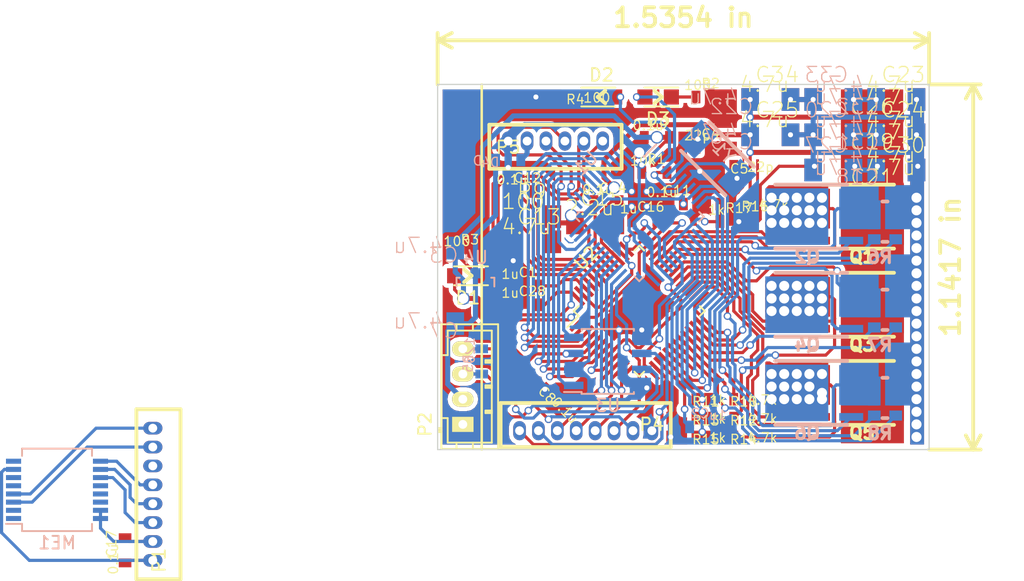
<source format=kicad_pcb>
(kicad_pcb (version 4) (host pcbnew 4.0.7)
  (layers (0 F.Cu signal) (31 B.Cu signal) (34 B.Paste user) (35 F.Paste user) (36 B.SilkS user) (37 F.SilkS user) (38 B.Mask user) (39 F.Mask user) (44 Edge.Cuts user))
  (net 0 "")
  (net 1 GND)
  (net 2 /NRST)
  (net 3 +3.3V)
  (net 4 /OSC_IN)
  (net 5 /OSC_OUT)
  (net 6 +5V)
  (net 7 "Net-(D1-Pad2)")
  (net 8 "Net-(D2-Pad2)")
  (net 9 /CAN_L)
  (net 10 /CAN_H)
  (net 11 /SWCLK)
  (net 12 /SWDIO)
  (net 13 /USART_TX)
  (net 14 /USART_RX)
  (net 15 /CAN_RX)
  (net 16 /CAN_TX)
  (net 17 "Net-(C1-Pad2)")
  (net 18 "Net-(C2-Pad2)")
  (net 19 "Net-(C12-Pad1)")
  (net 20 "Net-(C12-Pad2)")
  (net 21 "Net-(C14-Pad1)")
  (net 22 "Net-(C14-Pad2)")
  (net 23 "Net-(C15-Pad2)")
  (net 24 "Net-(C16-Pad2)")
  (net 25 /LED_A)
  (net 26 /LED_B)
  (net 27 "Net-(D3-Pad2)")
  (net 28 /GATE_U_H)
  (net 29 /OUT_U)
  (net 30 +BATT)
  (net 31 /GATE_U_L)
  (net 32 /S_U_L)
  (net 33 /GATE_V_H)
  (net 34 /OUT_V)
  (net 35 /GATE_V_L)
  (net 36 /S_V_L)
  (net 37 /GATE_W_H)
  (net 38 /OUT_W)
  (net 39 /GATE_W_L)
  (net 40 /S_W_L)
  (net 41 "Net-(R9-Pad1)")
  (net 42 /CS_U)
  (net 43 /CS_V)
  (net 44 /CS_W)
  (net 45 /BATT_V)
  (net 46 /GD_WAKE)
  (net 47 /nFALUT)
  (net 48 /SPI_SCK)
  (net 49 /SPI_MISO)
  (net 50 /SPI_MOSI)
  (net 51 /SPI_NSS_GD)
  (net 52 /PWM_W_L)
  (net 53 /PWM_W_H)
  (net 54 /PWM_V_L)
  (net 55 /PWM_V_H)
  (net 56 /PWM_U_L)
  (net 57 /PWM_U_H)
  (net 58 /VS_U)
  (net 59 /VS_V)
  (net 60 /VS_W)
  (net 61 /ENC_A)
  (net 62 /ENC_B)
  (net 63 /SPI_NSS_ENC)
  (net 64 /AS_GND)
  (net 65 /AS_3.3V)
  (net 66 /AS_ENC_A)
  (net 67 /AS_ENC_B)
  (net 68 /AS_SPI_MISO)
  (net 69 /AS_SPI_SCK)
  (net 70 /AS_SPI_NSS_ENC)
  (net 71 /GD_EN)
  (net 72 /PWGD)
  (net 73 "Net-(C28-Pad2)")
  (net 74 /CS_W_N)
  (net 75 /CS_W_P)
  (net 76 /CS_V_N)
  (net 77 /CS_V_P)
  (net 78 /CS_U_N)
  (net 79 /CS_U_P)
  (net 80 "Net-(D4-Pad2)")
  (module LEDs:LED_0805 (layer F.Cu) (at 66.4 29.2 180)
    (fp_text reference D1 (at 0 -1.75 180) (layer F.SilkS))
    (fp_text value LED)
    (pad 1 smd rect (at 1.04902 0) (size 1.19888 1.19888) (layers F.Cu F.Paste F.Mask) (net 3 +3.3V))
    (pad 2 smd rect (at -1.04902 0) (size 1.19888 1.19888) (layers F.Cu F.Paste F.Mask) (net 7 "Net-(D1-Pad2)"))
  )
  (module LEDs:LED_0805 (layer F.Cu) (at 77 15)
    (fp_text reference D2 (at 0 -1.75) (layer F.SilkS))
    (fp_text value LED)
    (pad 1 smd rect (at 1.04902 0 180) (size 1.19888 1.19888) (layers F.Cu F.Paste F.Mask) (net 25 /LED_A))
    (pad 2 smd rect (at -1.04902 0 180) (size 1.19888 1.19888) (layers F.Cu F.Paste F.Mask) (net 8 "Net-(D2-Pad2)"))
  )
  (module RP_KiCAD_Connector:ZH_6T (layer F.Cu) (at 69.6 18.5)
    (fp_text reference P5 (at 0 0.5) (layer F.SilkS))
    (fp_text value CONN_01X06)
    (pad 1 thru_hole oval (at 0 0) (size 1 1.524) (drill 0.7) (layers *.Cu *.Mask) (net 1 GND))
    (pad 2 thru_hole oval (at 1.5 0) (size 1 1.524) (drill 0.7) (layers *.Cu *.Mask) (net 80 "Net-(D4-Pad2)"))
    (pad 3 thru_hole oval (at 3 0) (size 1 1.524) (drill 0.7) (layers *.Cu *.Mask) (net 11 /SWCLK))
    (pad 4 thru_hole oval (at 4.5 0) (size 1 1.524) (drill 0.7) (layers *.Cu *.Mask) (net 12 /SWDIO))
    (pad 5 thru_hole oval (at 6 0) (size 1 1.524) (drill 0.7) (layers *.Cu *.Mask) (net 13 /USART_TX))
    (pad 6 thru_hole oval (at 7.5 0) (size 1 1.524) (drill 0.7) (layers *.Cu *.Mask) (net 14 /USART_RX))
  )
  (module Housings_QFP:LQFP-48_7x7mm_Pitch0.5mm (layer B.Cu) (at 80 24.5 225)
    (fp_text reference U1 (at 0 6 225) (layer B.SilkS) (effects (justify mirror)))
    (fp_text value STM32F103_48)
    (pad 1 smd rect (at -4.35 2.75 225) (size 1.3 0.25) (layers B.Cu B.Paste B.Mask) (net 3 +3.3V))
    (pad 2 smd rect (at -4.35 2.25 225) (size 1.3 0.25) (layers B.Cu B.Paste B.Mask))
    (pad 3 smd rect (at -4.35 1.75 225) (size 1.3 0.25) (layers B.Cu B.Paste B.Mask) (net 25 /LED_A))
    (pad 4 smd rect (at -4.35 1.25 225) (size 1.3 0.25) (layers B.Cu B.Paste B.Mask) (net 26 /LED_B))
    (pad 5 smd rect (at -4.35 0.75 225) (size 1.3 0.25) (layers B.Cu B.Paste B.Mask) (net 4 /OSC_IN))
    (pad 6 smd rect (at -4.35 0.25 225) (size 1.3 0.25) (layers B.Cu B.Paste B.Mask) (net 5 /OSC_OUT))
    (pad 7 smd rect (at -4.35 -0.25 225) (size 1.3 0.25) (layers B.Cu B.Paste B.Mask) (net 2 /NRST))
    (pad 8 smd rect (at -4.35 -0.75 225) (size 1.3 0.25) (layers B.Cu B.Paste B.Mask) (net 1 GND))
    (pad 9 smd rect (at -4.35 -1.25 225) (size 1.3 0.25) (layers B.Cu B.Paste B.Mask) (net 3 +3.3V))
    (pad 10 smd rect (at -4.35 -1.75 225) (size 1.3 0.25) (layers B.Cu B.Paste B.Mask) (net 42 /CS_U))
    (pad 11 smd rect (at -4.35 -2.25 225) (size 1.3 0.25) (layers B.Cu B.Paste B.Mask) (net 43 /CS_V))
    (pad 12 smd rect (at -4.35 -2.75 225) (size 1.3 0.25) (layers B.Cu B.Paste B.Mask) (net 44 /CS_W))
    (pad 13 smd rect (at -2.75 -4.35 135) (size 1.3 0.25) (layers B.Cu B.Paste B.Mask) (net 58 /VS_U))
    (pad 14 smd rect (at -2.25 -4.35 135) (size 1.3 0.25) (layers B.Cu B.Paste B.Mask) (net 59 /VS_V))
    (pad 15 smd rect (at -1.75 -4.35 135) (size 1.3 0.25) (layers B.Cu B.Paste B.Mask) (net 60 /VS_W))
    (pad 16 smd rect (at -1.25 -4.35 135) (size 1.3 0.25) (layers B.Cu B.Paste B.Mask) (net 61 /ENC_A))
    (pad 17 smd rect (at -0.75 -4.35 135) (size 1.3 0.25) (layers B.Cu B.Paste B.Mask) (net 62 /ENC_B))
    (pad 18 smd rect (at -0.25 -4.35 135) (size 1.3 0.25) (layers B.Cu B.Paste B.Mask) (net 45 /BATT_V))
    (pad 19 smd rect (at 0.25 -4.35 135) (size 1.3 0.25) (layers B.Cu B.Paste B.Mask) (net 72 /PWGD))
    (pad 20 smd rect (at 0.75 -4.35 135) (size 1.3 0.25) (layers B.Cu B.Paste B.Mask) (net 71 /GD_EN))
    (pad 21 smd rect (at 1.25 -4.35 135) (size 1.3 0.25) (layers B.Cu B.Paste B.Mask) (net 46 /GD_WAKE))
    (pad 22 smd rect (at 1.75 -4.35 135) (size 1.3 0.25) (layers B.Cu B.Paste B.Mask) (net 47 /nFALUT))
    (pad 23 smd rect (at 2.25 -4.35 135) (size 1.3 0.25) (layers B.Cu B.Paste B.Mask) (net 1 GND))
    (pad 24 smd rect (at 2.75 -4.35 135) (size 1.3 0.25) (layers B.Cu B.Paste B.Mask) (net 3 +3.3V))
    (pad 25 smd rect (at 4.35 -2.75 225) (size 1.3 0.25) (layers B.Cu B.Paste B.Mask) (net 63 /SPI_NSS_ENC))
    (pad 26 smd rect (at 4.35 -2.25 225) (size 1.3 0.25) (layers B.Cu B.Paste B.Mask) (net 48 /SPI_SCK))
    (pad 27 smd rect (at 4.35 -1.75 225) (size 1.3 0.25) (layers B.Cu B.Paste B.Mask) (net 49 /SPI_MISO))
    (pad 28 smd rect (at 4.35 -1.25 225) (size 1.3 0.25) (layers B.Cu B.Paste B.Mask) (net 50 /SPI_MOSI))
    (pad 29 smd rect (at 4.35 -0.75 225) (size 1.3 0.25) (layers B.Cu B.Paste B.Mask) (net 51 /SPI_NSS_GD))
    (pad 30 smd rect (at 4.35 -0.25 225) (size 1.3 0.25) (layers B.Cu B.Paste B.Mask) (net 13 /USART_TX))
    (pad 31 smd rect (at 4.35 0.25 225) (size 1.3 0.25) (layers B.Cu B.Paste B.Mask) (net 14 /USART_RX))
    (pad 32 smd rect (at 4.35 0.75 225) (size 1.3 0.25) (layers B.Cu B.Paste B.Mask) (net 15 /CAN_RX))
    (pad 33 smd rect (at 4.35 1.25 225) (size 1.3 0.25) (layers B.Cu B.Paste B.Mask) (net 16 /CAN_TX))
    (pad 34 smd rect (at 4.35 1.75 225) (size 1.3 0.25) (layers B.Cu B.Paste B.Mask) (net 12 /SWDIO))
    (pad 35 smd rect (at 4.35 2.25 225) (size 1.3 0.25) (layers B.Cu B.Paste B.Mask) (net 1 GND))
    (pad 36 smd rect (at 4.35 2.75 225) (size 1.3 0.25) (layers B.Cu B.Paste B.Mask) (net 3 +3.3V))
    (pad 37 smd rect (at 2.75 4.35 135) (size 1.3 0.25) (layers B.Cu B.Paste B.Mask) (net 11 /SWCLK))
    (pad 38 smd rect (at 2.25 4.35 135) (size 1.3 0.25) (layers B.Cu B.Paste B.Mask))
    (pad 39 smd rect (at 1.75 4.35 135) (size 1.3 0.25) (layers B.Cu B.Paste B.Mask))
    (pad 40 smd rect (at 1.25 4.35 135) (size 1.3 0.25) (layers B.Cu B.Paste B.Mask) (net 52 /PWM_W_L))
    (pad 41 smd rect (at 0.75 4.35 135) (size 1.3 0.25) (layers B.Cu B.Paste B.Mask) (net 53 /PWM_W_H))
    (pad 42 smd rect (at 0.25 4.35 135) (size 1.3 0.25) (layers B.Cu B.Paste B.Mask) (net 54 /PWM_V_L))
    (pad 43 smd rect (at -0.25 4.35 135) (size 1.3 0.25) (layers B.Cu B.Paste B.Mask) (net 55 /PWM_V_H))
    (pad 44 smd rect (at -0.75 4.35 135) (size 1.3 0.25) (layers B.Cu B.Paste B.Mask) (net 1 GND))
    (pad 45 smd rect (at -1.25 4.35 135) (size 1.3 0.25) (layers B.Cu B.Paste B.Mask) (net 56 /PWM_U_L))
    (pad 46 smd rect (at -1.75 4.35 135) (size 1.3 0.25) (layers B.Cu B.Paste B.Mask) (net 57 /PWM_U_H))
    (pad 47 smd rect (at -2.25 4.35 135) (size 1.3 0.25) (layers B.Cu B.Paste B.Mask) (net 1 GND))
    (pad 48 smd rect (at -2.75 4.35 135) (size 1.3 0.25) (layers B.Cu B.Paste B.Mask) (net 3 +3.3V))
  )
  (module Housings_SOIC:SOIC-8_3.9x4.9mm_Pitch1.27mm (layer B.Cu) (at 77.5 36)
    (fp_text reference U3 (at 0 3.5) (layer B.SilkS) (effects (justify mirror)))
    (fp_text value MAX3051)
    (pad 1 smd rect (at -2.7 1.905) (size 1.55 0.6) (layers B.Cu B.Paste B.Mask) (net 16 /CAN_TX))
    (pad 2 smd rect (at -2.7 0.635) (size 1.55 0.6) (layers B.Cu B.Paste B.Mask) (net 1 GND))
    (pad 3 smd rect (at -2.7 -0.635) (size 1.55 0.6) (layers B.Cu B.Paste B.Mask) (net 3 +3.3V))
    (pad 4 smd rect (at -2.7 -1.905) (size 1.55 0.6) (layers B.Cu B.Paste B.Mask) (net 15 /CAN_RX))
    (pad 5 smd rect (at 2.7 -1.905) (size 1.55 0.6) (layers B.Cu B.Paste B.Mask) (net 1 GND))
    (pad 6 smd rect (at 2.7 -0.635) (size 1.55 0.6) (layers B.Cu B.Paste B.Mask) (net 9 /CAN_L))
    (pad 7 smd rect (at 2.7 0.635) (size 1.55 0.6) (layers B.Cu B.Paste B.Mask) (net 10 /CAN_H))
    (pad 8 smd rect (at 2.7 1.905) (size 1.55 0.6) (layers B.Cu B.Paste B.Mask) (net 1 GND))
  )
  (module RP_KiCAD_Libs:C1608_WP_S (layer F.Cu) (at 71 30)
    (fp_text reference C1 (at -0.635 -0.635) (layer F.SilkS) (effects (font (size 0.75 0.75) (thickness 0.1)) (justify left bottom)))
    (fp_text value 1u (at -2 -0.5) (layer F.SilkS) (effects (font (size 0.75 0.75) (thickness 0.1)) (justify left bottom)))
    (pad 1 smd rect (at -1 0) (size 0.7 1) (layers F.Cu F.Paste F.Mask) (net 1 GND))
    (pad 2 smd rect (at 1 0) (size 0.7 1) (layers F.Cu F.Paste F.Mask) (net 17 "Net-(C1-Pad2)"))
  )
  (module RP_KiCAD_Libs:C1608_WP_S (layer B.Cu) (at 85 41.2 180)
    (fp_text reference C2 (at -0.635 0.635 180) (layer B.SilkS) (effects (font (size 0.75 0.75) (thickness 0.1)) (justify left bottom mirror)))
    (fp_text value 1u (at -2 0.5 180) (layer B.SilkS) (effects (font (size 0.75 0.75) (thickness 0.1)) (justify left bottom mirror)))
    (pad 1 smd rect (at -1 0 180) (size 0.7 1) (layers B.Cu B.Paste B.Mask) (net 1 GND))
    (pad 2 smd rect (at 1 0 180) (size 0.7 1) (layers B.Cu B.Paste B.Mask) (net 18 "Net-(C2-Pad2)"))
  )
  (module RP_KiCAD_Libs:C3216_S (layer B.Cu) (at 67 27)
    (fp_text reference C3 (at -1.27 1.27) (layer B.SilkS) (effects (font (size 1.2065 1.2065) (thickness 0.1016)) (justify left bottom mirror)))
    (fp_text value 4.7u (at -2.5 0.5) (layer B.SilkS) (effects (font (size 1.2065 1.2065) (thickness 0.1016)) (justify left bottom mirror)))
    (pad 1 smd rect (at -1.6 0) (size 1.4 1.8) (layers B.Cu B.Paste B.Mask) (net 3 +3.3V))
    (pad 2 smd rect (at 1.6 0) (size 1.4 1.8) (layers B.Cu B.Paste B.Mask) (net 1 GND))
  )
  (module RP_KiCAD_Libs:C3216_S (layer B.Cu) (at 67 33)
    (fp_text reference C7 (at -1.27 1.27) (layer B.SilkS) (effects (font (size 1.2065 1.2065) (thickness 0.1016)) (justify left bottom mirror)))
    (fp_text value 4.7u (at -2.5 0.5) (layer B.SilkS) (effects (font (size 1.2065 1.2065) (thickness 0.1016)) (justify left bottom mirror)))
    (pad 1 smd rect (at -1.6 0) (size 1.4 1.8) (layers B.Cu B.Paste B.Mask) (net 6 +5V))
    (pad 2 smd rect (at 1.6 0) (size 1.4 1.8) (layers B.Cu B.Paste B.Mask) (net 1 GND))
  )
  (module RP_KiCAD_Libs:C1608_WP_S (layer F.Cu) (at 70.6 22.5)
    (fp_text reference C12 (at -0.635 -0.635) (layer F.SilkS) (effects (font (size 0.75 0.75) (thickness 0.1)) (justify left bottom)))
    (fp_text value 0.1u (at -2 -0.5) (layer F.SilkS) (effects (font (size 0.75 0.75) (thickness 0.1)) (justify left bottom)))
    (pad 1 smd rect (at -1 0) (size 0.7 1) (layers F.Cu F.Paste F.Mask) (net 19 "Net-(C12-Pad1)"))
    (pad 2 smd rect (at 1 0) (size 0.7 1) (layers F.Cu F.Paste F.Mask) (net 20 "Net-(C12-Pad2)"))
  )
  (module RP_KiCAD_Libs:C3216_S (layer F.Cu) (at 71.5 26.5)
    (fp_text reference C13 (at -1.27 -1.27) (layer F.SilkS) (effects (font (size 1.2065 1.2065) (thickness 0.1016)) (justify left bottom)))
    (fp_text value 4.7u (at -2.5 -0.5) (layer F.SilkS) (effects (font (size 1.2065 1.2065) (thickness 0.1016)) (justify left bottom)))
    (pad 1 smd rect (at -1.6 0) (size 1.4 1.8) (layers F.Cu F.Paste F.Mask) (net 1 GND))
    (pad 2 smd rect (at 1.6 0) (size 1.4 1.8) (layers F.Cu F.Paste F.Mask) (net 30 +BATT))
  )
  (module RP_KiCAD_Libs:C1608_WP_S (layer F.Cu) (at 77.4 23.3)
    (fp_text reference C14 (at -0.635 -0.635) (layer F.SilkS) (effects (font (size 0.75 0.75) (thickness 0.1)) (justify left bottom)))
    (fp_text value 0.1u (at -2 -0.5) (layer F.SilkS) (effects (font (size 0.75 0.75) (thickness 0.1)) (justify left bottom)))
    (pad 1 smd rect (at -1 0) (size 0.7 1) (layers F.Cu F.Paste F.Mask) (net 21 "Net-(C14-Pad1)"))
    (pad 2 smd rect (at 1 0) (size 0.7 1) (layers F.Cu F.Paste F.Mask) (net 22 "Net-(C14-Pad2)"))
  )
  (module RP_KiCAD_Libs:C3216_S (layer F.Cu) (at 76.5 25)
    (fp_text reference C15 (at -1.27 -1.27) (layer F.SilkS) (effects (font (size 1.2065 1.2065) (thickness 0.1016)) (justify left bottom)))
    (fp_text value 2.2u (at -2.5 -0.5) (layer F.SilkS) (effects (font (size 1.2065 1.2065) (thickness 0.1016)) (justify left bottom)))
    (pad 1 smd rect (at -1.6 0) (size 1.4 1.8) (layers F.Cu F.Paste F.Mask) (net 30 +BATT))
    (pad 2 smd rect (at 1.6 0) (size 1.4 1.8) (layers F.Cu F.Paste F.Mask) (net 23 "Net-(C15-Pad2)"))
  )
  (module RP_KiCAD_Libs:C1608_WP_S (layer F.Cu) (at 80.4 24.8)
    (fp_text reference C16 (at -0.635 -0.635) (layer F.SilkS) (effects (font (size 0.75 0.75) (thickness 0.1)) (justify left bottom)))
    (fp_text value 1u (at -2 -0.5) (layer F.SilkS) (effects (font (size 0.75 0.75) (thickness 0.1)) (justify left bottom)))
    (pad 1 smd rect (at -1 0) (size 0.7 1) (layers F.Cu F.Paste F.Mask) (net 1 GND))
    (pad 2 smd rect (at 1 0) (size 0.7 1) (layers F.Cu F.Paste F.Mask) (net 24 "Net-(C16-Pad2)"))
  )
  (module LEDs:LED_0805 (layer F.Cu) (at 81.5 15 180)
    (fp_text reference D3 (at 0 -1.75 180) (layer F.SilkS))
    (fp_text value LED)
    (pad 1 smd rect (at 1.04902 0) (size 1.19888 1.19888) (layers F.Cu F.Paste F.Mask) (net 26 /LED_B))
    (pad 2 smd rect (at -1.04902 0) (size 1.19888 1.19888) (layers F.Cu F.Paste F.Mask) (net 27 "Net-(D3-Pad2)"))
  )
  (module Housings_QFP:TQFP-48-1EP_7x7mm_Pitch0.5mm (layer F.Cu) (at 80 32 45)
    (fp_text reference U2 (at 0 -5.95 45) (layer F.SilkS))
    (fp_text value DRV8305)
    (pad 1 smd rect (at -4.2 -2.75 45) (size 1.5 0.3) (layers F.Cu F.Paste F.Mask) (net 71 /GD_EN))
    (pad 2 smd rect (at -4.2 -2.25 45) (size 1.5 0.3) (layers F.Cu F.Paste F.Mask) (net 57 /PWM_U_H))
    (pad 3 smd rect (at -4.2 -1.75 45) (size 1.5 0.3) (layers F.Cu F.Paste F.Mask) (net 56 /PWM_U_L))
    (pad 4 smd rect (at -4.2 -1.25 45) (size 1.5 0.3) (layers F.Cu F.Paste F.Mask) (net 55 /PWM_V_H))
    (pad 5 smd rect (at -4.2 -0.75 45) (size 1.5 0.3) (layers F.Cu F.Paste F.Mask) (net 54 /PWM_V_L))
    (pad 6 smd rect (at -4.2 -0.25 45) (size 1.5 0.3) (layers F.Cu F.Paste F.Mask) (net 53 /PWM_W_H))
    (pad 7 smd rect (at -4.2 0.25 45) (size 1.5 0.3) (layers F.Cu F.Paste F.Mask) (net 52 /PWM_W_L))
    (pad 8 smd rect (at -4.2 0.75 45) (size 1.5 0.3) (layers F.Cu F.Paste F.Mask) (net 47 /nFALUT))
    (pad 9 smd rect (at -4.2 1.25 45) (size 1.5 0.3) (layers F.Cu F.Paste F.Mask) (net 51 /SPI_NSS_GD))
    (pad 10 smd rect (at -4.2 1.75 45) (size 1.5 0.3) (layers F.Cu F.Paste F.Mask) (net 50 /SPI_MOSI))
    (pad 11 smd rect (at -4.2 2.25 45) (size 1.5 0.3) (layers F.Cu F.Paste F.Mask) (net 49 /SPI_MISO))
    (pad 12 smd rect (at -4.2 2.75 45) (size 1.5 0.3) (layers F.Cu F.Paste F.Mask) (net 48 /SPI_SCK))
    (pad 13 smd rect (at -2.75 4.2 135) (size 1.5 0.3) (layers F.Cu F.Paste F.Mask) (net 72 /PWGD))
    (pad 14 smd rect (at -2.25 4.2 135) (size 1.5 0.3) (layers F.Cu F.Paste F.Mask) (net 1 GND))
    (pad 15 smd rect (at -1.75 4.2 135) (size 1.5 0.3) (layers F.Cu F.Paste F.Mask) (net 18 "Net-(C2-Pad2)"))
    (pad 16 smd rect (at -1.25 4.2 135) (size 1.5 0.3) (layers F.Cu F.Paste F.Mask) (net 42 /CS_U))
    (pad 17 smd rect (at -0.75 4.2 135) (size 1.5 0.3) (layers F.Cu F.Paste F.Mask) (net 43 /CS_V))
    (pad 18 smd rect (at -0.25 4.2 135) (size 1.5 0.3) (layers F.Cu F.Paste F.Mask) (net 44 /CS_W))
    (pad 19 smd rect (at 0.25 4.2 135) (size 1.5 0.3) (layers F.Cu F.Paste F.Mask) (net 74 /CS_W_N))
    (pad 20 smd rect (at 0.75 4.2 135) (size 1.5 0.3) (layers F.Cu F.Paste F.Mask) (net 75 /CS_W_P))
    (pad 21 smd rect (at 1.25 4.2 135) (size 1.5 0.3) (layers F.Cu F.Paste F.Mask) (net 76 /CS_V_N))
    (pad 22 smd rect (at 1.75 4.2 135) (size 1.5 0.3) (layers F.Cu F.Paste F.Mask) (net 77 /CS_V_P))
    (pad 23 smd rect (at 2.25 4.2 135) (size 1.5 0.3) (layers F.Cu F.Paste F.Mask) (net 78 /CS_U_N))
    (pad 24 smd rect (at 2.75 4.2 135) (size 1.5 0.3) (layers F.Cu F.Paste F.Mask) (net 79 /CS_U_P))
    (pad 25 smd rect (at 4.2 2.75 45) (size 1.5 0.3) (layers F.Cu F.Paste F.Mask) (net 39 /GATE_W_L))
    (pad 26 smd rect (at 4.2 2.25 45) (size 1.5 0.3) (layers F.Cu F.Paste F.Mask) (net 40 /S_W_L))
    (pad 27 smd rect (at 4.2 1.75 45) (size 1.5 0.3) (layers F.Cu F.Paste F.Mask) (net 38 /OUT_W))
    (pad 28 smd rect (at 4.2 1.25 45) (size 1.5 0.3) (layers F.Cu F.Paste F.Mask) (net 37 /GATE_W_H))
    (pad 29 smd rect (at 4.2 0.75 45) (size 1.5 0.3) (layers F.Cu F.Paste F.Mask) (net 33 /GATE_V_H))
    (pad 30 smd rect (at 4.2 0.25 45) (size 1.5 0.3) (layers F.Cu F.Paste F.Mask) (net 34 /OUT_V))
    (pad 31 smd rect (at 4.2 -0.25 45) (size 1.5 0.3) (layers F.Cu F.Paste F.Mask) (net 36 /S_V_L))
    (pad 32 smd rect (at 4.2 -0.75 45) (size 1.5 0.3) (layers F.Cu F.Paste F.Mask) (net 35 /GATE_V_L))
    (pad 33 smd rect (at 4.2 -1.25 45) (size 1.5 0.3) (layers F.Cu F.Paste F.Mask) (net 31 /GATE_U_L))
    (pad 34 smd rect (at 4.2 -1.75 45) (size 1.5 0.3) (layers F.Cu F.Paste F.Mask) (net 32 /S_U_L))
    (pad 35 smd rect (at 4.2 -2.25 45) (size 1.5 0.3) (layers F.Cu F.Paste F.Mask) (net 29 /OUT_U))
    (pad 36 smd rect (at 4.2 -2.75 45) (size 1.5 0.3) (layers F.Cu F.Paste F.Mask) (net 28 /GATE_U_H))
    (pad 37 smd rect (at 2.75 -4.2 135) (size 1.5 0.3) (layers F.Cu F.Paste F.Mask) (net 24 "Net-(C16-Pad2)"))
    (pad 38 smd rect (at 2.25 -4.2 135) (size 1.5 0.3) (layers F.Cu F.Paste F.Mask) (net 23 "Net-(C15-Pad2)"))
    (pad 39 smd rect (at 1.75 -4.2 135) (size 1.5 0.3) (layers F.Cu F.Paste F.Mask) (net 22 "Net-(C14-Pad2)"))
    (pad 40 smd rect (at 1.25 -4.2 135) (size 1.5 0.3) (layers F.Cu F.Paste F.Mask) (net 21 "Net-(C14-Pad1)"))
    (pad 41 smd rect (at 0.75 -4.2 135) (size 1.5 0.3) (layers F.Cu F.Paste F.Mask) (net 30 +BATT))
    (pad 42 smd rect (at 0.25 -4.2 135) (size 1.5 0.3) (layers F.Cu F.Paste F.Mask) (net 20 "Net-(C12-Pad2)"))
    (pad 43 smd rect (at -0.25 -4.2 135) (size 1.5 0.3) (layers F.Cu F.Paste F.Mask) (net 19 "Net-(C12-Pad1)"))
    (pad 44 smd rect (at -0.75 -4.2 135) (size 1.5 0.3) (layers F.Cu F.Paste F.Mask) (net 41 "Net-(R9-Pad1)"))
    (pad 45 smd rect (at -1.25 -4.2 135) (size 1.5 0.3) (layers F.Cu F.Paste F.Mask) (net 1 GND))
    (pad 46 smd rect (at -1.75 -4.2 135) (size 1.5 0.3) (layers F.Cu F.Paste F.Mask) (net 17 "Net-(C1-Pad2)"))
    (pad 47 smd rect (at -2.25 -4.2 135) (size 1.5 0.3) (layers F.Cu F.Paste F.Mask) (net 46 /GD_WAKE))
    (pad 48 smd rect (at -2.75 -4.2 135) (size 1.5 0.3) (layers F.Cu F.Paste F.Mask) (net 73 "Net-(C28-Pad2)"))
    (pad 49 smd rect (at 0.875 0.875 45) (size 1.75 1.75) (layers F.Cu F.Paste F.Mask) (net 1 GND))
    (pad 49 smd rect (at 0.875 -0.875 45) (size 1.75 1.75) (layers F.Cu F.Paste F.Mask) (net 1 GND))
    (pad 49 smd rect (at -0.875 0.875 45) (size 1.75 1.75) (layers F.Cu F.Paste F.Mask) (net 1 GND))
    (pad 49 smd rect (at -0.875 -0.875 45) (size 1.75 1.75) (layers F.Cu F.Paste F.Mask) (net 1 GND))
  )
  (module RP_KiCAD_Libs:C1608_WP_S (layer F.Cu) (at 85.5 19)
    (fp_text reference C4 (at -0.635 -0.635) (layer F.SilkS) (effects (font (size 0.75 0.75) (thickness 0.1)) (justify left bottom)))
    (fp_text value 22p (at -2 -0.5) (layer F.SilkS) (effects (font (size 0.75 0.75) (thickness 0.1)) (justify left bottom)))
    (pad 1 smd rect (at -1 0) (size 0.7 1) (layers F.Cu F.Paste F.Mask) (net 4 /OSC_IN))
    (pad 2 smd rect (at 1 0) (size 0.7 1) (layers F.Cu F.Paste F.Mask) (net 1 GND))
  )
  (module RP_KiCAD_Libs:C1608_WP_S (layer F.Cu) (at 86.5 20.5 180)
    (fp_text reference C5 (at -0.635 -0.635 180) (layer F.SilkS) (effects (font (size 0.75 0.75) (thickness 0.1)) (justify left bottom)))
    (fp_text value 22p (at -2 -0.5 180) (layer F.SilkS) (effects (font (size 0.75 0.75) (thickness 0.1)) (justify left bottom)))
    (pad 1 smd rect (at -1 0 180) (size 0.7 1) (layers F.Cu F.Paste F.Mask) (net 5 /OSC_OUT))
    (pad 2 smd rect (at 1 0 180) (size 0.7 1) (layers F.Cu F.Paste F.Mask) (net 1 GND))
  )
  (module RP_KiCAD_Libs:C1608_WP_S (layer F.Cu) (at 71.8 37.5 135)
    (fp_text reference C8 (at -0.635 -0.635 135) (layer F.SilkS) (effects (font (size 0.75 0.75) (thickness 0.1)) (justify left bottom)))
    (fp_text value 0.1u (at -2 -0.5 135) (layer F.SilkS) (effects (font (size 0.75 0.75) (thickness 0.1)) (justify left bottom)))
    (pad 1 smd rect (at -1 0 135) (size 0.7 1) (layers F.Cu F.Paste F.Mask) (net 1 GND))
    (pad 2 smd rect (at 1 0 135) (size 0.7 1) (layers F.Cu F.Paste F.Mask) (net 3 +3.3V))
  )
  (module RP_KiCAD_Libs:C1608_WP_S (layer F.Cu) (at 81.4 18.2)
    (fp_text reference C9 (at -0.635 -0.635) (layer F.SilkS) (effects (font (size 0.75 0.75) (thickness 0.1)) (justify left bottom)))
    (fp_text value 0.1u (at -2 -0.5) (layer F.SilkS) (effects (font (size 0.75 0.75) (thickness 0.1)) (justify left bottom)))
    (pad 1 smd rect (at -1 0) (size 0.7 1) (layers F.Cu F.Paste F.Mask) (net 1 GND))
    (pad 2 smd rect (at 1 0) (size 0.7 1) (layers F.Cu F.Paste F.Mask) (net 3 +3.3V))
  )
  (module RP_KiCAD_Libs:C1608_WP_S (layer F.Cu) (at 82.5 23.5)
    (fp_text reference C11 (at -0.635 -0.635) (layer F.SilkS) (effects (font (size 0.75 0.75) (thickness 0.1)) (justify left bottom)))
    (fp_text value 0.1u (at -2 -0.5) (layer F.SilkS) (effects (font (size 0.75 0.75) (thickness 0.1)) (justify left bottom)))
    (pad 1 smd rect (at -1 0) (size 0.7 1) (layers F.Cu F.Paste F.Mask) (net 1 GND))
    (pad 2 smd rect (at 1 0) (size 0.7 1) (layers F.Cu F.Paste F.Mask) (net 3 +3.3V))
  )
  (module RP_KiCAD_Libs:C1608_WP_S (layer F.Cu) (at 81.2 21)
    (fp_text reference R1 (at -0.635 -0.635) (layer F.SilkS) (effects (font (size 0.75 0.75) (thickness 0.1)) (justify left bottom)))
    (fp_text value 10k (at -2 -0.5) (layer F.SilkS) (effects (font (size 0.75 0.75) (thickness 0.1)) (justify left bottom)))
    (pad 1 smd rect (at -1 0) (size 0.7 1) (layers F.Cu F.Paste F.Mask) (net 3 +3.3V))
    (pad 2 smd rect (at 1 0) (size 0.7 1) (layers F.Cu F.Paste F.Mask) (net 2 /NRST))
  )
  (module RP_KiCAD_Libs:C1608_WP_S (layer F.Cu) (at 85.5 15)
    (fp_text reference R2 (at -0.635 -0.635) (layer F.SilkS) (effects (font (size 0.75 0.75) (thickness 0.1)) (justify left bottom)))
    (fp_text value 100 (at -2 -0.5) (layer F.SilkS) (effects (font (size 0.75 0.75) (thickness 0.1)) (justify left bottom)))
    (pad 1 smd rect (at -1 0) (size 0.7 1) (layers F.Cu F.Paste F.Mask) (net 27 "Net-(D3-Pad2)"))
    (pad 2 smd rect (at 1 0) (size 0.7 1) (layers F.Cu F.Paste F.Mask) (net 1 GND))
  )
  (module RP_KiCAD_Libs:C1608_WP_S (layer F.Cu) (at 66.4 27.4)
    (fp_text reference R3 (at -0.635 -0.635) (layer F.SilkS) (effects (font (size 0.75 0.75) (thickness 0.1)) (justify left bottom)))
    (fp_text value 100 (at -2 -0.5) (layer F.SilkS) (effects (font (size 0.75 0.75) (thickness 0.1)) (justify left bottom)))
    (pad 1 smd rect (at -1 0) (size 0.7 1) (layers F.Cu F.Paste F.Mask) (net 7 "Net-(D1-Pad2)"))
    (pad 2 smd rect (at 1 0) (size 0.7 1) (layers F.Cu F.Paste F.Mask) (net 1 GND))
  )
  (module RP_KiCAD_Libs:C1608_WP_S (layer F.Cu) (at 73.5 15 180)
    (fp_text reference R4 (at -0.635 -0.635 180) (layer F.SilkS) (effects (font (size 0.75 0.75) (thickness 0.1)) (justify left bottom)))
    (fp_text value 100 (at -2 -0.5 180) (layer F.SilkS) (effects (font (size 0.75 0.75) (thickness 0.1)) (justify left bottom)))
    (pad 1 smd rect (at -1 0 180) (size 0.7 1) (layers F.Cu F.Paste F.Mask) (net 8 "Net-(D2-Pad2)"))
    (pad 2 smd rect (at 1 0 180) (size 0.7 1) (layers F.Cu F.Paste F.Mask) (net 1 GND))
  )
  (module RP_KiCAD_Libs:C1608_WP_S (layer B.Cu) (at 67.5 36 270)
    (fp_text reference R5 (at -0.635 0.635 270) (layer B.SilkS) (effects (font (size 0.75 0.75) (thickness 0.1)) (justify left bottom mirror)))
    (fp_text value 120 (at -2 0.5 270) (layer B.SilkS) (effects (font (size 0.75 0.75) (thickness 0.1)) (justify left bottom mirror)))
    (pad 1 smd rect (at -1 0 270) (size 0.7 1) (layers B.Cu B.Paste B.Mask) (net 9 /CAN_L))
    (pad 2 smd rect (at 1 0 270) (size 0.7 1) (layers B.Cu B.Paste B.Mask) (net 10 /CAN_H))
  )
  (module RP_KiCAD_Libs:C1608_WP_S (layer F.Cu) (at 86.5 39 180)
    (fp_text reference R10 (at -0.635 -0.635 180) (layer F.SilkS) (effects (font (size 0.75 0.75) (thickness 0.1)) (justify left bottom)))
    (fp_text value 4.7k (at -2 -0.5 180) (layer F.SilkS) (effects (font (size 0.75 0.75) (thickness 0.1)) (justify left bottom)))
    (pad 1 smd rect (at -1 0 180) (size 0.7 1) (layers F.Cu F.Paste F.Mask) (net 29 /OUT_U))
    (pad 2 smd rect (at 1 0 180) (size 0.7 1) (layers F.Cu F.Paste F.Mask) (net 58 /VS_U))
  )
  (module RP_KiCAD_Libs:C1608_WP_S (layer F.Cu) (at 83.5 39 180)
    (fp_text reference R11 (at -0.635 -0.635 180) (layer F.SilkS) (effects (font (size 0.75 0.75) (thickness 0.1)) (justify left bottom)))
    (fp_text value 1k (at -2 -0.5 180) (layer F.SilkS) (effects (font (size 0.75 0.75) (thickness 0.1)) (justify left bottom)))
    (pad 1 smd rect (at -1 0 180) (size 0.7 1) (layers F.Cu F.Paste F.Mask) (net 58 /VS_U))
    (pad 2 smd rect (at 1 0 180) (size 0.7 1) (layers F.Cu F.Paste F.Mask) (net 1 GND))
  )
  (module RP_KiCAD_Libs:C1608_WP_S (layer F.Cu) (at 86.5 40.5 180)
    (fp_text reference R12 (at -0.635 -0.635 180) (layer F.SilkS) (effects (font (size 0.75 0.75) (thickness 0.1)) (justify left bottom)))
    (fp_text value 4.7k (at -2 -0.5 180) (layer F.SilkS) (effects (font (size 0.75 0.75) (thickness 0.1)) (justify left bottom)))
    (pad 1 smd rect (at -1 0 180) (size 0.7 1) (layers F.Cu F.Paste F.Mask) (net 34 /OUT_V))
    (pad 2 smd rect (at 1 0 180) (size 0.7 1) (layers F.Cu F.Paste F.Mask) (net 59 /VS_V))
  )
  (module RP_KiCAD_Libs:C1608_WP_S (layer F.Cu) (at 83.5 40.5 180)
    (fp_text reference R13 (at -0.635 -0.635 180) (layer F.SilkS) (effects (font (size 0.75 0.75) (thickness 0.1)) (justify left bottom)))
    (fp_text value 1k (at -2 -0.5 180) (layer F.SilkS) (effects (font (size 0.75 0.75) (thickness 0.1)) (justify left bottom)))
    (pad 1 smd rect (at -1 0 180) (size 0.7 1) (layers F.Cu F.Paste F.Mask) (net 59 /VS_V))
    (pad 2 smd rect (at 1 0 180) (size 0.7 1) (layers F.Cu F.Paste F.Mask) (net 1 GND))
  )
  (module RP_KiCAD_Libs:C1608_WP_S (layer F.Cu) (at 86.5 42 180)
    (fp_text reference R14 (at -0.635 -0.635 180) (layer F.SilkS) (effects (font (size 0.75 0.75) (thickness 0.1)) (justify left bottom)))
    (fp_text value 4.7k (at -2 -0.5 180) (layer F.SilkS) (effects (font (size 0.75 0.75) (thickness 0.1)) (justify left bottom)))
    (pad 1 smd rect (at -1 0 180) (size 0.7 1) (layers F.Cu F.Paste F.Mask) (net 38 /OUT_W))
    (pad 2 smd rect (at 1 0 180) (size 0.7 1) (layers F.Cu F.Paste F.Mask) (net 60 /VS_W))
  )
  (module RP_KiCAD_Libs:C1608_WP_S (layer F.Cu) (at 83.5 42 180)
    (fp_text reference R15 (at -0.635 -0.635 180) (layer F.SilkS) (effects (font (size 0.75 0.75) (thickness 0.1)) (justify left bottom)))
    (fp_text value 1k (at -2 -0.5 180) (layer F.SilkS) (effects (font (size 0.75 0.75) (thickness 0.1)) (justify left bottom)))
    (pad 1 smd rect (at -1 0 180) (size 0.7 1) (layers F.Cu F.Paste F.Mask) (net 60 /VS_W))
    (pad 2 smd rect (at 1 0 180) (size 0.7 1) (layers F.Cu F.Paste F.Mask) (net 1 GND))
  )
  (module RP_KiCAD_Libs:C1608_WP_S (layer F.Cu) (at 87.4 23.5 180)
    (fp_text reference R16 (at -0.635 -0.635 180) (layer F.SilkS) (effects (font (size 0.75 0.75) (thickness 0.1)) (justify left bottom)))
    (fp_text value 4.7k (at -2 -0.5 180) (layer F.SilkS) (effects (font (size 0.75 0.75) (thickness 0.1)) (justify left bottom)))
    (pad 1 smd rect (at -1 0 180) (size 0.7 1) (layers F.Cu F.Paste F.Mask) (net 30 +BATT))
    (pad 2 smd rect (at 1 0 180) (size 0.7 1) (layers F.Cu F.Paste F.Mask) (net 45 /BATT_V))
  )
  (module RP_KiCAD_Libs:C1608_WP_S (layer F.Cu) (at 87.4 24.9)
    (fp_text reference R17 (at -0.635 -0.635) (layer F.SilkS) (effects (font (size 0.75 0.75) (thickness 0.1)) (justify left bottom)))
    (fp_text value 1k (at -2 -0.5) (layer F.SilkS) (effects (font (size 0.75 0.75) (thickness 0.1)) (justify left bottom)))
    (pad 1 smd rect (at -1 0) (size 0.7 1) (layers F.Cu F.Paste F.Mask) (net 45 /BATT_V))
    (pad 2 smd rect (at 1 0) (size 0.7 1) (layers F.Cu F.Paste F.Mask) (net 1 GND))
  )
  (module RP_KiCAD_Libs:C1608_WP_S (layer F.Cu) (at 39.2 51 90)
    (fp_text reference C17 (at -0.635 -0.635 90) (layer F.SilkS) (effects (font (size 0.75 0.75) (thickness 0.1)) (justify left bottom)))
    (fp_text value 0.1u (at -2 -0.5 90) (layer F.SilkS) (effects (font (size 0.75 0.75) (thickness 0.1)) (justify left bottom)))
    (pad 1 smd rect (at -1 0 90) (size 0.7 1) (layers F.Cu F.Paste F.Mask) (net 64 /AS_GND))
    (pad 2 smd rect (at 1 0 90) (size 0.7 1) (layers F.Cu F.Paste F.Mask) (net 65 /AS_3.3V))
  )
  (module Housings_SSOP:SSOP-16_5.3x6.2mm_Pitch0.65mm (layer B.Cu) (at 33.8 46.2)
    (fp_text reference ME1 (at 0 4.2) (layer B.SilkS) (effects (justify mirror)))
    (fp_text value AS504x)
    (pad 1 smd rect (at -3.45 2.275) (size 1.2 0.4) (layers B.Cu B.Paste B.Mask))
    (pad 2 smd rect (at -3.45 1.625) (size 1.2 0.4) (layers B.Cu B.Paste B.Mask))
    (pad 3 smd rect (at -3.45 0.975) (size 1.2 0.4) (layers B.Cu B.Paste B.Mask) (net 66 /AS_ENC_A))
    (pad 4 smd rect (at -3.45 0.325) (size 1.2 0.4) (layers B.Cu B.Paste B.Mask) (net 67 /AS_ENC_B))
    (pad 5 smd rect (at -3.45 -0.325) (size 1.2 0.4) (layers B.Cu B.Paste B.Mask))
    (pad 6 smd rect (at -3.45 -0.975) (size 1.2 0.4) (layers B.Cu B.Paste B.Mask))
    (pad 7 smd rect (at -3.45 -1.625) (size 1.2 0.4) (layers B.Cu B.Paste B.Mask) (net 64 /AS_GND))
    (pad 8 smd rect (at -3.45 -2.275) (size 1.2 0.4) (layers B.Cu B.Paste B.Mask))
    (pad 9 smd rect (at 3.45 -2.275) (size 1.2 0.4) (layers B.Cu B.Paste B.Mask) (net 68 /AS_SPI_MISO))
    (pad 10 smd rect (at 3.45 -1.625) (size 1.2 0.4) (layers B.Cu B.Paste B.Mask) (net 69 /AS_SPI_SCK))
    (pad 11 smd rect (at 3.45 -0.975) (size 1.2 0.4) (layers B.Cu B.Paste B.Mask) (net 70 /AS_SPI_NSS_ENC))
    (pad 12 smd rect (at 3.45 -0.325) (size 1.2 0.4) (layers B.Cu B.Paste B.Mask))
    (pad 13 smd rect (at 3.45 0.325) (size 1.2 0.4) (layers B.Cu B.Paste B.Mask))
    (pad 14 smd rect (at 3.45 0.975) (size 1.2 0.4) (layers B.Cu B.Paste B.Mask))
    (pad 15 smd rect (at 3.45 1.625) (size 1.2 0.4) (layers B.Cu B.Paste B.Mask) (net 65 /AS_3.3V))
    (pad 16 smd rect (at 3.45 2.275) (size 1.2 0.4) (layers B.Cu B.Paste B.Mask) (net 65 /AS_3.3V))
  )
  (module RP_KiCAD_Libs:C1608_WP_S (layer F.Cu) (at 71 31.5)
    (fp_text reference C28 (at -0.635 -0.635) (layer F.SilkS) (effects (font (size 0.75 0.75) (thickness 0.1)) (justify left bottom)))
    (fp_text value 1u (at -2 -0.5) (layer F.SilkS) (effects (font (size 0.75 0.75) (thickness 0.1)) (justify left bottom)))
    (pad 1 smd rect (at -1 0) (size 0.7 1) (layers F.Cu F.Paste F.Mask) (net 1 GND))
    (pad 2 smd rect (at 1 0) (size 0.7 1) (layers F.Cu F.Paste F.Mask) (net 73 "Net-(C28-Pad2)"))
  )
  (module RP_KiCAD_Libs:C3216_S (layer F.Cu) (at 71.5 24.5)
    (fp_text reference R9 (at -1.27 -1.27) (layer F.SilkS) (effects (font (size 1.2065 1.2065) (thickness 0.1016)) (justify left bottom)))
    (fp_text value 100 (at -2.5 -0.5) (layer F.SilkS) (effects (font (size 1.2065 1.2065) (thickness 0.1016)) (justify left bottom)))
    (pad 1 smd rect (at -1.6 0) (size 1.4 1.8) (layers F.Cu F.Paste F.Mask) (net 41 "Net-(R9-Pad1)"))
    (pad 2 smd rect (at 1.6 0) (size 1.4 1.8) (layers F.Cu F.Paste F.Mask) (net 30 +BATT))
  )
  (module Resistors_SMD:BournsCST (layer B.Cu) (at 99.5 25.5 180)
    (fp_text reference R6 (at 0.4 -2.2 180) (layer B.SilkS) (effects (font (thickness 0.3)) (justify mirror)))
    (fp_text value BournsCST)
    (pad 1 smd rect (at -0.85 1.15 180) (size 1 2.3) (layers B.Cu B.Paste B.Mask) (net 1 GND))
    (pad 2 smd rect (at 0.85 1.15 180) (size 1 2.3) (layers B.Cu B.Paste B.Mask) (net 32 /S_U_L))
    (pad 3 smd rect (at -0.85 -0.8 180) (size 1 0.8) (layers B.Cu B.Paste B.Mask) (net 78 /CS_U_N))
    (pad 4 smd rect (at 0.85 -0.8 180) (size 1 0.8) (layers B.Cu B.Paste B.Mask) (net 79 /CS_U_P))
  )
  (module Resistors_SMD:BournsCST (layer B.Cu) (at 99.5 32.5 180)
    (fp_text reference R7 (at 0.4 -2.2 180) (layer B.SilkS) (effects (font (thickness 0.3)) (justify mirror)))
    (fp_text value BournsCST)
    (pad 1 smd rect (at -0.85 1.15 180) (size 1 2.3) (layers B.Cu B.Paste B.Mask) (net 1 GND))
    (pad 2 smd rect (at 0.85 1.15 180) (size 1 2.3) (layers B.Cu B.Paste B.Mask) (net 36 /S_V_L))
    (pad 3 smd rect (at -0.85 -0.8 180) (size 1 0.8) (layers B.Cu B.Paste B.Mask) (net 76 /CS_V_N))
    (pad 4 smd rect (at 0.85 -0.8 180) (size 1 0.8) (layers B.Cu B.Paste B.Mask) (net 77 /CS_V_P))
  )
  (module Resistors_SMD:BournsCST (layer B.Cu) (at 99.5 39.5 180)
    (fp_text reference R8 (at 0.4 -2.2 180) (layer B.SilkS) (effects (font (thickness 0.3)) (justify mirror)))
    (fp_text value BournsCST)
    (pad 1 smd rect (at -0.85 1.15 180) (size 1 2.3) (layers B.Cu B.Paste B.Mask) (net 1 GND))
    (pad 2 smd rect (at 0.85 1.15 180) (size 1 2.3) (layers B.Cu B.Paste B.Mask) (net 40 /S_W_L))
    (pad 3 smd rect (at -0.85 -0.8 180) (size 1 0.8) (layers B.Cu B.Paste B.Mask) (net 74 /CS_W_N))
    (pad 4 smd rect (at 0.85 -0.8 180) (size 1 0.8) (layers B.Cu B.Paste B.Mask) (net 75 /CS_W_P))
  )
  (module TO_SOT_Packages_SMD:DFN56 (layer F.Cu) (at 94.5 24.5 270)
    (fp_text reference Q1 (at 3.175 -3.175 360) (layer F.SilkS) (effects (font (thickness 0.3))))
    (fp_text value Q_NMOS_GDS)
    (pad 2 smd rect (at 0 -4 270) (size 4.5 5) (layers F.Cu F.Paste F.Mask) (net 30 +BATT))
    (pad 3 smd rect (at -0.635 0.3175 270) (size 3.16 1.905) (layers F.Cu F.Paste F.Mask) (net 29 /OUT_U))
    (pad 1 smd rect (at 1.905 0.3175 270) (size 0.61 1.905) (layers F.Cu F.Paste F.Mask) (net 28 /GATE_U_H))
  )
  (module TO_SOT_Packages_SMD:DFN56 (layer B.Cu) (at 96.5 24.5 270)
    (fp_text reference Q2 (at 3.175 3.175 540) (layer B.SilkS) (effects (font (thickness 0.3)) (justify mirror)))
    (fp_text value Q_NMOS_GDS)
    (pad 2 smd rect (at 0 4 270) (size 4.5 5) (layers B.Cu B.Paste B.Mask) (net 29 /OUT_U))
    (pad 3 smd rect (at -0.635 -0.3175 270) (size 3.16 1.905) (layers B.Cu B.Paste B.Mask) (net 32 /S_U_L))
    (pad 1 smd rect (at 1.905 -0.3175 270) (size 0.61 1.905) (layers B.Cu B.Paste B.Mask) (net 31 /GATE_U_L))
  )
  (module TO_SOT_Packages_SMD:DFN56 (layer F.Cu) (at 94.5 31.5 270)
    (fp_text reference Q3 (at 3.175 -3.175 360) (layer F.SilkS) (effects (font (thickness 0.3))))
    (fp_text value Q_NMOS_GDS)
    (pad 2 smd rect (at 0 -4 270) (size 4.5 5) (layers F.Cu F.Paste F.Mask) (net 30 +BATT))
    (pad 3 smd rect (at -0.635 0.3175 270) (size 3.16 1.905) (layers F.Cu F.Paste F.Mask) (net 34 /OUT_V))
    (pad 1 smd rect (at 1.905 0.3175 270) (size 0.61 1.905) (layers F.Cu F.Paste F.Mask) (net 33 /GATE_V_H))
  )
  (module TO_SOT_Packages_SMD:DFN56 (layer B.Cu) (at 96.5 31.5 270)
    (fp_text reference Q4 (at 3.175 3.175 540) (layer B.SilkS) (effects (font (thickness 0.3)) (justify mirror)))
    (fp_text value Q_NMOS_GDS)
    (pad 2 smd rect (at 0 4 270) (size 4.5 5) (layers B.Cu B.Paste B.Mask) (net 34 /OUT_V))
    (pad 3 smd rect (at -0.635 -0.3175 270) (size 3.16 1.905) (layers B.Cu B.Paste B.Mask) (net 36 /S_V_L))
    (pad 1 smd rect (at 1.905 -0.3175 270) (size 0.61 1.905) (layers B.Cu B.Paste B.Mask) (net 35 /GATE_V_L))
  )
  (module TO_SOT_Packages_SMD:DFN56 (layer F.Cu) (at 94.5 38.5 270)
    (fp_text reference Q5 (at 3.175 -3.175 360) (layer F.SilkS) (effects (font (thickness 0.3))))
    (fp_text value Q_NMOS_GDS)
    (pad 2 smd rect (at 0 -4 270) (size 4.5 5) (layers F.Cu F.Paste F.Mask) (net 30 +BATT))
    (pad 3 smd rect (at -0.635 0.3175 270) (size 3.16 1.905) (layers F.Cu F.Paste F.Mask) (net 38 /OUT_W))
    (pad 1 smd rect (at 1.905 0.3175 270) (size 0.61 1.905) (layers F.Cu F.Paste F.Mask) (net 37 /GATE_W_H))
  )
  (module TO_SOT_Packages_SMD:DFN56 (layer B.Cu) (at 96.5 38.5 270)
    (fp_text reference Q6 (at 3.175 3.175 540) (layer B.SilkS) (effects (font (thickness 0.3)) (justify mirror)))
    (fp_text value Q_NMOS_GDS)
    (pad 2 smd rect (at 0 4 270) (size 4.5 5) (layers B.Cu B.Paste B.Mask) (net 38 /OUT_W))
    (pad 3 smd rect (at -0.635 -0.3175 270) (size 3.16 1.905) (layers B.Cu B.Paste B.Mask) (net 40 /S_W_L))
    (pad 1 smd rect (at 1.905 -0.3175 270) (size 0.61 1.905) (layers B.Cu B.Paste B.Mask) (net 39 /GATE_W_L))
  )
  (module Crystals:ABM3_2pads (layer B.Cu) (at 86.2 19.9 315)
    (fp_text reference Y1 (at 0 -0.7 315) (layer B.SilkS) (effects (justify mirror)))
    (fp_text value Crystal)
    (pad 1 smd rect (at -2.2 0 315) (size 1.8 2.6) (layers B.Cu B.Paste B.Mask) (net 4 /OSC_IN))
    (pad 2 smd rect (at 2.2 0 315) (size 1.8 2.6) (layers B.Cu B.Paste B.Mask) (net 5 /OSC_OUT))
  )
  (module RP_KiCAD_Connector:ZH_8T (layer F.Cu) (at 81 41.5 180)
    (fp_text reference P4 (at 0 0.5 180) (layer F.SilkS))
    (fp_text value CONN_01X08)
    (pad 1 thru_hole oval (at 0 0 180) (size 1 1.524) (drill 0.7) (layers *.Cu *.Mask) (net 1 GND))
    (pad 2 thru_hole oval (at 1.5 0 180) (size 1 1.524) (drill 0.7) (layers *.Cu *.Mask) (net 3 +3.3V))
    (pad 3 thru_hole oval (at 3 0 180) (size 1 1.524) (drill 0.7) (layers *.Cu *.Mask) (net 63 /SPI_NSS_ENC))
    (pad 4 thru_hole oval (at 4.5 0 180) (size 1 1.524) (drill 0.7) (layers *.Cu *.Mask) (net 48 /SPI_SCK))
    (pad 5 thru_hole oval (at 6 0 180) (size 1 1.524) (drill 0.7) (layers *.Cu *.Mask) (net 49 /SPI_MISO))
    (pad 6 thru_hole oval (at 7.5 0 180) (size 1 1.524) (drill 0.7) (layers *.Cu *.Mask) (net 50 /SPI_MOSI))
    (pad 7 thru_hole oval (at 9 0 180) (size 1 1.524) (drill 0.7) (layers *.Cu *.Mask) (net 61 /ENC_A))
    (pad 8 thru_hole oval (at 10.5 0 180) (size 1 1.524) (drill 0.7) (layers *.Cu *.Mask) (net 62 /ENC_B))
  )
  (module RP_KiCAD_Libs:C3216_S (layer B.Cu) (at 100.4 20.8)
    (fp_text reference C18 (at -1.27 1.27) (layer B.SilkS) (effects (font (size 1.2065 1.2065) (thickness 0.1016)) (justify left bottom mirror)))
    (fp_text value 4.7u (at -2.5 0.5) (layer B.SilkS) (effects (font (size 1.2065 1.2065) (thickness 0.1016)) (justify left bottom mirror)))
    (pad 1 smd rect (at -1.6 0) (size 1.4 1.8) (layers B.Cu B.Paste B.Mask) (net 30 +BATT))
    (pad 2 smd rect (at 1.6 0) (size 1.4 1.8) (layers B.Cu B.Paste B.Mask) (net 1 GND))
  )
  (module RP_KiCAD_Libs:C3216_S (layer F.Cu) (at 95.4 18 180)
    (fp_text reference C19 (at -1.27 -1.27 180) (layer F.SilkS) (effects (font (size 1.2065 1.2065) (thickness 0.1016)) (justify left bottom)))
    (fp_text value 4.7u (at -2.5 -0.5 180) (layer F.SilkS) (effects (font (size 1.2065 1.2065) (thickness 0.1016)) (justify left bottom)))
    (pad 1 smd rect (at -1.6 0 180) (size 1.4 1.8) (layers F.Cu F.Paste F.Mask) (net 30 +BATT))
    (pad 2 smd rect (at 1.6 0 180) (size 1.4 1.8) (layers F.Cu F.Paste F.Mask) (net 1 GND))
  )
  (module RP_KiCAD_Libs:C3216_S (layer B.Cu) (at 95.4 18 180)
    (fp_text reference C20 (at -1.27 1.27 180) (layer B.SilkS) (effects (font (size 1.2065 1.2065) (thickness 0.1016)) (justify left bottom mirror)))
    (fp_text value 4.7u (at -2.5 0.5 180) (layer B.SilkS) (effects (font (size 1.2065 1.2065) (thickness 0.1016)) (justify left bottom mirror)))
    (pad 1 smd rect (at -1.6 0 180) (size 1.4 1.8) (layers B.Cu B.Paste B.Mask) (net 30 +BATT))
    (pad 2 smd rect (at 1.6 0 180) (size 1.4 1.8) (layers B.Cu B.Paste B.Mask) (net 1 GND))
  )
  (module RP_KiCAD_Libs:C3216_S (layer F.Cu) (at 95.4 20.8 180)
    (fp_text reference C21 (at -1.27 -1.27 180) (layer F.SilkS) (effects (font (size 1.2065 1.2065) (thickness 0.1016)) (justify left bottom)))
    (fp_text value 4.7u (at -2.5 -0.5 180) (layer F.SilkS) (effects (font (size 1.2065 1.2065) (thickness 0.1016)) (justify left bottom)))
    (pad 1 smd rect (at -1.6 0 180) (size 1.4 1.8) (layers F.Cu F.Paste F.Mask) (net 30 +BATT))
    (pad 2 smd rect (at 1.6 0 180) (size 1.4 1.8) (layers F.Cu F.Paste F.Mask) (net 1 GND))
  )
  (module RP_KiCAD_Libs:C3216_S (layer B.Cu) (at 90.4 15.2)
    (fp_text reference C22 (at -1.27 1.27) (layer B.SilkS) (effects (font (size 1.2065 1.2065) (thickness 0.1016)) (justify left bottom mirror)))
    (fp_text value 4.7u (at -2.5 0.5) (layer B.SilkS) (effects (font (size 1.2065 1.2065) (thickness 0.1016)) (justify left bottom mirror)))
    (pad 1 smd rect (at -1.6 0) (size 1.4 1.8) (layers B.Cu B.Paste B.Mask) (net 30 +BATT))
    (pad 2 smd rect (at 1.6 0) (size 1.4 1.8) (layers B.Cu B.Paste B.Mask) (net 1 GND))
  )
  (module RP_KiCAD_Libs:C3216_S (layer F.Cu) (at 100.4 15.2)
    (fp_text reference C23 (at -1.27 -1.27) (layer F.SilkS) (effects (font (size 1.2065 1.2065) (thickness 0.1016)) (justify left bottom)))
    (fp_text value 4.7u (at -2.5 -0.5) (layer F.SilkS) (effects (font (size 1.2065 1.2065) (thickness 0.1016)) (justify left bottom)))
    (pad 1 smd rect (at -1.6 0) (size 1.4 1.8) (layers F.Cu F.Paste F.Mask) (net 30 +BATT))
    (pad 2 smd rect (at 1.6 0) (size 1.4 1.8) (layers F.Cu F.Paste F.Mask) (net 1 GND))
  )
  (module RP_KiCAD_Libs:C3216_S (layer F.Cu) (at 100.4 18)
    (fp_text reference C24 (at -1.27 -1.27) (layer F.SilkS) (effects (font (size 1.2065 1.2065) (thickness 0.1016)) (justify left bottom)))
    (fp_text value 4.7u (at -2.5 -0.5) (layer F.SilkS) (effects (font (size 1.2065 1.2065) (thickness 0.1016)) (justify left bottom)))
    (pad 1 smd rect (at -1.6 0) (size 1.4 1.8) (layers F.Cu F.Paste F.Mask) (net 30 +BATT))
    (pad 2 smd rect (at 1.6 0) (size 1.4 1.8) (layers F.Cu F.Paste F.Mask) (net 1 GND))
  )
  (module RP_KiCAD_Libs:C3216_S (layer F.Cu) (at 90.4 18)
    (fp_text reference C25 (at -1.27 -1.27) (layer F.SilkS) (effects (font (size 1.2065 1.2065) (thickness 0.1016)) (justify left bottom)))
    (fp_text value 4.7u (at -2.5 -0.5) (layer F.SilkS) (effects (font (size 1.2065 1.2065) (thickness 0.1016)) (justify left bottom)))
    (pad 1 smd rect (at -1.6 0) (size 1.4 1.8) (layers F.Cu F.Paste F.Mask) (net 30 +BATT))
    (pad 2 smd rect (at 1.6 0) (size 1.4 1.8) (layers F.Cu F.Paste F.Mask) (net 1 GND))
  )
  (module RP_KiCAD_Libs:C3216_S (layer F.Cu) (at 95.4 15.2 180)
    (fp_text reference C26 (at -1.27 -1.27 180) (layer F.SilkS) (effects (font (size 1.2065 1.2065) (thickness 0.1016)) (justify left bottom)))
    (fp_text value 4.7u (at -2.5 -0.5 180) (layer F.SilkS) (effects (font (size 1.2065 1.2065) (thickness 0.1016)) (justify left bottom)))
    (pad 1 smd rect (at -1.6 0 180) (size 1.4 1.8) (layers F.Cu F.Paste F.Mask) (net 30 +BATT))
    (pad 2 smd rect (at 1.6 0 180) (size 1.4 1.8) (layers F.Cu F.Paste F.Mask) (net 1 GND))
  )
  (module RP_KiCAD_Libs:C3216_S (layer B.Cu) (at 95.4 20.8 180)
    (fp_text reference C27 (at -1.27 1.27 180) (layer B.SilkS) (effects (font (size 1.2065 1.2065) (thickness 0.1016)) (justify left bottom mirror)))
    (fp_text value 4.7u (at -2.5 0.5 180) (layer B.SilkS) (effects (font (size 1.2065 1.2065) (thickness 0.1016)) (justify left bottom mirror)))
    (pad 1 smd rect (at -1.6 0 180) (size 1.4 1.8) (layers B.Cu B.Paste B.Mask) (net 30 +BATT))
    (pad 2 smd rect (at 1.6 0 180) (size 1.4 1.8) (layers B.Cu B.Paste B.Mask) (net 1 GND))
  )
  (module RP_KiCAD_Libs:C3216_S (layer B.Cu) (at 90.4 18)
    (fp_text reference C29 (at -1.27 1.27) (layer B.SilkS) (effects (font (size 1.2065 1.2065) (thickness 0.1016)) (justify left bottom mirror)))
    (fp_text value 4.7u (at -2.5 0.5) (layer B.SilkS) (effects (font (size 1.2065 1.2065) (thickness 0.1016)) (justify left bottom mirror)))
    (pad 1 smd rect (at -1.6 0) (size 1.4 1.8) (layers B.Cu B.Paste B.Mask) (net 30 +BATT))
    (pad 2 smd rect (at 1.6 0) (size 1.4 1.8) (layers B.Cu B.Paste B.Mask) (net 1 GND))
  )
  (module RP_KiCAD_Libs:C3216_S (layer F.Cu) (at 100.4 20.8)
    (fp_text reference C30 (at -1.27 -1.27) (layer F.SilkS) (effects (font (size 1.2065 1.2065) (thickness 0.1016)) (justify left bottom)))
    (fp_text value 4.7u (at -2.5 -0.5) (layer F.SilkS) (effects (font (size 1.2065 1.2065) (thickness 0.1016)) (justify left bottom)))
    (pad 1 smd rect (at -1.6 0) (size 1.4 1.8) (layers F.Cu F.Paste F.Mask) (net 30 +BATT))
    (pad 2 smd rect (at 1.6 0) (size 1.4 1.8) (layers F.Cu F.Paste F.Mask) (net 1 GND))
  )
  (module RP_KiCAD_Libs:C3216_S (layer B.Cu) (at 100.4 18)
    (fp_text reference C31 (at -1.27 1.27) (layer B.SilkS) (effects (font (size 1.2065 1.2065) (thickness 0.1016)) (justify left bottom mirror)))
    (fp_text value 4.7u (at -2.5 0.5) (layer B.SilkS) (effects (font (size 1.2065 1.2065) (thickness 0.1016)) (justify left bottom mirror)))
    (pad 1 smd rect (at -1.6 0) (size 1.4 1.8) (layers B.Cu B.Paste B.Mask) (net 30 +BATT))
    (pad 2 smd rect (at 1.6 0) (size 1.4 1.8) (layers B.Cu B.Paste B.Mask) (net 1 GND))
  )
  (module RP_KiCAD_Libs:C3216_S (layer B.Cu) (at 100.4 15.2)
    (fp_text reference C32 (at -1.27 1.27) (layer B.SilkS) (effects (font (size 1.2065 1.2065) (thickness 0.1016)) (justify left bottom mirror)))
    (fp_text value 4.7u (at -2.5 0.5) (layer B.SilkS) (effects (font (size 1.2065 1.2065) (thickness 0.1016)) (justify left bottom mirror)))
    (pad 1 smd rect (at -1.6 0) (size 1.4 1.8) (layers B.Cu B.Paste B.Mask) (net 30 +BATT))
    (pad 2 smd rect (at 1.6 0) (size 1.4 1.8) (layers B.Cu B.Paste B.Mask) (net 1 GND))
  )
  (module RP_KiCAD_Libs:C3216_S (layer B.Cu) (at 95.4 15.2 180)
    (fp_text reference C33 (at -1.27 1.27 180) (layer B.SilkS) (effects (font (size 1.2065 1.2065) (thickness 0.1016)) (justify left bottom mirror)))
    (fp_text value 4.7u (at -2.5 0.5 180) (layer B.SilkS) (effects (font (size 1.2065 1.2065) (thickness 0.1016)) (justify left bottom mirror)))
    (pad 1 smd rect (at -1.6 0 180) (size 1.4 1.8) (layers B.Cu B.Paste B.Mask) (net 30 +BATT))
    (pad 2 smd rect (at 1.6 0 180) (size 1.4 1.8) (layers B.Cu B.Paste B.Mask) (net 1 GND))
  )
  (module RP_KiCAD_Libs:C3216_S (layer F.Cu) (at 90.4 15.2)
    (fp_text reference C34 (at -1.27 -1.27) (layer F.SilkS) (effects (font (size 1.2065 1.2065) (thickness 0.1016)) (justify left bottom)))
    (fp_text value 4.7u (at -2.5 -0.5) (layer F.SilkS) (effects (font (size 1.2065 1.2065) (thickness 0.1016)) (justify left bottom)))
    (pad 1 smd rect (at -1.6 0) (size 1.4 1.8) (layers F.Cu F.Paste F.Mask) (net 30 +BATT))
    (pad 2 smd rect (at 1.6 0) (size 1.4 1.8) (layers F.Cu F.Paste F.Mask) (net 1 GND))
  )
  (module Connectors_JST_PH:Connectors_JST_B4B-PH-K (layer F.Cu) (at 66 41 90)
    (fp_text reference P2 (at 0 -3 90) (layer F.SilkS))
    (fp_text value CONN_01X04)
    (pad 1 thru_hole rect (at 0 0 90) (size 1.2 1.7) (drill 0.7) (layers *.Cu *.Mask F.SilkS) (net 1 GND))
    (pad 2 thru_hole oval (at 2 0 90) (size 1.2 1.7) (drill 0.7) (layers *.Cu *.Mask F.SilkS) (net 6 +5V))
    (pad 3 thru_hole oval (at 4 0 90) (size 1.2 1.7) (drill 0.7) (layers *.Cu *.Mask F.SilkS) (net 10 /CAN_H))
    (pad 4 thru_hole oval (at 6 0 90) (size 1.2 1.7) (drill 0.7) (layers *.Cu *.Mask F.SilkS) (net 9 /CAN_L))
  )
  (module TO_SOT_Packages_SMD:SOT-23 (layer B.Cu) (at 67 30 180)
    (fp_text reference U4 (at 0 2.25 180) (layer B.SilkS) (effects (justify mirror)))
    (fp_text value NCP1117ST50T3G)
    (pad 1 smd rect (at -0.95 -1.00076 180) (size 0.8001 0.8001) (layers B.Cu B.Paste B.Mask) (net 1 GND))
    (pad 2 smd rect (at 0.95 -1.00076 180) (size 0.8001 0.8001) (layers B.Cu B.Paste B.Mask) (net 3 +3.3V))
    (pad 3 smd rect (at 0 0.99822 180) (size 0.8001 0.8001) (layers B.Cu B.Paste B.Mask) (net 6 +5V))
  )
  (module RP_KiCAD_Libs:C1608_WP_S (layer B.Cu) (at 69.6 20)
    (fp_text reference D4 (at -0.635 0.635) (layer B.SilkS) (effects (font (size 0.75 0.75) (thickness 0.1)) (justify left bottom mirror)))
    (fp_text value D (at -2 0.5) (layer B.SilkS) (effects (font (size 0.75 0.75) (thickness 0.1)) (justify left bottom mirror)))
    (pad 1 smd rect (at -1 0) (size 0.7 1) (layers B.Cu B.Paste B.Mask) (net 6 +5V))
    (pad 2 smd rect (at 1 0) (size 0.7 1) (layers B.Cu B.Paste B.Mask) (net 80 "Net-(D4-Pad2)"))
  )
  (module RP_KiCAD_Connector:ZH_8T (layer F.Cu) (at 41.4 51.8 90)
    (fp_text reference P1 (at 0 0.5 90) (layer F.SilkS))
    (fp_text value CONN_01X08)
    (pad 1 thru_hole oval (at 0 0 90) (size 1 1.524) (drill 0.7) (layers *.Cu *.Mask) (net 64 /AS_GND))
    (pad 2 thru_hole oval (at 1.5 0 90) (size 1 1.524) (drill 0.7) (layers *.Cu *.Mask) (net 65 /AS_3.3V))
    (pad 3 thru_hole oval (at 3 0 90) (size 1 1.524) (drill 0.7) (layers *.Cu *.Mask) (net 70 /AS_SPI_NSS_ENC))
    (pad 4 thru_hole oval (at 4.5 0 90) (size 1 1.524) (drill 0.7) (layers *.Cu *.Mask) (net 69 /AS_SPI_SCK))
    (pad 5 thru_hole oval (at 6 0 90) (size 1 1.524) (drill 0.7) (layers *.Cu *.Mask) (net 68 /AS_SPI_MISO))
    (pad 6 thru_hole oval (at 7.5 0 90) (size 1 1.524) (drill 0.7) (layers *.Cu *.Mask))
    (pad 7 thru_hole oval (at 9 0 90) (size 1 1.524) (drill 0.7) (layers *.Cu *.Mask) (net 66 /AS_ENC_A))
    (pad 8 thru_hole oval (at 10.5 0 90) (size 1 1.524) (drill 0.7) (layers *.Cu *.Mask) (net 67 /AS_ENC_B))
  )
  (dimension 39 (width 0.3) (layer F.SilkS) (gr_text "39.000 mm" (at 83.5 9.15) (layer F.SilkS) (effects (font (size 1.5 1.5) (thickness 0.3)))) (feature1 (pts (xy 64 14) (xy 64 7.8))) (feature2 (pts (xy 103 14) (xy 103 7.8))) (crossbar (pts (xy 103 10.5) (xy 64 10.5))) (arrow1a (pts (xy 64 10.5) (xy 65.126504 9.913579))) (arrow1b (pts (xy 64 10.5) (xy 65.126504 11.086421))) (arrow2a (pts (xy 103 10.5) (xy 101.873496 9.913579))) (arrow2b (pts (xy 103 10.5) (xy 101.873496 11.086421))))
  (gr_line (start 103 14) (end 64 14) (angle 90) (layer Edge.Cuts) (width 0.1))
  (gr_line (start 64 43) (end 103 43) (angle 90) (layer Edge.Cuts) (width 0.1))
  (gr_line (start 64 43) (end 64 14) (angle 90) (layer Edge.Cuts) (width 0.1))
  (gr_line (start 67.5 14) (end 67.5 43) (angle 90) (layer F.SilkS) (width 0.2))
  (dimension 29 (width 0.3) (layer F.SilkS) (gr_text "29.000 mm" (at 107.85 28.5 270) (layer F.SilkS) (effects (font (size 1.5 1.5) (thickness 0.3)))) (feature1 (pts (xy 103 43) (xy 109.2 43))) (feature2 (pts (xy 103 14) (xy 109.2 14))) (crossbar (pts (xy 106.5 14) (xy 106.5 43))) (arrow1a (pts (xy 106.5 43) (xy 105.913579 41.873496))) (arrow1b (pts (xy 106.5 43) (xy 107.086421 41.873496))) (arrow2a (pts (xy 106.5 14) (xy 105.913579 15.126504))) (arrow2b (pts (xy 106.5 14) (xy 107.086421 15.126504))))
  (gr_line (start 103 43) (end 103 14) (angle 90) (layer Edge.Cuts) (width 0.1))
  (segment (start 83 35.9) (end 83 35.9) (width 0.25) (layer B.Cu) (net 0))
  (via (at 102 18) (size 0.6) (drill 0.4) (layers F.Cu B.Cu) (net 1))
  (via (at 102 15.2) (size 0.6) (drill 0.4) (layers F.Cu B.Cu) (net 1))
  (via (at 93.8 18) (size 0.6) (drill 0.4) (layers F.Cu B.Cu) (net 1))
  (via (at 92 18) (size 0.6) (drill 0.4) (layers F.Cu B.Cu) (net 1))
  (via (at 93.8 15.2) (size 0.6) (drill 0.4) (layers F.Cu B.Cu) (net 1))
  (via (at 92 15.2) (size 0.6) (drill 0.4) (layers F.Cu B.Cu) (net 1))
  (segment (start 93.8 18) (end 92 18) (width 0.4) (layer F.Cu) (net 1))
  (segment (start 92 15.2) (end 93.8 15.2) (width 0.4) (layer F.Cu) (net 1))
  (segment (start 92 18) (end 93.8 18) (width 0.4) (layer B.Cu) (net 1))
  (segment (start 92 15.2) (end 93.8 15.2) (width 0.4) (layer B.Cu) (net 1))
  (segment (start 93.8 20.8) (end 93.8 19.4) (width 0.4) (layer B.Cu) (net 1))
  (segment (start 93.8 18) (end 93.8 16.6) (width 0.4) (layer B.Cu) (net 1))
  (segment (start 102 20.8) (end 102 19.4) (width 0.4) (layer B.Cu) (net 1))
  (segment (start 93.8 19.4) (end 93.8 18) (width 0.4) (layer B.Cu) (net 1))
  (segment (start 94 19.4) (end 93.8 19.4) (width 0.4) (layer B.Cu) (net 1))
  (segment (start 96.8 19.4) (end 94 19.4) (width 0.4) (layer B.Cu) (net 1))
  (segment (start 102 19.4) (end 96.8 19.4) (width 0.4) (layer B.Cu) (net 1))
  (segment (start 102 15.2) (end 102 16.5) (width 0.4) (layer B.Cu) (net 1))
  (segment (start 102 16.5) (end 101.9 16.6) (width 0.4) (layer B.Cu) (net 1))
  (segment (start 101.9 16.6) (end 93.8 16.6) (width 0.4) (layer B.Cu) (net 1))
  (segment (start 93.8 16.6) (end 93.8 15.2) (width 0.4) (layer B.Cu) (net 1))
  (segment (start 80 25.8) (end 79.6 25.4) (width 0.25) (layer B.Cu) (net 1))
  (segment (start 79.6 25) (end 80.6 24) (width 0.25) (layer B.Cu) (net 1))
  (segment (start 79.6 25.4) (end 79.6 25) (width 0.25) (layer B.Cu) (net 1))
  (segment (start 80.6 24) (end 80.6 23.7) (width 0.25) (layer B.Cu) (net 1))
  (segment (start 79.4 24.8) (end 79.4 23.7) (width 0.25) (layer F.Cu) (net 1))
  (segment (start 68.6 27) (end 69.6 28) (width 0.25) (layer B.Cu) (net 1))
  (via (at 70 28) (size 0.6) (drill 0.4) (layers F.Cu B.Cu) (net 1))
  (segment (start 69.6 28) (end 70 28) (width 0.25) (layer B.Cu) (net 1))
  (via (at 93.9 20.5) (size 0.6) (drill 0.4) (layers F.Cu B.Cu) (net 1))
  (via (at 102.1 20.5) (size 0.6) (drill 0.4) (layers F.Cu B.Cu) (net 1))
  (segment (start 102.1 20.5) (end 102 20.6) (width 0.25) (layer F.Cu) (net 1))
  (segment (start 102 20.6) (end 102 23) (width 0.25) (layer F.Cu) (net 1))
  (segment (start 102.1 20.5) (end 102.1 22.9) (width 0.25) (layer B.Cu) (net 1))
  (via (at 102 25) (size 1) (drill 0.8) (layers F.Cu B.Cu) (net 1))
  (segment (start 102 25) (end 102 24) (width 0.25) (layer B.Cu) (net 1))
  (via (at 102 24) (size 1) (drill 0.8) (layers F.Cu B.Cu) (net 1))
  (segment (start 102 24) (end 102 23) (width 0.25) (layer F.Cu) (net 1))
  (via (at 102 23) (size 1) (drill 0.8) (layers F.Cu B.Cu) (net 1))
  (segment (start 102 33) (end 102 32) (width 0.25) (layer B.Cu) (net 1))
  (segment (start 102 38) (end 102 39) (width 0.25) (layer F.Cu) (net 1))
  (via (at 102 38) (size 1) (drill 0.8) (layers F.Cu B.Cu) (net 1))
  (segment (start 102 38) (end 102 37) (width 0.25) (layer B.Cu) (net 1))
  (via (at 102 37) (size 1) (drill 0.8) (layers F.Cu B.Cu) (net 1))
  (segment (start 102 37) (end 102 36) (width 0.25) (layer F.Cu) (net 1))
  (via (at 102 36) (size 1) (drill 0.8) (layers F.Cu B.Cu) (net 1))
  (segment (start 102 36) (end 102 35) (width 0.25) (layer B.Cu) (net 1))
  (via (at 102 35) (size 1) (drill 0.8) (layers F.Cu B.Cu) (net 1))
  (segment (start 102 35) (end 102 34) (width 0.25) (layer F.Cu) (net 1))
  (via (at 102 34) (size 1) (drill 0.8) (layers F.Cu B.Cu) (net 1))
  (segment (start 102 34) (end 102 33) (width 0.25) (layer B.Cu) (net 1))
  (via (at 102 33) (size 1) (drill 0.8) (layers F.Cu B.Cu) (net 1))
  (via (at 102 26) (size 1) (drill 0.8) (layers F.Cu B.Cu) (net 1))
  (segment (start 102 27) (end 102 26) (width 0.25) (layer B.Cu) (net 1))
  (via (at 102 27) (size 1) (drill 0.8) (layers F.Cu B.Cu) (net 1))
  (segment (start 102 28) (end 102 27) (width 0.25) (layer F.Cu) (net 1))
  (via (at 102 28) (size 1) (drill 0.8) (layers F.Cu B.Cu) (net 1))
  (segment (start 102 29) (end 102 28) (width 0.25) (layer B.Cu) (net 1))
  (via (at 102 29) (size 1) (drill 0.8) (layers F.Cu B.Cu) (net 1))
  (segment (start 102 30) (end 102 29) (width 0.25) (layer F.Cu) (net 1))
  (via (at 102 30) (size 1) (drill 0.8) (layers F.Cu B.Cu) (net 1))
  (segment (start 102 31) (end 102 30) (width 0.25) (layer B.Cu) (net 1))
  (via (at 102 31) (size 1) (drill 0.8) (layers F.Cu B.Cu) (net 1))
  (segment (start 102 32) (end 102 31) (width 0.25) (layer F.Cu) (net 1))
  (via (at 102 32) (size 1) (drill 0.8) (layers F.Cu B.Cu) (net 1))
  (segment (start 102 26) (end 102 25) (width 0.25) (layer F.Cu) (net 1))
  (segment (start 102.1 22.9) (end 102 23) (width 0.25) (layer B.Cu) (net 1))
  (segment (start 67.4 27.4) (end 68 26.8) (width 0.25) (layer F.Cu) (net 1))
  (via (at 69.6 20.6) (size 0.6) (drill 0.4) (layers F.Cu B.Cu) (net 1))
  (segment (start 68.8 20.6) (end 69.6 20.6) (width 0.25) (layer F.Cu) (net 1))
  (segment (start 68 21.4) (end 68.8 20.6) (width 0.25) (layer F.Cu) (net 1))
  (segment (start 68 26.8) (end 68 21.4) (width 0.25) (layer F.Cu) (net 1))
  (segment (start 72.5 15) (end 71.8 15) (width 0.25) (layer F.Cu) (net 1))
  (via (at 71.8 15) (size 0.6) (drill 0.4) (layers F.Cu B.Cu) (net 1))
  (segment (start 72.5 15) (end 73.5 16) (width 0.25) (layer F.Cu) (net 1))
  (segment (start 85.5 16) (end 86.5 15) (width 0.25) (layer F.Cu) (net 1))
  (segment (start 73.5 16) (end 85.5 16) (width 0.25) (layer F.Cu) (net 1))
  (segment (start 67.95 31.00076) (end 67.95076 31) (width 0.4) (layer B.Cu) (net 1))
  (segment (start 67.95076 31) (end 68.6 31) (width 0.4) (layer B.Cu) (net 1))
  (segment (start 68.6 27) (end 68.6 31) (width 0.4) (layer B.Cu) (net 1))
  (segment (start 68.6 31) (end 68.6 33) (width 0.4) (layer B.Cu) (net 1))
  (segment (start 68.6 33) (end 70 33) (width 0.4) (layer B.Cu) (net 1))
  (segment (start 70 33) (end 69.8 33) (width 0.4) (layer B.Cu) (net 1))
  (segment (start 69.8 33) (end 70 33) (width 0.4) (layer B.Cu) (net 1))
  (segment (start 69.6 18.5) (end 69.6 20.6) (width 0.4) (layer B.Cu) (net 1))
  (segment (start 69.6 20.6) (end 69.6 20.8) (width 0.4) (layer B.Cu) (net 1))
  (segment (start 69.6 20.8) (end 70.6 21.8) (width 0.4) (layer B.Cu) (net 1))
  (segment (start 81.5 23.5) (end 80.8 23.5) (width 0.25) (layer F.Cu) (net 1))
  (segment (start 80.8 23.5) (end 80.6 23.7) (width 0.25) (layer F.Cu) (net 1))
  (segment (start 80.4 18.2) (end 80.4 19) (width 0.4) (layer F.Cu) (net 1))
  (segment (start 80.4 19) (end 80 19.4) (width 0.4) (layer F.Cu) (net 1))
  (segment (start 79.4 22.5) (end 79.4 20) (width 0.4) (layer F.Cu) (net 1))
  (segment (start 79.4 20) (end 80 19.4) (width 0.4) (layer F.Cu) (net 1))
  (via (at 80 19.4) (size 1) (drill 0.8) (layers F.Cu B.Cu) (net 1))
  (segment (start 80 19.4) (end 77.8 17.2) (width 0.4) (layer B.Cu) (net 1))
  (segment (start 77.8 17.2) (end 70.9 17.2) (width 0.4) (layer B.Cu) (net 1))
  (segment (start 70.9 17.2) (end 69.6 18.5) (width 0.4) (layer B.Cu) (net 1))
  (via (at 72.507107 38.207107) (size 0.6) (drill 0.4) (layers F.Cu B.Cu) (net 1))
  (segment (start 72.5 39.1) (end 72.5 38.214214) (width 0.25) (layer B.Cu) (net 1))
  (segment (start 72.5 38.214214) (end 72.507107 38.207107) (width 0.25) (layer B.Cu) (net 1))
  (segment (start 81.484924 29.166905) (end 81 28.681981) (width 0.25) (layer B.Cu) (net 1))
  (segment (start 81 27.2) (end 80 26.2) (width 0.25) (layer B.Cu) (net 1))
  (segment (start 81 28.681981) (end 81 27.2) (width 0.25) (layer B.Cu) (net 1))
  (via (at 80.6 23.7) (size 0.6) (drill 0.4) (layers F.Cu B.Cu) (net 1))
  (segment (start 80.6 24) (end 80.6 23.7) (width 0.25) (layer B.Cu) (net 1))
  (segment (start 80 25.8) (end 80 26.2) (width 0.25) (layer B.Cu) (net 1))
  (segment (start 102 39) (end 102 40) (width 0.25) (layer F.Cu) (net 1))
  (via (at 102 42) (size 1) (drill 0.8) (layers F.Cu B.Cu) (net 1))
  (segment (start 102 41) (end 102 42) (width 0.25) (layer F.Cu) (net 1))
  (via (at 102 41) (size 1) (drill 0.8) (layers F.Cu B.Cu) (net 1))
  (segment (start 102 40) (end 102 41) (width 0.25) (layer B.Cu) (net 1))
  (via (at 102 40) (size 1) (drill 0.8) (layers F.Cu B.Cu) (net 1))
  (segment (start 100.35 38.35) (end 101 39) (width 0.25) (layer B.Cu) (net 1))
  (via (at 102 39) (size 1) (drill 0.8) (layers F.Cu B.Cu) (net 1))
  (segment (start 101 39) (end 102 39) (width 0.25) (layer B.Cu) (net 1))
  (segment (start 88.4 24.9) (end 87.9 24.9) (width 0.25) (layer F.Cu) (net 1))
  (segment (start 86 32) (end 86 41.2) (width 0.25) (layer B.Cu) (net 1))
  (segment (start 87.4 30.6) (end 86 32) (width 0.25) (layer B.Cu) (net 1))
  (segment (start 87.4 25.4) (end 87.4 30.6) (width 0.25) (layer B.Cu) (net 1))
  (segment (start 87.9 24.9) (end 87.4 25.4) (width 0.25) (layer B.Cu) (net 1))
  (via (at 87.9 24.9) (size 0.6) (drill 0.4) (layers F.Cu B.Cu) (net 1))
  (segment (start 82.5 39) (end 81.4 39) (width 0.25) (layer F.Cu) (net 1))
  (segment (start 81.4 39) (end 81 39.4) (width 0.25) (layer F.Cu) (net 1))
  (segment (start 86 41.2) (end 86 41.8) (width 0.25) (layer B.Cu) (net 1))
  (via (at 82.5 42) (size 0.6) (drill 0.4) (layers F.Cu B.Cu) (net 1))
  (segment (start 82.5 40.5) (end 82.5 42) (width 0.25) (layer F.Cu) (net 1))
  (segment (start 86 41.8) (end 85.6 42.2) (width 0.25) (layer B.Cu) (net 1))
  (segment (start 85.6 42.2) (end 82.7 42.2) (width 0.25) (layer B.Cu) (net 1))
  (segment (start 82.7 42.2) (end 82.5 42) (width 0.25) (layer B.Cu) (net 1))
  (segment (start 86 41.2) (end 86.2 41) (width 0.25) (layer B.Cu) (net 1))
  (segment (start 80.6 22.5) (end 79.4 22.5) (width 0.25) (layer F.Cu) (net 1))
  (segment (start 83.606245 21.954416) (end 83.060661 22.5) (width 0.25) (layer B.Cu) (net 1))
  (segment (start 80.6 22.5) (end 80.6 23.7) (width 0.25) (layer F.Cu) (net 1))
  (via (at 80.6 22.5) (size 0.6) (drill 0.4) (layers F.Cu B.Cu) (net 1))
  (segment (start 83.060661 22.5) (end 80.6 22.5) (width 0.25) (layer B.Cu) (net 1))
  (segment (start 80.6 23.7) (end 79.4 23.7) (width 0.25) (layer F.Cu) (net 1))
  (segment (start 79.4 21.7) (end 79.4 22.5) (width 0.25) (layer B.Cu) (net 1))
  (via (at 79.4 22.5) (size 0.6) (drill 0.4) (layers F.Cu B.Cu) (net 1))
  (segment (start 77.618019 23.7) (end 75.333095 25.984924) (width 0.25) (layer B.Cu) (net 1))
  (segment (start 79.4 23.7) (end 77.618019 23.7) (width 0.25) (layer B.Cu) (net 1))
  (via (at 79.4 23.7) (size 0.6) (drill 0.4) (layers F.Cu B.Cu) (net 1))
  (segment (start 79.4 22.5) (end 79.4 23.7) (width 0.25) (layer F.Cu) (net 1))
  (segment (start 70.75 38.25) (end 70 37.5) (width 0.4) (layer B.Cu) (net 1))
  (segment (start 70 37.5) (end 70 33) (width 0.4) (layer B.Cu) (net 1))
  (segment (start 70 33) (end 70 32.4) (width 0.4) (layer B.Cu) (net 1))
  (segment (start 70.6 21.8) (end 70.6 31.8) (width 0.4) (layer B.Cu) (net 1))
  (segment (start 70.6 31.8) (end 70 32.4) (width 0.4) (layer B.Cu) (net 1))
  (segment (start 79.4 21.7) (end 79.1 21.4) (width 0.25) (layer B.Cu) (net 1))
  (segment (start 79.1 21.4) (end 77.960661 21.4) (width 0.25) (layer B.Cu) (net 1))
  (segment (start 77.454416 20.893755) (end 77.960661 21.4) (width 0.25) (layer B.Cu) (net 1))
  (segment (start 66 41) (end 68 41) (width 0.4) (layer B.Cu) (net 1))
  (segment (start 68 41) (end 70.75 38.25) (width 0.4) (layer B.Cu) (net 1))
  (segment (start 75.335 36.635) (end 76 37.3) (width 0.25) (layer B.Cu) (net 1))
  (segment (start 76 37.3) (end 76 39.1) (width 0.25) (layer B.Cu) (net 1))
  (segment (start 81 41.5) (end 81 39.4) (width 0.25) (layer F.Cu) (net 1))
  (segment (start 80.6 39) (end 80.6 38.1) (width 0.25) (layer F.Cu) (net 1))
  (segment (start 81 39.4) (end 80.6 39) (width 0.25) (layer F.Cu) (net 1))
  (segment (start 83.606245 21.954416) (end 84.660661 20.9) (width 0.25) (layer B.Cu) (net 1))
  (segment (start 85.1 20.9) (end 85.5 20.5) (width 0.25) (layer F.Cu) (net 1))
  (segment (start 84.8 20.9) (end 85.1 20.9) (width 0.25) (layer F.Cu) (net 1))
  (via (at 84.8 20.9) (size 0.6) (drill 0.4) (layers F.Cu B.Cu) (net 1))
  (segment (start 84.660661 20.9) (end 84.8 20.9) (width 0.25) (layer B.Cu) (net 1))
  (segment (start 74.8 36.635) (end 75.335 36.635) (width 0.25) (layer B.Cu) (net 1))
  (segment (start 80.2 37.905) (end 79.005 39.1) (width 0.4) (layer B.Cu) (net 1))
  (segment (start 71.6 39.1) (end 70.75 38.25) (width 0.4) (layer B.Cu) (net 1))
  (segment (start 79.005 39.1) (end 76 39.1) (width 0.4) (layer B.Cu) (net 1))
  (segment (start 76 39.1) (end 72.5 39.1) (width 0.4) (layer B.Cu) (net 1))
  (segment (start 72.5 39.1) (end 71.6 39.1) (width 0.4) (layer B.Cu) (net 1))
  (segment (start 81.378858 36.560839) (end 82.2 37.381981) (width 0.25) (layer F.Cu) (net 1))
  (segment (start 80.6 38.1) (end 80.405 37.905) (width 0.25) (layer B.Cu) (net 1))
  (via (at 80.6 38.1) (size 0.6) (drill 0.4) (layers F.Cu B.Cu) (net 1))
  (segment (start 81.8 38.1) (end 80.6 38.1) (width 0.25) (layer F.Cu) (net 1))
  (segment (start 82.2 37.7) (end 81.8 38.1) (width 0.25) (layer F.Cu) (net 1))
  (segment (start 82.2 37.381981) (end 82.2 37.7) (width 0.25) (layer F.Cu) (net 1))
  (segment (start 80.405 37.905) (end 80.2 37.905) (width 0.25) (layer B.Cu) (net 1))
  (segment (start 78.762563 32) (end 78.4 32.362563) (width 0.25) (layer F.Cu) (net 1))
  (segment (start 78.4 32.362563) (end 78.4 33.5) (width 0.25) (layer F.Cu) (net 1))
  (segment (start 79.005 37.905) (end 80.2 37.905) (width 0.25) (layer B.Cu) (net 1))
  (segment (start 78.4 37.3) (end 79.005 37.905) (width 0.25) (layer B.Cu) (net 1))
  (segment (start 78.4 33.5) (end 78.4 37.3) (width 0.25) (layer B.Cu) (net 1))
  (via (at 78.4 33.5) (size 0.6) (drill 0.4) (layers F.Cu B.Cu) (net 1))
  (segment (start 80.2 34.095) (end 80.2 33.5) (width 0.25) (layer B.Cu) (net 1))
  (segment (start 80.2 33.5) (end 80.2 33.437437) (width 0.25) (layer F.Cu) (net 1))
  (via (at 80.2 33.5) (size 0.6) (drill 0.4) (layers F.Cu B.Cu) (net 1))
  (segment (start 80.2 33.437437) (end 80 33.237437) (width 0.25) (layer F.Cu) (net 1))
  (segment (start 80 33.237437) (end 78.762563 32) (width 0.4) (layer F.Cu) (net 1))
  (segment (start 78.762563 32) (end 80 30.762563) (width 0.4) (layer F.Cu) (net 1))
  (segment (start 80 30.762563) (end 81.237437 32) (width 0.4) (layer F.Cu) (net 1))
  (segment (start 81.237437 32) (end 80 33.237437) (width 0.4) (layer F.Cu) (net 1))
  (segment (start 70 29.1) (end 70 28) (width 0.25) (layer F.Cu) (net 1))
  (segment (start 70 28) (end 70 26.6) (width 0.25) (layer F.Cu) (net 1))
  (segment (start 70 26.6) (end 69.9 26.5) (width 0.25) (layer F.Cu) (net 1))
  (segment (start 76.146268 29.914035) (end 75.332233 29.1) (width 0.25) (layer F.Cu) (net 1))
  (segment (start 70 29.1) (end 70 30) (width 0.25) (layer F.Cu) (net 1))
  (segment (start 75.332233 29.1) (end 70 29.1) (width 0.25) (layer F.Cu) (net 1))
  (segment (start 70 31.5) (end 70 30) (width 0.25) (layer F.Cu) (net 1))
  (segment (start 86.5 19) (end 86.5 19.5) (width 0.25) (layer F.Cu) (net 1))
  (segment (start 86.5 19.5) (end 85.5 20.5) (width 0.25) (layer F.Cu) (net 1))
  (segment (start 79.4 20.718019) (end 78.515076 19.833095) (width 0.25) (layer B.Cu) (net 1))
  (segment (start 79.4 21.7) (end 79.4 20.718019) (width 0.25) (layer B.Cu) (net 1))
  (segment (start 88.4 24.9) (end 89.4 24.9) (width 0.25) (layer F.Cu) (net 1))
  (segment (start 91.1 20.5) (end 93.9 20.5) (width 0.25) (layer F.Cu) (net 1))
  (segment (start 89.6 22) (end 91.1 20.5) (width 0.25) (layer F.Cu) (net 1))
  (segment (start 89.6 24.7) (end 89.6 22) (width 0.25) (layer F.Cu) (net 1))
  (segment (start 89.4 24.9) (end 89.6 24.7) (width 0.25) (layer F.Cu) (net 1))
  (segment (start 83.252691 21.600862) (end 82.753553 22.1) (width 0.25) (layer B.Cu) (net 2))
  (segment (start 81.4 21) (end 82.2 21) (width 0.25) (layer F.Cu) (net 2))
  (segment (start 81.2 21.2) (end 81.4 21) (width 0.25) (layer F.Cu) (net 2))
  (via (at 81.2 21.2) (size 0.6) (drill 0.4) (layers F.Cu B.Cu) (net 2))
  (segment (start 82.1 22.1) (end 81.2 21.2) (width 0.25) (layer B.Cu) (net 2))
  (segment (start 82.753553 22.1) (end 82.1 22.1) (width 0.25) (layer B.Cu) (net 2))
  (segment (start 80 24) (end 79.2 24.8) (width 0.25) (layer B.Cu) (net 3))
  (segment (start 79.2 25.6) (end 79.6 26) (width 0.25) (layer B.Cu) (net 3))
  (segment (start 79.2 24.8) (end 79.2 25.6) (width 0.25) (layer B.Cu) (net 3))
  (segment (start 65.35098 29.2) (end 65.35098 30.30174) (width 0.25) (layer F.Cu) (net 3))
  (segment (start 65.35098 30.30174) (end 66.05 31.00076) (width 0.25) (layer F.Cu) (net 3))
  (segment (start 67.55 18.95) (end 67.55 24.45) (width 0.4) (layer B.Cu) (net 3))
  (segment (start 67.55 24.45) (end 65.4 26.6) (width 0.4) (layer B.Cu) (net 3))
  (segment (start 65.4 26.6) (end 65.4 27) (width 0.4) (layer B.Cu) (net 3))
  (via (at 66.05 31.00076) (size 1) (drill 0.8) (layers F.Cu B.Cu) (net 3))
  (segment (start 66.05 29.55) (end 65.4 28.9) (width 0.4) (layer B.Cu) (net 3))
  (segment (start 65.4 27) (end 65.4 28.9) (width 0.4) (layer B.Cu) (net 3))
  (segment (start 66.05 31.00076) (end 66.05 29.55) (width 0.4) (layer B.Cu) (net 3))
  (segment (start 71.092893 36.092893) (end 71.092893 36.792893) (width 0.4) (layer F.Cu) (net 3))
  (segment (start 67.20076 32.20076) (end 71.092893 36.092893) (width 0.4) (layer F.Cu) (net 3))
  (segment (start 67.20076 31.00076) (end 67.20076 32.20076) (width 0.4) (layer F.Cu) (net 3))
  (segment (start 66.05 31.00076) (end 67.20076 31.00076) (width 0.4) (layer F.Cu) (net 3))
  (segment (start 80.2 23.1) (end 80 23.1) (width 0.25) (layer B.Cu) (net 3))
  (segment (start 80 23.1) (end 80 23) (width 0.25) (layer B.Cu) (net 3))
  (segment (start 74.979542 25.631371) (end 77.510913 23.1) (width 0.25) (layer B.Cu) (net 3))
  (segment (start 83.167767 23.1) (end 80.2 23.1) (width 0.25) (layer B.Cu) (net 3))
  (segment (start 80.2 23.1) (end 77.510913 23.1) (width 0.25) (layer B.Cu) (net 3))
  (segment (start 83.167767 23.1) (end 83.959798 22.307969) (width 0.25) (layer B.Cu) (net 3))
  (segment (start 81.4 18.2) (end 79.7 18.2) (width 0.4) (layer B.Cu) (net 3))
  (segment (start 79.7 18.2) (end 78 16.5) (width 0.4) (layer B.Cu) (net 3))
  (segment (start 67.55 18.95) (end 70 16.5) (width 0.4) (layer B.Cu) (net 3))
  (segment (start 70 16.5) (end 78 16.5) (width 0.4) (layer B.Cu) (net 3))
  (segment (start 81.4 18.2) (end 82.4 18.2) (width 0.4) (layer F.Cu) (net 3))
  (via (at 81.4 18.2) (size 1) (drill 0.8) (layers F.Cu B.Cu) (net 3))
  (segment (start 80.2 21) (end 80.2 20.4) (width 0.25) (layer F.Cu) (net 3))
  (via (at 83.5 23.5) (size 0.6) (drill 0.4) (layers F.Cu B.Cu) (net 3))
  (segment (start 83.959798 22.307969) (end 83.5 22.767767) (width 0.25) (layer B.Cu) (net 3))
  (segment (start 83.5 22.767767) (end 83.5 23.5) (width 0.25) (layer B.Cu) (net 3))
  (segment (start 82.4 18.2) (end 80.2 20.4) (width 0.25) (layer F.Cu) (net 3))
  (via (at 80.2 20.4) (size 0.6) (drill 0.4) (layers F.Cu B.Cu) (net 3))
  (segment (start 80.2 20.4) (end 80.205457 20.405457) (width 0.25) (layer B.Cu) (net 3))
  (segment (start 80.205457 20.405457) (end 80.2 20.4) (width 0.25) (layer B.Cu) (net 3))
  (segment (start 80.2 20.4) (end 80.2 20.410913) (width 0.25) (layer B.Cu) (net 3))
  (segment (start 71.092893 36.792893) (end 71.2 36.685786) (width 0.25) (layer F.Cu) (net 3))
  (segment (start 71.2 36.685786) (end 71.2 36) (width 0.25) (layer F.Cu) (net 3))
  (segment (start 81.131371 29.520458) (end 80.4 28.789087) (width 0.25) (layer B.Cu) (net 3))
  (segment (start 79.6 26) (end 79.6 26.4) (width 0.25) (layer B.Cu) (net 3))
  (segment (start 80 23) (end 80 24) (width 0.25) (layer B.Cu) (net 3))
  (segment (start 80.4 27.2) (end 79.6 26.4) (width 0.25) (layer B.Cu) (net 3))
  (segment (start 80.4 28.789087) (end 80.4 27.2) (width 0.25) (layer B.Cu) (net 3))
  (segment (start 80 23) (end 80 20.610913) (width 0.25) (layer B.Cu) (net 3))
  (segment (start 71.2 36) (end 71.8 35.4) (width 0.25) (layer F.Cu) (net 3))
  (segment (start 74.2 35.4) (end 74.765 35.4) (width 0.25) (layer B.Cu) (net 3))
  (via (at 74.2 35.4) (size 0.6) (drill 0.4) (layers F.Cu B.Cu) (net 3))
  (segment (start 71.8 35.4) (end 74.2 35.4) (width 0.25) (layer F.Cu) (net 3))
  (segment (start 74.765 35.4) (end 74.8 35.365) (width 0.25) (layer B.Cu) (net 3))
  (segment (start 78.4 40.4) (end 73 40.4) (width 0.25) (layer B.Cu) (net 3))
  (segment (start 73 40.4) (end 72.8 40.6) (width 0.25) (layer B.Cu) (net 3))
  (via (at 72.8 40.6) (size 0.6) (drill 0.4) (layers F.Cu B.Cu) (net 3))
  (segment (start 72.8 40.6) (end 71.2 39) (width 0.25) (layer F.Cu) (net 3))
  (segment (start 71.2 39) (end 71.2 36) (width 0.25) (layer F.Cu) (net 3))
  (segment (start 79.5 41.5) (end 78.4 40.4) (width 0.25) (layer B.Cu) (net 3))
  (segment (start 78.868629 19.479542) (end 80 20.610913) (width 0.25) (layer B.Cu) (net 3))
  (segment (start 80 20.610913) (end 80.2 20.410913) (width 0.25) (layer B.Cu) (net 3))
  (segment (start 80.2 20.410913) (end 81.131371 19.479542) (width 0.25) (layer B.Cu) (net 3))
  (via (at 84.644365 18.344365) (size 0.6) (drill 0.4) (layers F.Cu B.Cu) (net 4))
  (segment (start 83.4 20.039339) (end 83.4 19.58873) (width 0.25) (layer B.Cu) (net 4))
  (segment (start 83.4 19.58873) (end 84.644365 18.344365) (width 0.25) (layer B.Cu) (net 4))
  (segment (start 82.545584 20.893755) (end 83.4 20.039339) (width 0.25) (layer B.Cu) (net 4))
  (segment (start 84.5 18.48873) (end 84.5 19) (width 0.25) (layer F.Cu) (net 4))
  (segment (start 84.644365 18.344365) (end 84.5 18.48873) (width 0.25) (layer F.Cu) (net 4))
  (via (at 87.755635 21.455635) (size 0.6) (drill 0.4) (layers F.Cu B.Cu) (net 5))
  (segment (start 83.846447 20.3) (end 86.6 20.3) (width 0.25) (layer B.Cu) (net 5))
  (segment (start 86.6 20.3) (end 87.755635 21.455635) (width 0.25) (layer B.Cu) (net 5))
  (segment (start 82.899138 21.247309) (end 83.846447 20.3) (width 0.25) (layer B.Cu) (net 5))
  (segment (start 87.5 21.2) (end 87.5 20.5) (width 0.25) (layer F.Cu) (net 5))
  (segment (start 87.755635 21.455635) (end 87.5 21.2) (width 0.25) (layer F.Cu) (net 5))
  (segment (start 67 29.00178) (end 67 26) (width 0.4) (layer B.Cu) (net 6))
  (segment (start 68.6 24.4) (end 68.6 20) (width 0.4) (layer B.Cu) (net 6))
  (segment (start 67 26) (end 68.6 24.4) (width 0.4) (layer B.Cu) (net 6))
  (segment (start 67 29.00178) (end 67 32.5) (width 0.4) (layer B.Cu) (net 6))
  (segment (start 66.5 33) (end 65.4 33) (width 0.4) (layer B.Cu) (net 6))
  (segment (start 67 32.5) (end 66.5 33) (width 0.4) (layer B.Cu) (net 6))
  (segment (start 66 39) (end 64.8 37.8) (width 0.4) (layer B.Cu) (net 6))
  (segment (start 64.8 37.8) (end 64.8 33.6) (width 0.4) (layer B.Cu) (net 6))
  (segment (start 64.8 33.6) (end 65.4 33) (width 0.4) (layer B.Cu) (net 6))
  (segment (start 67.44902 29.2) (end 67.2 29.2) (width 0.25) (layer F.Cu) (net 7))
  (segment (start 67.2 29.2) (end 65.4 27.4) (width 0.25) (layer F.Cu) (net 7))
  (segment (start 75.95098 15) (end 74.5 15) (width 0.25) (layer F.Cu) (net 8))
  (segment (start 67.5 35) (end 66 35) (width 0.25) (layer B.Cu) (net 9))
  (segment (start 71.6 40.5) (end 72.1 40) (width 0.25) (layer B.Cu) (net 9))
  (segment (start 80.4 40) (end 81.8 38.6) (width 0.25) (layer B.Cu) (net 9))
  (segment (start 72.1 40) (end 80.4 40) (width 0.25) (layer B.Cu) (net 9))
  (segment (start 66 35) (end 68.8 35) (width 0.25) (layer F.Cu) (net 9))
  (segment (start 70.9 40.5) (end 71.6 40.5) (width 0.25) (layer B.Cu) (net 9))
  (segment (start 70.2 39.8) (end 70.9 40.5) (width 0.25) (layer B.Cu) (net 9))
  (via (at 70.2 39.8) (size 0.6) (drill 0.4) (layers F.Cu B.Cu) (net 9))
  (segment (start 70.2 36.4) (end 70.2 39.8) (width 0.25) (layer F.Cu) (net 9))
  (segment (start 68.8 35) (end 70.2 36.4) (width 0.25) (layer F.Cu) (net 9))
  (segment (start 80.2 35.365) (end 81.265 35.365) (width 0.25) (layer B.Cu) (net 9))
  (segment (start 81.265 35.365) (end 81.8 35.9) (width 0.25) (layer B.Cu) (net 9))
  (segment (start 81.8 35.9) (end 81.8 38.6) (width 0.25) (layer B.Cu) (net 9))
  (segment (start 80.2 35.365) (end 79.535 35.365) (width 0.25) (layer B.Cu) (net 9))
  (segment (start 80.7 35.265) (end 79.635 35.265) (width 0.25) (layer B.Cu) (net 9))
  (segment (start 67.5 37) (end 66 37) (width 0.25) (layer B.Cu) (net 10))
  (segment (start 81.4 38.4) (end 80.274998 39.525002) (width 0.25) (layer B.Cu) (net 10))
  (segment (start 71.574998 39.525002) (end 71.2 39.9) (width 0.25) (layer B.Cu) (net 10))
  (segment (start 80.274998 39.525002) (end 71.574998 39.525002) (width 0.25) (layer B.Cu) (net 10))
  (via (at 71.2 39.9) (size 0.6) (drill 0.4) (layers F.Cu B.Cu) (net 10))
  (segment (start 81.4 37.1) (end 81.4 38.4) (width 0.25) (layer B.Cu) (net 10))
  (segment (start 80.935 36.635) (end 81.4 37.1) (width 0.25) (layer B.Cu) (net 10))
  (segment (start 67.8 37) (end 69.2 38.4) (width 0.25) (layer F.Cu) (net 10))
  (segment (start 69.2 38.4) (end 69.2 39.8) (width 0.25) (layer F.Cu) (net 10))
  (segment (start 67.8 37) (end 66 37) (width 0.25) (layer F.Cu) (net 10))
  (segment (start 70.7 40.4) (end 71.2 39.9) (width 0.25) (layer F.Cu) (net 10))
  (segment (start 70.7 40.4) (end 69.8 40.4) (width 0.25) (layer F.Cu) (net 10))
  (segment (start 69.2 39.8) (end 69.8 40.4) (width 0.25) (layer F.Cu) (net 10))
  (segment (start 80.2 36.635) (end 80.935 36.635) (width 0.25) (layer B.Cu) (net 10))
  (segment (start 80.7 36.535) (end 79.565 36.535) (width 0.25) (layer B.Cu) (net 10))
  (segment (start 74.6 22.1) (end 74.6 20.6) (width 0.25) (layer F.Cu) (net 11))
  (segment (start 74.4 22.789087) (end 74.4 22.3) (width 0.25) (layer B.Cu) (net 11))
  (segment (start 74.4 22.3) (end 74.6 22.1) (width 0.25) (layer B.Cu) (net 11))
  (via (at 74.6 22.1) (size 0.6) (drill 0.4) (layers F.Cu B.Cu) (net 11))
  (segment (start 74.979542 23.368629) (end 74.4 22.789087) (width 0.25) (layer B.Cu) (net 11))
  (segment (start 74.6 20.6) (end 72.5 18.5) (width 0.25) (layer F.Cu) (net 11))
  (segment (start 74.1 18.5) (end 73 17.4) (width 0.25) (layer F.Cu) (net 12))
  (segment (start 74.925127 27.1) (end 74.2 27.1) (width 0.25) (layer B.Cu) (net 12))
  (segment (start 74.2 27.1) (end 73.6 26.5) (width 0.25) (layer B.Cu) (net 12))
  (segment (start 73.6 26.5) (end 73.6 22.3) (width 0.25) (layer B.Cu) (net 12))
  (segment (start 73.6 22.3) (end 73.8 22.1) (width 0.25) (layer B.Cu) (net 12))
  (via (at 73.8 22.1) (size 0.6) (drill 0.4) (layers F.Cu B.Cu) (net 12))
  (segment (start 74.925127 27.1) (end 75.686649 26.338478) (width 0.25) (layer B.Cu) (net 12))
  (segment (start 73.8 20.6) (end 73.8 22.1) (width 0.25) (layer F.Cu) (net 12))
  (segment (start 72.8 19.6) (end 73.8 20.6) (width 0.25) (layer F.Cu) (net 12))
  (segment (start 69.2 19.6) (end 72.8 19.6) (width 0.25) (layer F.Cu) (net 12))
  (segment (start 68.8 19.2) (end 69.2 19.6) (width 0.25) (layer F.Cu) (net 12))
  (segment (start 68.8 17.8) (end 68.8 19.2) (width 0.25) (layer F.Cu) (net 12))
  (segment (start 69.2 17.4) (end 68.8 17.8) (width 0.25) (layer F.Cu) (net 12))
  (segment (start 73 17.4) (end 69.2 17.4) (width 0.25) (layer F.Cu) (net 12))
  (segment (start 74.8 22.7) (end 75.2 22.3) (width 0.25) (layer F.Cu) (net 13))
  (segment (start 75.2 22.3) (end 75.2 18.9) (width 0.25) (layer F.Cu) (net 13))
  (segment (start 75.2 18.9) (end 75.6 18.5) (width 0.25) (layer F.Cu) (net 13))
  (segment (start 69 21.3) (end 68.4 21.9) (width 0.25) (layer F.Cu) (net 13))
  (segment (start 72.2 21.3) (end 69 21.3) (width 0.25) (layer F.Cu) (net 13))
  (segment (start 73.6 22.7) (end 72.2 21.3) (width 0.25) (layer F.Cu) (net 13))
  (segment (start 74.8 22.7) (end 73.6 22.7) (width 0.25) (layer F.Cu) (net 13))
  (segment (start 74.6 32.5) (end 74.4 32.7) (width 0.25) (layer F.Cu) (net 13))
  (segment (start 75.4 29.453553) (end 75.4 31.7) (width 0.25) (layer B.Cu) (net 13))
  (segment (start 75.4 31.7) (end 74.6 32.5) (width 0.25) (layer B.Cu) (net 13))
  (via (at 74.6 32.5) (size 0.6) (drill 0.4) (layers F.Cu B.Cu) (net 13))
  (segment (start 77.100862 27.752691) (end 75.4 29.453553) (width 0.25) (layer B.Cu) (net 13))
  (segment (start 68.4 31.9) (end 68.4 21.9) (width 0.25) (layer F.Cu) (net 13))
  (segment (start 69.2 32.7) (end 68.4 31.9) (width 0.25) (layer F.Cu) (net 13))
  (segment (start 74.4 32.7) (end 69.2 32.7) (width 0.25) (layer F.Cu) (net 13))
  (segment (start 75.6 22.6) (end 75.6 20) (width 0.25) (layer F.Cu) (net 14))
  (segment (start 75.6 20) (end 77.1 18.5) (width 0.25) (layer F.Cu) (net 14))
  (segment (start 68.8 22.1) (end 69.2 21.7) (width 0.25) (layer F.Cu) (net 14))
  (segment (start 75.1 23.1) (end 75.6 22.6) (width 0.25) (layer F.Cu) (net 14))
  (segment (start 73.4 23.1) (end 75.1 23.1) (width 0.25) (layer F.Cu) (net 14))
  (segment (start 72 21.7) (end 73.4 23.1) (width 0.25) (layer F.Cu) (net 14))
  (segment (start 69.2 21.7) (end 72 21.7) (width 0.25) (layer F.Cu) (net 14))
  (segment (start 73.8 32.3) (end 69.4 32.3) (width 0.25) (layer F.Cu) (net 14))
  (segment (start 69.4 32.3) (end 68.8 31.7) (width 0.25) (layer F.Cu) (net 14))
  (segment (start 68.8 31.7) (end 68.8 22.1) (width 0.25) (layer F.Cu) (net 14))
  (segment (start 76.747309 27.399138) (end 74.6 29.546447) (width 0.25) (layer B.Cu) (net 14))
  (via (at 74.6 31.5) (size 0.6) (drill 0.4) (layers F.Cu B.Cu) (net 14))
  (segment (start 74.6 29.546447) (end 74.6 31.5) (width 0.25) (layer B.Cu) (net 14))
  (segment (start 74.6 31.5) (end 73.8 32.3) (width 0.25) (layer F.Cu) (net 14))
  (segment (start 75.3 33.995) (end 74.495 33.995) (width 0.25) (layer B.Cu) (net 15))
  (segment (start 74.495 33.995) (end 74 33.5) (width 0.25) (layer B.Cu) (net 15))
  (segment (start 76.393755 27.045584) (end 74 29.439339) (width 0.25) (layer B.Cu) (net 15))
  (segment (start 74 29.439339) (end 74 33.5) (width 0.25) (layer B.Cu) (net 15))
  (segment (start 75.3 37.805) (end 74.105 37.805) (width 0.25) (layer B.Cu) (net 16))
  (segment (start 73.6 29.132233) (end 73.6 37.3) (width 0.25) (layer B.Cu) (net 16))
  (segment (start 73.6 29.132233) (end 76.040202 26.692031) (width 0.25) (layer B.Cu) (net 16))
  (segment (start 74.105 37.805) (end 73.6 37.3) (width 0.25) (layer B.Cu) (net 16))
  (segment (start 72 30) (end 73.5 30) (width 0.25) (layer F.Cu) (net 17))
  (segment (start 75.025127 29.5) (end 75.792715 30.267588) (width 0.25) (layer F.Cu) (net 17))
  (segment (start 74 29.5) (end 75.025127 29.5) (width 0.25) (layer F.Cu) (net 17))
  (segment (start 73.5 30) (end 74 29.5) (width 0.25) (layer F.Cu) (net 17))
  (segment (start 81.732412 36.207285) (end 83.6 38.074873) (width 0.25) (layer F.Cu) (net 18))
  (segment (start 83.6 38.074873) (end 83.6 39.8) (width 0.25) (layer F.Cu) (net 18))
  (segment (start 84 41.2) (end 83.6 40.8) (width 0.25) (layer B.Cu) (net 18))
  (via (at 83.6 39.8) (size 0.6) (drill 0.4) (layers F.Cu B.Cu) (net 18))
  (segment (start 83.6 40.8) (end 83.6 39.8) (width 0.25) (layer B.Cu) (net 18))
  (segment (start 69.6 22.5) (end 70.2 22.5) (width 0.25) (layer F.Cu) (net 19))
  (segment (start 75.996445 28.349998) (end 72.249998 28.349998) (width 0.25) (layer F.Cu) (net 19))
  (segment (start 72.249998 28.349998) (end 71.6 27.7) (width 0.25) (layer F.Cu) (net 19))
  (segment (start 75.996445 28.349998) (end 76.853375 29.206928) (width 0.25) (layer F.Cu) (net 19))
  (segment (start 71.6 23.9) (end 71.6 27.7) (width 0.25) (layer F.Cu) (net 19))
  (segment (start 70.2 22.5) (end 71.6 23.9) (width 0.25) (layer F.Cu) (net 19))
  (segment (start 71.6 22.5) (end 71.6 23.3) (width 0.25) (layer F.Cu) (net 20))
  (segment (start 71.6 23.3) (end 71.950002 23.650002) (width 0.25) (layer F.Cu) (net 20))
  (segment (start 71.950002 27.5) (end 71.950002 23.650002) (width 0.25) (layer F.Cu) (net 20))
  (segment (start 77.206928 28.853375) (end 76.253553 27.9) (width 0.25) (layer F.Cu) (net 20))
  (segment (start 72.350002 27.9) (end 71.950002 27.5) (width 0.25) (layer F.Cu) (net 20))
  (segment (start 76.253553 27.9) (end 72.350002 27.9) (width 0.25) (layer F.Cu) (net 20))
  (segment (start 76.4 23.3) (end 76.5 23.4) (width 0.25) (layer F.Cu) (net 21))
  (segment (start 76.5 23.4) (end 76.5 26.732233) (width 0.25) (layer F.Cu) (net 21))
  (segment (start 77.914035 28.146268) (end 76.5 26.732233) (width 0.25) (layer F.Cu) (net 21))
  (segment (start 78.4 23.3) (end 77.8 23.3) (width 0.25) (layer F.Cu) (net 22))
  (segment (start 77.8 23.3) (end 77 24.1) (width 0.25) (layer F.Cu) (net 22))
  (segment (start 78.267588 27.792715) (end 77 26.525127) (width 0.25) (layer F.Cu) (net 22))
  (segment (start 77 26.525127) (end 77 24.1) (width 0.25) (layer F.Cu) (net 22))
  (segment (start 78.621142 27.439161) (end 78.1 26.918019) (width 0.25) (layer F.Cu) (net 23))
  (segment (start 78.1 26.918019) (end 78.1 25) (width 0.25) (layer F.Cu) (net 23))
  (segment (start 81.4 24.8) (end 81.4 25.2) (width 0.25) (layer F.Cu) (net 24))
  (segment (start 81.4 25.2) (end 79.514392 27.085608) (width 0.25) (layer F.Cu) (net 24))
  (segment (start 79.514392 27.085608) (end 78.974695 27.085608) (width 0.25) (layer F.Cu) (net 24))
  (segment (start 79.389087 27.5) (end 78.974695 27.085608) (width 0.25) (layer F.Cu) (net 24))
  (segment (start 78.5 15) (end 78.5 16) (width 0.25) (layer B.Cu) (net 25))
  (segment (start 81.7 17) (end 82.4 17.7) (width 0.25) (layer B.Cu) (net 25))
  (segment (start 79.5 17) (end 81.7 17) (width 0.25) (layer B.Cu) (net 25))
  (segment (start 78.5 16) (end 79.5 17) (width 0.25) (layer B.Cu) (net 25))
  (segment (start 82.4 19.625127) (end 82.4 17.7) (width 0.25) (layer B.Cu) (net 25))
  (segment (start 81.838478 20.186649) (end 82.4 19.625127) (width 0.25) (layer B.Cu) (net 25))
  (segment (start 78.5 15) (end 78.04902 15) (width 0.25) (layer F.Cu) (net 25))
  (via (at 78.5 15) (size 0.6) (drill 0.4) (layers F.Cu B.Cu) (net 25))
  (segment (start 82.8 16.4) (end 82.8 19.932233) (width 0.25) (layer B.Cu) (net 26))
  (via (at 79.8 15) (size 0.6) (drill 0.4) (layers F.Cu B.Cu) (net 26))
  (segment (start 79.8 15) (end 81.4 15) (width 0.25) (layer B.Cu) (net 26))
  (segment (start 81.4 15) (end 82.8 16.4) (width 0.25) (layer B.Cu) (net 26))
  (segment (start 82.192031 20.540202) (end 82.8 19.932233) (width 0.25) (layer B.Cu) (net 26))
  (segment (start 79.8 15) (end 80.45098 15) (width 0.25) (layer F.Cu) (net 26))
  (segment (start 82.54902 15) (end 84.5 15) (width 0.25) (layer F.Cu) (net 27))
  (segment (start 94.1825 26.405) (end 90.405 26.405) (width 0.25) (layer F.Cu) (net 28))
  (segment (start 82.410913 25.7) (end 81.025305 27.085608) (width 0.25) (layer F.Cu) (net 28))
  (segment (start 89.7 25.7) (end 82.410913 25.7) (width 0.25) (layer F.Cu) (net 28))
  (segment (start 90.405 26.405) (end 89.7 25.7) (width 0.25) (layer F.Cu) (net 28))
  (segment (start 92.5 24.5) (end 92.5 25.4) (width 0.25) (layer B.Cu) (net 29))
  (segment (start 92.5 25.4) (end 91.7 26.2) (width 0.25) (layer B.Cu) (net 29))
  (segment (start 91.7 26.2) (end 88.1 26.2) (width 0.25) (layer B.Cu) (net 29))
  (segment (start 86.4 32.1) (end 86.4 36.5) (width 0.25) (layer B.Cu) (net 29))
  (segment (start 87.5 37.6) (end 87.5 39) (width 0.25) (layer F.Cu) (net 29))
  (segment (start 86.6 36.7) (end 87.5 37.6) (width 0.25) (layer F.Cu) (net 29))
  (via (at 86.6 36.7) (size 0.6) (drill 0.4) (layers F.Cu B.Cu) (net 29))
  (segment (start 86.4 36.5) (end 86.6 36.7) (width 0.25) (layer B.Cu) (net 29))
  (segment (start 87.8 30.7) (end 86.4 32.1) (width 0.25) (layer B.Cu) (net 29))
  (segment (start 92.5 24.5) (end 90.2 24.5) (width 0.25) (layer B.Cu) (net 29))
  (segment (start 88.1 26.2) (end 87.8 26.5) (width 0.25) (layer B.Cu) (net 29))
  (segment (start 87.8 26.5) (end 87.8 30.7) (width 0.25) (layer B.Cu) (net 29))
  (segment (start 94.1825 23.865) (end 94.1825 23.3175) (width 0.25) (layer F.Cu) (net 29))
  (segment (start 94.1825 23.3175) (end 94.5 23) (width 0.25) (layer F.Cu) (net 29))
  (via (at 94.5 23) (size 1) (drill 0.8) (layers F.Cu B.Cu) (net 29))
  (segment (start 94.5 23) (end 93.5 23) (width 0.25) (layer B.Cu) (net 29))
  (via (at 93.5 23) (size 1) (drill 0.8) (layers F.Cu B.Cu) (net 29))
  (segment (start 93.5 23) (end 92.5 23) (width 0.25) (layer F.Cu) (net 29))
  (via (at 92.5 23) (size 1) (drill 0.8) (layers F.Cu B.Cu) (net 29))
  (segment (start 92.5 23) (end 91.5 23) (width 0.25) (layer B.Cu) (net 29))
  (via (at 91.5 23) (size 1) (drill 0.8) (layers F.Cu B.Cu) (net 29))
  (segment (start 91.5 23) (end 90.5 23) (width 0.25) (layer F.Cu) (net 29))
  (via (at 90.5 23) (size 1) (drill 0.8) (layers F.Cu B.Cu) (net 29))
  (segment (start 90.5 23) (end 90.5 24) (width 0.25) (layer B.Cu) (net 29))
  (via (at 90.5 24) (size 1) (drill 0.8) (layers F.Cu B.Cu) (net 29))
  (segment (start 90.5 24) (end 90.5 25) (width 0.25) (layer F.Cu) (net 29))
  (via (at 90.5 25) (size 1) (drill 0.8) (layers F.Cu B.Cu) (net 29))
  (segment (start 90.5 25) (end 91.5 25) (width 0.25) (layer B.Cu) (net 29))
  (via (at 91.5 25) (size 1) (drill 0.8) (layers F.Cu B.Cu) (net 29))
  (segment (start 91.5 25) (end 91.5 24) (width 0.25) (layer F.Cu) (net 29))
  (via (at 91.5 24) (size 1) (drill 0.8) (layers F.Cu B.Cu) (net 29))
  (segment (start 91.5 24) (end 92.5 24) (width 0.25) (layer B.Cu) (net 29))
  (via (at 92.5 24) (size 1) (drill 0.8) (layers F.Cu B.Cu) (net 29))
  (segment (start 92.5 24) (end 92.5 25) (width 0.25) (layer F.Cu) (net 29))
  (via (at 92.5 25) (size 1) (drill 0.8) (layers F.Cu B.Cu) (net 29))
  (segment (start 92.5 25) (end 93.5 25) (width 0.25) (layer B.Cu) (net 29))
  (via (at 93.5 25) (size 1) (drill 0.8) (layers F.Cu B.Cu) (net 29))
  (segment (start 93.5 25) (end 93.5 24) (width 0.25) (layer F.Cu) (net 29))
  (via (at 93.5 24) (size 1) (drill 0.8) (layers F.Cu B.Cu) (net 29))
  (segment (start 93.5 24) (end 94.5 24) (width 0.25) (layer B.Cu) (net 29))
  (via (at 94.5 24) (size 1) (drill 0.8) (layers F.Cu B.Cu) (net 29))
  (segment (start 94.5 24) (end 94.5 25) (width 0.25) (layer F.Cu) (net 29))
  (via (at 94.5 25) (size 1) (drill 0.8) (layers F.Cu B.Cu) (net 29))
  (segment (start 94.5 25) (end 92.5 24.5) (width 0.25) (layer B.Cu) (net 29))
  (segment (start 92.5 24.5) (end 92.1 24.1) (width 0.25) (layer B.Cu) (net 29))
  (segment (start 87.5 39) (end 87.6 38.9) (width 0.25) (layer F.Cu) (net 29))
  (segment (start 92.5 24.5) (end 90.9 26.1) (width 0.25) (layer B.Cu) (net 29))
  (segment (start 81.378858 27.439161) (end 82.718019 26.1) (width 0.25) (layer F.Cu) (net 29))
  (segment (start 95.365 23.865) (end 94.1825 23.865) (width 0.25) (layer F.Cu) (net 29))
  (segment (start 95.5 24) (end 95.365 23.865) (width 0.25) (layer F.Cu) (net 29))
  (segment (start 95.5 26) (end 95.5 24) (width 0.25) (layer F.Cu) (net 29))
  (segment (start 95.5 27) (end 95.5 26) (width 0.25) (layer F.Cu) (net 29))
  (segment (start 90.2 27) (end 95.5 27) (width 0.25) (layer F.Cu) (net 29))
  (segment (start 89.3 26.1) (end 90.2 27) (width 0.25) (layer F.Cu) (net 29))
  (segment (start 82.718019 26.1) (end 89.3 26.1) (width 0.25) (layer F.Cu) (net 29))
  (segment (start 88.8 18) (end 86 18) (width 0.4) (layer F.Cu) (net 30))
  (segment (start 86 18) (end 85.2 17.2) (width 0.4) (layer F.Cu) (net 30))
  (segment (start 85.2 17.2) (end 80 17.2) (width 0.4) (layer F.Cu) (net 30))
  (segment (start 80 17.2) (end 77.2 20) (width 0.4) (layer F.Cu) (net 30))
  (segment (start 77.2 20) (end 77.2 21.4) (width 0.4) (layer F.Cu) (net 30))
  (segment (start 77.2 21.4) (end 78 22.2) (width 0.4) (layer F.Cu) (net 30))
  (via (at 78 22.2) (size 1) (drill 0.8) (layers F.Cu B.Cu) (net 30))
  (segment (start 78 22.2) (end 77.8 22.2) (width 0.4) (layer B.Cu) (net 30))
  (segment (start 77.8 22.2) (end 75.6 24.4) (width 0.4) (layer B.Cu) (net 30))
  (segment (start 75.6 24.4) (end 74.6 24.4) (width 0.4) (layer B.Cu) (net 30))
  (via (at 74.6 24.4) (size 1) (drill 0.8) (layers F.Cu B.Cu) (net 30))
  (segment (start 74.6 24.4) (end 74.9 24.7) (width 0.4) (layer F.Cu) (net 30))
  (segment (start 88.8 19.4) (end 88.8 22.4) (width 0.25) (layer F.Cu) (net 30))
  (segment (start 88.4 22.8) (end 88.4 23.5) (width 0.25) (layer F.Cu) (net 30))
  (segment (start 88.8 22.4) (end 88.4 22.8) (width 0.25) (layer F.Cu) (net 30))
  (via (at 97 15.2) (size 0.6) (drill 0.4) (layers F.Cu B.Cu) (net 30))
  (via (at 98.8 15.2) (size 0.6) (drill 0.4) (layers F.Cu B.Cu) (net 30))
  (via (at 98.8 18) (size 0.6) (drill 0.4) (layers F.Cu B.Cu) (net 30))
  (via (at 97 18) (size 0.6) (drill 0.4) (layers F.Cu B.Cu) (net 30))
  (via (at 88.8 15.2) (size 0.6) (drill 0.4) (layers F.Cu B.Cu) (net 30))
  (via (at 88.8 18) (size 0.6) (drill 0.4) (layers F.Cu B.Cu) (net 30))
  (segment (start 88.8 18) (end 88.8 19.4) (width 0.4) (layer B.Cu) (net 30))
  (via (at 88.8 19.4) (size 0.6) (drill 0.4) (layers F.Cu B.Cu) (net 30))
  (via (at 88.8 16.6) (size 0.6) (drill 0.4) (layers F.Cu B.Cu) (net 30))
  (segment (start 88.8 15.2) (end 88.8 16.6) (width 0.4) (layer B.Cu) (net 30))
  (segment (start 88.8 16.6) (end 88.8 18) (width 0.4) (layer B.Cu) (net 30))
  (segment (start 88.8 18) (end 88.8 16.6) (width 0.4) (layer F.Cu) (net 30))
  (segment (start 97 18) (end 97 16.8) (width 0.4) (layer F.Cu) (net 30))
  (segment (start 97 16.8) (end 96.8 16.6) (width 0.4) (layer F.Cu) (net 30))
  (segment (start 96.8 16.6) (end 88.8 16.6) (width 0.4) (layer F.Cu) (net 30))
  (segment (start 88.8 16.6) (end 88.8 15.2) (width 0.4) (layer F.Cu) (net 30))
  (segment (start 97 20.8) (end 97 19.4) (width 0.4) (layer F.Cu) (net 30))
  (segment (start 94.6 19.4) (end 88.8 19.4) (width 0.4) (layer F.Cu) (net 30))
  (segment (start 97 19.4) (end 94.6 19.4) (width 0.4) (layer F.Cu) (net 30))
  (segment (start 97 20.8) (end 98.8 20.8) (width 0.4) (layer B.Cu) (net 30))
  (segment (start 97 15.2) (end 98.8 15.2) (width 0.4) (layer B.Cu) (net 30))
  (segment (start 97 18) (end 98.8 18) (width 0.4) (layer B.Cu) (net 30))
  (via (at 97.1 20.5) (size 0.6) (drill 0.4) (layers F.Cu B.Cu) (net 30))
  (via (at 98.9 20.5) (size 0.6) (drill 0.4) (layers F.Cu B.Cu) (net 30))
  (segment (start 98.9 20.5) (end 98.5 20.9) (width 0.25) (layer F.Cu) (net 30))
  (segment (start 98.5 20.9) (end 98.5 24.5) (width 0.25) (layer F.Cu) (net 30))
  (segment (start 98.9 20.5) (end 97.1 20.5) (width 0.25) (layer F.Cu) (net 30))
  (segment (start 74.9 24.7) (end 74.9 25) (width 0.4) (layer F.Cu) (net 30))
  (segment (start 73.1 24.5) (end 73.1 26.5) (width 0.4) (layer F.Cu) (net 30))
  (segment (start 74.9 25) (end 73.6 25) (width 0.4) (layer F.Cu) (net 30))
  (segment (start 73.6 25) (end 73.1 24.5) (width 0.4) (layer F.Cu) (net 30))
  (segment (start 73.6 25) (end 73.1 24.5) (width 0.25) (layer F.Cu) (net 30))
  (segment (start 77.560482 28.499821) (end 76 26.939339) (width 0.25) (layer F.Cu) (net 30))
  (segment (start 76 25.5) (end 75.5 25) (width 0.25) (layer F.Cu) (net 30))
  (segment (start 76 26.939339) (end 76 25.5) (width 0.25) (layer F.Cu) (net 30))
  (segment (start 75.5 25) (end 74.9 25) (width 0.25) (layer F.Cu) (net 30))
  (segment (start 82.085965 28.146268) (end 83.132233 27.1) (width 0.25) (layer F.Cu) (net 31))
  (segment (start 88.7 27.4) (end 95.8225 27.4) (width 0.25) (layer B.Cu) (net 31))
  (segment (start 88.4 27.1) (end 88.7 27.4) (width 0.25) (layer B.Cu) (net 31))
  (via (at 88.4 27.1) (size 0.6) (drill 0.4) (layers F.Cu B.Cu) (net 31))
  (segment (start 83.132233 27.1) (end 88.4 27.1) (width 0.25) (layer F.Cu) (net 31))
  (segment (start 95.8225 27.4) (end 96.8175 26.405) (width 0.25) (layer B.Cu) (net 31))
  (segment (start 95.8225 27.4) (end 96.8175 26.405) (width 0.25) (layer B.Cu) (net 31))
  (segment (start 89.2 26.8) (end 88.9 26.5) (width 0.25) (layer F.Cu) (net 32))
  (segment (start 83.025127 26.5) (end 81.732412 27.792715) (width 0.25) (layer F.Cu) (net 32))
  (segment (start 88.9 26.5) (end 83.025127 26.5) (width 0.25) (layer F.Cu) (net 32))
  (segment (start 89.2 26.8) (end 89.4 27) (width 0.25) (layer B.Cu) (net 32))
  (segment (start 95.2 27) (end 95.5 26.7) (width 0.25) (layer B.Cu) (net 32))
  (segment (start 95.5 26.7) (end 95.5 24.1) (width 0.25) (layer B.Cu) (net 32))
  (segment (start 95.5 24.1) (end 95.735 23.865) (width 0.25) (layer B.Cu) (net 32))
  (segment (start 95.735 23.865) (end 96.8175 23.865) (width 0.25) (layer B.Cu) (net 32))
  (segment (start 95.2 27) (end 89.4 27) (width 0.25) (layer B.Cu) (net 32))
  (via (at 89.2 26.8) (size 0.6) (drill 0.4) (layers F.Cu B.Cu) (net 32))
  (segment (start 83.500179 29.560482) (end 84.160661 28.9) (width 0.25) (layer F.Cu) (net 33))
  (segment (start 86.6 28.9) (end 88.5 30.8) (width 0.25) (layer F.Cu) (net 33))
  (segment (start 84.160661 28.9) (end 86.6 28.9) (width 0.25) (layer F.Cu) (net 33))
  (segment (start 94.1825 33.405) (end 89.905 33.405) (width 0.25) (layer F.Cu) (net 33))
  (segment (start 88.5 32) (end 88.5 30.8) (width 0.25) (layer F.Cu) (net 33))
  (segment (start 89.905 33.405) (end 88.5 32) (width 0.25) (layer F.Cu) (net 33))
  (segment (start 87.5 40.5) (end 88.1 39.9) (width 0.25) (layer F.Cu) (net 34))
  (segment (start 88.1 39.9) (end 88.1 36.8) (width 0.25) (layer F.Cu) (net 34))
  (segment (start 88.4 36.5) (end 89.2 36.5) (width 0.25) (layer B.Cu) (net 34))
  (segment (start 88.2 36.7) (end 88.4 36.5) (width 0.25) (layer B.Cu) (net 34))
  (via (at 88.2 36.7) (size 0.6) (drill 0.4) (layers F.Cu B.Cu) (net 34))
  (segment (start 88.1 36.8) (end 88.2 36.7) (width 0.25) (layer F.Cu) (net 34))
  (segment (start 89.2 36.5) (end 90.2 35.5) (width 0.25) (layer B.Cu) (net 34))
  (segment (start 92.5 31.5) (end 93 31.5) (width 0.25) (layer B.Cu) (net 34))
  (segment (start 93 31.5) (end 94.5 30) (width 0.25) (layer B.Cu) (net 34))
  (via (at 94.5 30) (size 1) (drill 0.8) (layers F.Cu B.Cu) (net 34))
  (segment (start 94.5 30) (end 93.5 30) (width 0.25) (layer F.Cu) (net 34))
  (via (at 93.5 30) (size 1) (drill 0.8) (layers F.Cu B.Cu) (net 34))
  (segment (start 93.5 30) (end 92.5 30) (width 0.25) (layer B.Cu) (net 34))
  (via (at 92.5 30) (size 1) (drill 0.8) (layers F.Cu B.Cu) (net 34))
  (segment (start 92.5 30) (end 91.5 30) (width 0.25) (layer F.Cu) (net 34))
  (via (at 91.5 30) (size 1) (drill 0.8) (layers F.Cu B.Cu) (net 34))
  (segment (start 91.5 30) (end 90.5 30) (width 0.25) (layer B.Cu) (net 34))
  (via (at 90.5 30) (size 1) (drill 0.8) (layers F.Cu B.Cu) (net 34))
  (segment (start 90.5 30) (end 90.5 31) (width 0.25) (layer F.Cu) (net 34))
  (via (at 90.5 31) (size 1) (drill 0.8) (layers F.Cu B.Cu) (net 34))
  (segment (start 90.5 31) (end 90.5 32) (width 0.25) (layer B.Cu) (net 34))
  (via (at 90.5 32) (size 1) (drill 0.8) (layers F.Cu B.Cu) (net 34))
  (segment (start 90.5 32) (end 91.5 32) (width 0.25) (layer F.Cu) (net 34))
  (via (at 91.5 32) (size 1) (drill 0.8) (layers F.Cu B.Cu) (net 34))
  (segment (start 91.5 32) (end 91.5 31) (width 0.25) (layer B.Cu) (net 34))
  (via (at 91.5 31) (size 1) (drill 0.8) (layers F.Cu B.Cu) (net 34))
  (segment (start 91.5 31) (end 92.5 31) (width 0.25) (layer F.Cu) (net 34))
  (via (at 92.5 31) (size 1) (drill 0.8) (layers F.Cu B.Cu) (net 34))
  (segment (start 92.5 31) (end 92.5 32) (width 0.25) (layer B.Cu) (net 34))
  (via (at 92.5 32) (size 1) (drill 0.8) (layers F.Cu B.Cu) (net 34))
  (segment (start 92.5 32) (end 93.5 32) (width 0.25) (layer F.Cu) (net 34))
  (via (at 93.5 32) (size 1) (drill 0.8) (layers F.Cu B.Cu) (net 34))
  (segment (start 93.5 32) (end 93.5 31) (width 0.25) (layer B.Cu) (net 34))
  (via (at 93.5 31) (size 1) (drill 0.8) (layers F.Cu B.Cu) (net 34))
  (segment (start 93.5 31) (end 94.5 31) (width 0.25) (layer F.Cu) (net 34))
  (via (at 94.5 31) (size 1) (drill 0.8) (layers F.Cu B.Cu) (net 34))
  (segment (start 94.5 31) (end 94.5 32) (width 0.25) (layer B.Cu) (net 34))
  (via (at 94.5 32) (size 1) (drill 0.8) (layers F.Cu B.Cu) (net 34))
  (segment (start 94.5 32) (end 94.1825 30.865) (width 0.25) (layer F.Cu) (net 34))
  (segment (start 95.5 32.6) (end 95.5 34.8) (width 0.25) (layer F.Cu) (net 34))
  (segment (start 90.8 35.5) (end 90.2 35.5) (width 0.25) (layer B.Cu) (net 34))
  (via (at 90.8 35.5) (size 0.6) (drill 0.4) (layers F.Cu B.Cu) (net 34))
  (segment (start 94.8 35.5) (end 90.8 35.5) (width 0.25) (layer F.Cu) (net 34))
  (segment (start 95.5 34.8) (end 94.8 35.5) (width 0.25) (layer F.Cu) (net 34))
  (segment (start 83.853553 28.5) (end 86.8 28.5) (width 0.25) (layer F.Cu) (net 34))
  (segment (start 94.1825 30.865) (end 95.265 30.865) (width 0.25) (layer F.Cu) (net 34))
  (segment (start 89 30.7) (end 86.8 28.5) (width 0.25) (layer F.Cu) (net 34))
  (segment (start 89 32) (end 89 30.7) (width 0.25) (layer F.Cu) (net 34))
  (segment (start 89.8 32.8) (end 89 32) (width 0.25) (layer F.Cu) (net 34))
  (segment (start 95.3 32.8) (end 89.8 32.8) (width 0.25) (layer F.Cu) (net 34))
  (segment (start 95.5 32.6) (end 95.3 32.8) (width 0.25) (layer F.Cu) (net 34))
  (segment (start 95.5 31.1) (end 95.5 32.6) (width 0.25) (layer F.Cu) (net 34))
  (segment (start 95.265 30.865) (end 95.5 31.1) (width 0.25) (layer F.Cu) (net 34))
  (segment (start 83.146625 29.206928) (end 83.853553 28.5) (width 0.25) (layer F.Cu) (net 34))
  (segment (start 82.439518 28.499821) (end 83.439339 27.5) (width 0.25) (layer F.Cu) (net 35))
  (segment (start 89.3 28.8) (end 89.5 28.6) (width 0.25) (layer B.Cu) (net 35))
  (via (at 89.3 28.8) (size 0.6) (drill 0.4) (layers F.Cu B.Cu) (net 35))
  (segment (start 88 27.5) (end 89.3 28.8) (width 0.25) (layer F.Cu) (net 35))
  (segment (start 83.439339 27.5) (end 88 27.5) (width 0.25) (layer F.Cu) (net 35))
  (segment (start 95.705 33.405) (end 96.8175 33.405) (width 0.25) (layer B.Cu) (net 35))
  (segment (start 95.3 33) (end 95.705 33.405) (width 0.25) (layer B.Cu) (net 35))
  (segment (start 95.3 29.2) (end 95.3 33) (width 0.25) (layer B.Cu) (net 35))
  (segment (start 94.7 28.6) (end 95.3 29.2) (width 0.25) (layer B.Cu) (net 35))
  (segment (start 89.5 28.6) (end 94.7 28.6) (width 0.25) (layer B.Cu) (net 35))
  (segment (start 95.7 28.8) (end 95.4 28.5) (width 0.25) (layer F.Cu) (net 36))
  (segment (start 90.4 28.5) (end 89.3 29.6) (width 0.25) (layer F.Cu) (net 36))
  (segment (start 95.4 28.5) (end 90.4 28.5) (width 0.25) (layer F.Cu) (net 36))
  (segment (start 89.3 29.6) (end 88.5 29.6) (width 0.25) (layer F.Cu) (net 36))
  (segment (start 83.546447 28.1) (end 82.793072 28.853375) (width 0.25) (layer F.Cu) (net 36))
  (segment (start 83.546447 28.1) (end 87 28.1) (width 0.25) (layer F.Cu) (net 36))
  (segment (start 87 28.1) (end 88.5 29.6) (width 0.25) (layer F.Cu) (net 36))
  (segment (start 96.8175 30.865) (end 95.7 29.7475) (width 0.25) (layer B.Cu) (net 36))
  (via (at 95.7 28.8) (size 0.6) (drill 0.4) (layers F.Cu B.Cu) (net 36))
  (segment (start 95.7 29.7475) (end 95.7 28.8) (width 0.25) (layer B.Cu) (net 36))
  (segment (start 96.8175 30.865) (end 96.035 30.865) (width 0.25) (layer B.Cu) (net 36))
  (segment (start 89.4 37.1) (end 89 37.5) (width 0.25) (layer F.Cu) (net 37))
  (segment (start 89.605 40.405) (end 94.1825 40.405) (width 0.25) (layer F.Cu) (net 37))
  (segment (start 89 39.8) (end 89.605 40.405) (width 0.25) (layer F.Cu) (net 37))
  (segment (start 89 37.5) (end 89 39.8) (width 0.25) (layer F.Cu) (net 37))
  (segment (start 88 32) (end 89.8 33.8) (width 0.25) (layer F.Cu) (net 37))
  (segment (start 89.8 35.6) (end 89.4 36) (width 0.25) (layer F.Cu) (net 37))
  (segment (start 89.8 33.8) (end 89.8 35.6) (width 0.25) (layer F.Cu) (net 37))
  (segment (start 89.4 36) (end 89.4 37.1) (width 0.25) (layer F.Cu) (net 37))
  (segment (start 83.853732 29.914035) (end 84.467767 29.3) (width 0.25) (layer F.Cu) (net 37))
  (segment (start 84.467767 29.3) (end 86.3 29.3) (width 0.25) (layer F.Cu) (net 37))
  (segment (start 88 31) (end 86.3 29.3) (width 0.25) (layer F.Cu) (net 37))
  (segment (start 88 32) (end 88 31) (width 0.25) (layer F.Cu) (net 37))
  (segment (start 91.5 37) (end 90.5 37) (width 0.25) (layer F.Cu) (net 38))
  (segment (start 90.5 37) (end 92.5 38.5) (width 0.25) (layer B.Cu) (net 38))
  (via (at 90.5 37) (size 1) (drill 0.8) (layers F.Cu B.Cu) (net 38))
  (segment (start 92.5 38.5) (end 92 38) (width 0.25) (layer B.Cu) (net 38))
  (segment (start 92 38) (end 90.5 38) (width 0.25) (layer B.Cu) (net 38))
  (via (at 90.5 38) (size 1) (drill 0.8) (layers F.Cu B.Cu) (net 38))
  (segment (start 90.5 38) (end 90.5 39) (width 0.25) (layer F.Cu) (net 38))
  (via (at 90.5 39) (size 1) (drill 0.8) (layers F.Cu B.Cu) (net 38))
  (segment (start 90.5 39) (end 92.5 38.5) (width 0.25) (layer B.Cu) (net 38))
  (segment (start 88.9 37) (end 88.6 37.3) (width 0.25) (layer F.Cu) (net 38))
  (segment (start 89.5 41) (end 95.3 41) (width 0.25) (layer F.Cu) (net 38))
  (segment (start 88.6 40.1) (end 89.5 41) (width 0.25) (layer F.Cu) (net 38))
  (segment (start 88.6 37.3) (end 88.6 40.1) (width 0.25) (layer F.Cu) (net 38))
  (segment (start 95.3 41) (end 95.5 40.8) (width 0.25) (layer F.Cu) (net 38))
  (segment (start 94.1825 37.865) (end 94.1825 37.3175) (width 0.25) (layer F.Cu) (net 38))
  (segment (start 94.1825 37.3175) (end 94.5 37) (width 0.25) (layer F.Cu) (net 38))
  (via (at 94.5 37) (size 1) (drill 0.8) (layers F.Cu B.Cu) (net 38))
  (segment (start 94.5 37) (end 93.5 37) (width 0.25) (layer B.Cu) (net 38))
  (via (at 93.5 37) (size 1) (drill 0.8) (layers F.Cu B.Cu) (net 38))
  (segment (start 93.5 37) (end 92.5 37) (width 0.25) (layer F.Cu) (net 38))
  (via (at 92.5 37) (size 1) (drill 0.8) (layers F.Cu B.Cu) (net 38))
  (segment (start 92.5 37) (end 91.5 37) (width 0.25) (layer B.Cu) (net 38))
  (via (at 91.5 37) (size 1) (drill 0.8) (layers F.Cu B.Cu) (net 38))
  (segment (start 91.5 37) (end 91.5 38) (width 0.25) (layer F.Cu) (net 38))
  (via (at 91.5 38) (size 1) (drill 0.8) (layers F.Cu B.Cu) (net 38))
  (segment (start 91.5 38) (end 91.5 39) (width 0.25) (layer B.Cu) (net 38))
  (via (at 91.5 39) (size 1) (drill 0.8) (layers F.Cu B.Cu) (net 38))
  (segment (start 91.5 39) (end 92.5 39) (width 0.25) (layer F.Cu) (net 38))
  (via (at 92.5 39) (size 1) (drill 0.8) (layers F.Cu B.Cu) (net 38))
  (segment (start 92.5 39) (end 92.5 38) (width 0.25) (layer B.Cu) (net 38))
  (via (at 92.5 38) (size 1) (drill 0.8) (layers F.Cu B.Cu) (net 38))
  (segment (start 92.5 38) (end 93.5 38) (width 0.25) (layer F.Cu) (net 38))
  (via (at 93.5 38) (size 1) (drill 0.8) (layers F.Cu B.Cu) (net 38))
  (segment (start 93.5 38) (end 93.5 39) (width 0.25) (layer B.Cu) (net 38))
  (via (at 93.5 39) (size 1) (drill 0.8) (layers F.Cu B.Cu) (net 38))
  (segment (start 93.5 39) (end 94.5 39) (width 0.25) (layer F.Cu) (net 38))
  (via (at 94.5 39) (size 1) (drill 0.8) (layers F.Cu B.Cu) (net 38))
  (segment (start 94.5 39) (end 94.5 38.5) (width 0.25) (layer B.Cu) (net 38))
  (via (at 94.5 38.5) (size 1) (drill 0.8) (layers F.Cu B.Cu) (net 38))
  (segment (start 94.5 38.5) (end 94.1825 37.865) (width 0.25) (layer F.Cu) (net 38))
  (segment (start 87.5 42) (end 95.1 42) (width 0.25) (layer F.Cu) (net 38))
  (segment (start 95.5 41.6) (end 95.5 40.8) (width 0.25) (layer F.Cu) (net 38))
  (segment (start 95.1 42) (end 95.5 41.6) (width 0.25) (layer F.Cu) (net 38))
  (segment (start 88.9 35.6) (end 88.9 37) (width 0.25) (layer F.Cu) (net 38))
  (segment (start 87.5 32) (end 87.5 31) (width 0.25) (layer F.Cu) (net 38))
  (segment (start 84.774873 29.7) (end 86.2 29.7) (width 0.25) (layer F.Cu) (net 38))
  (segment (start 86.2 29.7) (end 87.5 31) (width 0.25) (layer F.Cu) (net 38))
  (segment (start 84.207285 30.267588) (end 84.774873 29.7) (width 0.25) (layer F.Cu) (net 38))
  (segment (start 95.165 37.865) (end 95.5 38.2) (width 0.25) (layer F.Cu) (net 38))
  (segment (start 95.5 38.2) (end 95.5 40.8) (width 0.25) (layer F.Cu) (net 38))
  (segment (start 95.5 40.8) (end 95.3 41) (width 0.25) (layer F.Cu) (net 38))
  (segment (start 95.165 37.865) (end 94.1825 37.865) (width 0.25) (layer F.Cu) (net 38))
  (segment (start 89.4 33.9) (end 89.4 35.1) (width 0.25) (layer F.Cu) (net 38))
  (segment (start 89.4 35.1) (end 88.9 35.6) (width 0.25) (layer F.Cu) (net 38))
  (segment (start 87.5 32) (end 89.4 33.9) (width 0.25) (layer F.Cu) (net 38))
  (segment (start 87 33.7) (end 87 36.3) (width 0.25) (layer B.Cu) (net 39))
  (segment (start 87.2 37.6) (end 89 39.4) (width 0.25) (layer B.Cu) (net 39))
  (segment (start 87.2 36.5) (end 87.2 37.6) (width 0.25) (layer B.Cu) (net 39))
  (segment (start 87 36.3) (end 87.2 36.5) (width 0.25) (layer B.Cu) (net 39))
  (segment (start 85.35 32.85) (end 86.2 33.7) (width 0.25) (layer F.Cu) (net 39))
  (segment (start 86.2 33.7) (end 87 33.7) (width 0.25) (layer F.Cu) (net 39))
  (via (at 87 33.7) (size 0.6) (drill 0.4) (layers F.Cu B.Cu) (net 39))
  (segment (start 89 41) (end 89 39.4) (width 0.25) (layer B.Cu) (net 39))
  (segment (start 89.5 41.5) (end 89 41) (width 0.25) (layer B.Cu) (net 39))
  (segment (start 96.8175 40.405) (end 95.7225 41.5) (width 0.25) (layer B.Cu) (net 39))
  (segment (start 95.7225 41.5) (end 89.5 41.5) (width 0.25) (layer B.Cu) (net 39))
  (segment (start 84.4 31.489087) (end 84.4 31.9) (width 0.25) (layer F.Cu) (net 39))
  (segment (start 84.4 31.9) (end 85.35 32.85) (width 0.25) (layer F.Cu) (net 39))
  (segment (start 84.914392 30.974695) (end 84.4 31.489087) (width 0.25) (layer F.Cu) (net 39))
  (segment (start 87 31.1) (end 87 32.4) (width 0.25) (layer F.Cu) (net 40))
  (segment (start 87.6 33) (end 87.6 33.9) (width 0.25) (layer B.Cu) (net 40))
  (segment (start 87 32.4) (end 87.6 33) (width 0.25) (layer B.Cu) (net 40))
  (via (at 87 32.4) (size 0.6) (drill 0.4) (layers F.Cu B.Cu) (net 40))
  (segment (start 89.5 39.3) (end 87.6 37.4) (width 0.25) (layer B.Cu) (net 40))
  (segment (start 95.2 41.1) (end 95.4 40.9) (width 0.25) (layer B.Cu) (net 40))
  (segment (start 95.4 40.9) (end 95.4 38.1) (width 0.25) (layer B.Cu) (net 40))
  (segment (start 95.4 38.1) (end 95.635 37.865) (width 0.25) (layer B.Cu) (net 40))
  (segment (start 96.8175 37.865) (end 95.635 37.865) (width 0.25) (layer B.Cu) (net 40))
  (segment (start 89.8 41.1) (end 95.2 41.1) (width 0.25) (layer B.Cu) (net 40))
  (segment (start 89.5 40.8) (end 89.8 41.1) (width 0.25) (layer B.Cu) (net 40))
  (segment (start 89.5 40.8) (end 89.5 39.3) (width 0.25) (layer B.Cu) (net 40))
  (segment (start 87.6 37.4) (end 87.6 36.3) (width 0.25) (layer B.Cu) (net 40))
  (segment (start 87.6 36.3) (end 87.4 36.1) (width 0.25) (layer B.Cu) (net 40))
  (segment (start 87.4 36.1) (end 87.4 34.1) (width 0.25) (layer B.Cu) (net 40))
  (segment (start 87.4 34.1) (end 87.6 33.9) (width 0.25) (layer B.Cu) (net 40))
  (segment (start 84.560839 30.621142) (end 85.081981 30.1) (width 0.25) (layer F.Cu) (net 40))
  (segment (start 85.081981 30.1) (end 86 30.1) (width 0.25) (layer F.Cu) (net 40))
  (segment (start 86 30.1) (end 87 31.1) (width 0.25) (layer F.Cu) (net 40))
  (segment (start 84.560839 30.621142) (end 85.084492 30.097489) (width 0.25) (layer F.Cu) (net 40))
  (segment (start 85.084492 30.097489) (end 85.902511 30.097489) (width 0.25) (layer F.Cu) (net 40))
  (segment (start 85.084492 30.097489) (end 85.902511 30.097489) (width 0.25) (layer F.Cu) (net 40))
  (segment (start 76.499821 29.560482) (end 75.639339 28.7) (width 0.25) (layer F.Cu) (net 41))
  (segment (start 71.2 25.8) (end 69.9 24.5) (width 0.25) (layer F.Cu) (net 41))
  (segment (start 71.2 27.9) (end 71.2 25.8) (width 0.25) (layer F.Cu) (net 41))
  (segment (start 72 28.7) (end 71.2 27.9) (width 0.25) (layer F.Cu) (net 41))
  (segment (start 75.639339 28.7) (end 72 28.7) (width 0.25) (layer F.Cu) (net 41))
  (segment (start 87 22.9) (end 87 30.5) (width 0.25) (layer B.Cu) (net 42))
  (segment (start 87 30.5) (end 85.6 31.9) (width 0.25) (layer B.Cu) (net 42))
  (segment (start 85.4 38.1) (end 85.6 37.9) (width 0.25) (layer B.Cu) (net 42))
  (segment (start 85.6 37.9) (end 85.6 31.9) (width 0.25) (layer B.Cu) (net 42))
  (segment (start 82.085965 35.853732) (end 83 36.767767) (width 0.25) (layer F.Cu) (net 42))
  (via (at 85.4 38.1) (size 0.6) (drill 0.4) (layers F.Cu B.Cu) (net 42))
  (segment (start 84.2 38.1) (end 85.4 38.1) (width 0.25) (layer F.Cu) (net 42))
  (segment (start 83 36.9) (end 84.2 38.1) (width 0.25) (layer F.Cu) (net 42))
  (segment (start 83 36.767767) (end 83 36.9) (width 0.25) (layer F.Cu) (net 42))
  (segment (start 87 22.9) (end 86.2 22.1) (width 0.25) (layer B.Cu) (net 42))
  (segment (start 84.874873 22.1) (end 84.313351 22.661522) (width 0.25) (layer B.Cu) (net 42))
  (segment (start 86.2 22.1) (end 84.874873 22.1) (width 0.25) (layer B.Cu) (net 42))
  (segment (start 85 37.5) (end 85 31.9) (width 0.25) (layer B.Cu) (net 43))
  (segment (start 85 31.9) (end 86.6 30.3) (width 0.25) (layer B.Cu) (net 43))
  (segment (start 86.6 23.1) (end 86.6 30.3) (width 0.25) (layer B.Cu) (net 43))
  (segment (start 86.6 23.1) (end 86 22.5) (width 0.25) (layer B.Cu) (net 43))
  (segment (start 83.4 36.7) (end 83.4 36.460661) (width 0.25) (layer F.Cu) (net 43))
  (segment (start 84.2 37.5) (end 83.4 36.7) (width 0.25) (layer F.Cu) (net 43))
  (segment (start 85 37.5) (end 84.2 37.5) (width 0.25) (layer F.Cu) (net 43))
  (via (at 85 37.5) (size 0.6) (drill 0.4) (layers F.Cu B.Cu) (net 43))
  (segment (start 82.439518 35.500179) (end 83.4 36.460661) (width 0.25) (layer F.Cu) (net 43))
  (segment (start 84.666905 23.015076) (end 85.181981 22.5) (width 0.25) (layer B.Cu) (net 43))
  (segment (start 85.181981 22.5) (end 86 22.5) (width 0.25) (layer B.Cu) (net 43))
  (segment (start 85.181981 22.5) (end 86 22.5) (width 0.25) (layer B.Cu) (net 43))
  (segment (start 86.2 23.3) (end 86.2 30.1) (width 0.25) (layer B.Cu) (net 44))
  (segment (start 86.2 30.1) (end 84.4 31.9) (width 0.25) (layer B.Cu) (net 44))
  (segment (start 84.4 36.9) (end 84.4 31.9) (width 0.25) (layer B.Cu) (net 44))
  (segment (start 84.4 36.753553) (end 84.4 36.9) (width 0.25) (layer F.Cu) (net 44))
  (via (at 84.4 36.9) (size 0.6) (drill 0.4) (layers F.Cu B.Cu) (net 44))
  (segment (start 84.4 36.753553) (end 82.793072 35.146625) (width 0.25) (layer F.Cu) (net 44))
  (segment (start 86.2 23.3) (end 85.9 23) (width 0.25) (layer B.Cu) (net 44))
  (segment (start 85.389087 23) (end 85.9 23) (width 0.25) (layer B.Cu) (net 44))
  (segment (start 85.389087 23) (end 85.020458 23.368629) (width 0.25) (layer B.Cu) (net 44))
  (segment (start 85.389087 23) (end 85.020458 23.368629) (width 0.25) (layer B.Cu) (net 44))
  (segment (start 86.4 24.9) (end 86.4 23.5) (width 0.25) (layer F.Cu) (net 45))
  (segment (start 86.4 24.9) (end 85.2 24.9) (width 0.25) (layer F.Cu) (net 45))
  (segment (start 82.8 26.5) (end 82.8 26.946447) (width 0.25) (layer B.Cu) (net 45))
  (segment (start 84.6 24.7) (end 82.8 26.5) (width 0.25) (layer B.Cu) (net 45))
  (segment (start 85 24.7) (end 84.6 24.7) (width 0.25) (layer B.Cu) (net 45))
  (segment (start 85.2 24.9) (end 85 24.7) (width 0.25) (layer B.Cu) (net 45))
  (via (at 85.2 24.9) (size 0.6) (drill 0.4) (layers F.Cu B.Cu) (net 45))
  (segment (start 82.8 26.946447) (end 83.252691 27.399138) (width 0.25) (layer B.Cu) (net 45))
  (segment (start 83.252691 27.399138) (end 82.8 26.946447) (width 0.25) (layer B.Cu) (net 45))
  (segment (start 79 26.3) (end 79.5 25.8) (width 0.25) (layer F.Cu) (net 46))
  (segment (start 81.6 26.2) (end 81.6 27.867767) (width 0.25) (layer B.Cu) (net 46))
  (segment (start 80.4 25) (end 81.6 26.2) (width 0.25) (layer B.Cu) (net 46))
  (via (at 80.4 25) (size 0.6) (drill 0.4) (layers F.Cu B.Cu) (net 46))
  (segment (start 80.4 25.4) (end 80.4 25) (width 0.25) (layer F.Cu) (net 46))
  (segment (start 80 25.8) (end 80.4 25.4) (width 0.25) (layer F.Cu) (net 46))
  (segment (start 79.5 25.8) (end 80 25.8) (width 0.25) (layer F.Cu) (net 46))
  (segment (start 82.192031 28.459798) (end 81.6 27.867767) (width 0.25) (layer B.Cu) (net 46))
  (segment (start 79 28) (end 79.4 28.4) (width 0.25) (layer B.Cu) (net 46))
  (segment (start 79 26.3) (end 79 28) (width 0.25) (layer B.Cu) (net 46))
  (via (at 79 26.3) (size 0.6) (drill 0.4) (layers F.Cu B.Cu) (net 46))
  (segment (start 75.439161 30.621142) (end 76.518019 31.7) (width 0.25) (layer F.Cu) (net 46))
  (via (at 79.4 28.4) (size 0.6) (drill 0.4) (layers F.Cu B.Cu) (net 46))
  (segment (start 79.4 29.1) (end 79.4 28.4) (width 0.25) (layer F.Cu) (net 46))
  (segment (start 76.8 31.7) (end 79.4 29.1) (width 0.25) (layer F.Cu) (net 46))
  (segment (start 76.518019 31.7) (end 76.8 31.7) (width 0.25) (layer F.Cu) (net 46))
  (segment (start 81.838478 28.813351) (end 82.6 29.574873) (width 0.25) (layer B.Cu) (net 47))
  (segment (start 83.3 31.7) (end 80.1 34.9) (width 0.25) (layer F.Cu) (net 47))
  (segment (start 82.6 29.574873) (end 82.6 29.8) (width 0.25) (layer B.Cu) (net 47))
  (segment (start 82.6 29.8) (end 82.3 30.1) (width 0.25) (layer B.Cu) (net 47))
  (via (at 82.3 30.1) (size 0.6) (drill 0.4) (layers F.Cu B.Cu) (net 47))
  (segment (start 82.3 30.1) (end 83.3 31.1) (width 0.25) (layer F.Cu) (net 47))
  (segment (start 83.3 31.1) (end 83.3 31.7) (width 0.25) (layer F.Cu) (net 47))
  (segment (start 77.560482 35.500179) (end 78.760661 34.3) (width 0.25) (layer F.Cu) (net 47))
  (segment (start 79.2 34.3) (end 79.8 34.9) (width 0.25) (layer F.Cu) (net 47))
  (segment (start 78.760661 34.3) (end 79.2 34.3) (width 0.25) (layer F.Cu) (net 47))
  (segment (start 80.1 34.9) (end 79.8 34.9) (width 0.25) (layer F.Cu) (net 47))
  (segment (start 78.6 38.3) (end 78.6 39.4) (width 0.25) (layer F.Cu) (net 48))
  (segment (start 78.6 39.4) (end 76.5 41.5) (width 0.25) (layer F.Cu) (net 48))
  (segment (start 78.974695 36.914392) (end 78.6 37.289087) (width 0.25) (layer F.Cu) (net 48))
  (segment (start 78.6 37.289087) (end 78.6 38.3) (width 0.25) (layer F.Cu) (net 48))
  (segment (start 78.6 38.3) (end 77.8 37.5) (width 0.25) (layer B.Cu) (net 48))
  (via (at 78.6 38.3) (size 0.6) (drill 0.4) (layers F.Cu B.Cu) (net 48))
  (segment (start 78.515076 29.166905) (end 77.8 29.881981) (width 0.25) (layer B.Cu) (net 48))
  (segment (start 77.8 29.881981) (end 77.8 37.5) (width 0.25) (layer B.Cu) (net 48))
  (segment (start 77.8 38.3) (end 77.8 38.7) (width 0.25) (layer F.Cu) (net 49))
  (segment (start 77.8 38.7) (end 75 41.5) (width 0.25) (layer F.Cu) (net 49))
  (segment (start 78.621142 36.560839) (end 77.8 37.381981) (width 0.25) (layer F.Cu) (net 49))
  (segment (start 77.4 37.9) (end 77.4 36.9) (width 0.25) (layer B.Cu) (net 49))
  (segment (start 77.8 38.3) (end 77.4 37.9) (width 0.25) (layer B.Cu) (net 49))
  (via (at 77.8 38.3) (size 0.6) (drill 0.4) (layers F.Cu B.Cu) (net 49))
  (segment (start 77.8 37.381981) (end 77.8 38.3) (width 0.25) (layer F.Cu) (net 49))
  (segment (start 78.161522 28.813351) (end 77.4 29.574873) (width 0.25) (layer B.Cu) (net 49))
  (segment (start 77.4 29.574873) (end 77.4 36.9) (width 0.25) (layer B.Cu) (net 49))
  (segment (start 77 38.3) (end 76.7 38.3) (width 0.25) (layer F.Cu) (net 50))
  (segment (start 76.7 38.3) (end 73.5 41.5) (width 0.25) (layer F.Cu) (net 50))
  (segment (start 78.267588 36.207285) (end 77 37.474873) (width 0.25) (layer F.Cu) (net 50))
  (segment (start 77 38.3) (end 77 29.267767) (width 0.25) (layer B.Cu) (net 50))
  (via (at 77 38.3) (size 0.6) (drill 0.4) (layers F.Cu B.Cu) (net 50))
  (segment (start 77 37.474873) (end 77 38.3) (width 0.25) (layer F.Cu) (net 50))
  (segment (start 77 29.267767) (end 77.807969 28.459798) (width 0.25) (layer B.Cu) (net 50))
  (segment (start 77.807969 28.459798) (end 77 29.267767) (width 0.25) (layer B.Cu) (net 50))
  (segment (start 77.914035 35.853732) (end 77.067767 36.7) (width 0.25) (layer F.Cu) (net 51))
  (segment (start 76.2 36.7) (end 76.6 36.3) (width 0.25) (layer B.Cu) (net 51))
  (via (at 76.2 36.7) (size 0.6) (drill 0.4) (layers F.Cu B.Cu) (net 51))
  (segment (start 77.067767 36.7) (end 76.2 36.7) (width 0.25) (layer F.Cu) (net 51))
  (segment (start 76.6 36.3) (end 76.6 28.960661) (width 0.25) (layer B.Cu) (net 51))
  (segment (start 76.6 28.960661) (end 77.454416 28.106245) (width 0.25) (layer B.Cu) (net 51))
  (segment (start 76.253553 36.1) (end 75.8 36.1) (width 0.25) (layer F.Cu) (net 52))
  (segment (start 72.9 37.2) (end 73.2 36.9) (width 0.25) (layer B.Cu) (net 52))
  (via (at 72.9 37.2) (size 0.6) (drill 0.4) (layers F.Cu B.Cu) (net 52))
  (segment (start 74.7 37.2) (end 72.9 37.2) (width 0.25) (layer F.Cu) (net 52))
  (segment (start 75.8 36.1) (end 74.7 37.2) (width 0.25) (layer F.Cu) (net 52))
  (segment (start 77.206928 35.146625) (end 76.253553 36.1) (width 0.25) (layer F.Cu) (net 52))
  (segment (start 73.2 36.9) (end 73.2 21.9) (width 0.25) (layer B.Cu) (net 52))
  (segment (start 73.2 21.9) (end 73.6 21.5) (width 0.25) (layer B.Cu) (net 52))
  (segment (start 73.6 21.5) (end 75.232233 21.5) (width 0.25) (layer B.Cu) (net 52))
  (segment (start 75.232233 21.5) (end 76.040202 22.307969) (width 0.25) (layer B.Cu) (net 52))
  (segment (start 75.6 35.7) (end 74.7 36.6) (width 0.25) (layer F.Cu) (net 53))
  (segment (start 72.4 36.6) (end 72.8 36.2) (width 0.25) (layer B.Cu) (net 53))
  (via (at 72.4 36.6) (size 0.6) (drill 0.4) (layers F.Cu B.Cu) (net 53))
  (segment (start 74.7 36.6) (end 72.4 36.6) (width 0.25) (layer F.Cu) (net 53))
  (segment (start 76.853375 34.793072) (end 75.946447 35.7) (width 0.25) (layer F.Cu) (net 53))
  (segment (start 75.946447 35.7) (end 75.6 35.7) (width 0.25) (layer F.Cu) (net 53))
  (segment (start 72.8 36.2) (end 72.8 21.7) (width 0.25) (layer B.Cu) (net 53))
  (segment (start 72.8 21.7) (end 73.4 21.1) (width 0.25) (layer B.Cu) (net 53))
  (segment (start 75.539339 21.1) (end 76.393755 21.954416) (width 0.25) (layer B.Cu) (net 53))
  (segment (start 73.4 21.1) (end 75.539339 21.1) (width 0.25) (layer B.Cu) (net 53))
  (segment (start 72.8 21.7) (end 73.4 21.1) (width 0.25) (layer B.Cu) (net 53))
  (segment (start 72.4 35.6) (end 72 36) (width 0.25) (layer B.Cu) (net 54))
  (segment (start 72 36) (end 74.7 36) (width 0.25) (layer F.Cu) (net 54))
  (via (at 72 36) (size 0.6) (drill 0.4) (layers F.Cu B.Cu) (net 54))
  (segment (start 76.499821 34.439518) (end 75.639339 35.3) (width 0.25) (layer F.Cu) (net 54))
  (segment (start 75.639339 35.3) (end 75.4 35.3) (width 0.25) (layer F.Cu) (net 54))
  (segment (start 75.4 35.3) (end 74.7 36) (width 0.25) (layer F.Cu) (net 54))
  (segment (start 72.4 35.6) (end 72.4 33.1) (width 0.25) (layer B.Cu) (net 54))
  (segment (start 75.846447 20.7) (end 76.747309 21.600862) (width 0.25) (layer B.Cu) (net 54))
  (segment (start 73.2 20.7) (end 75.846447 20.7) (width 0.25) (layer B.Cu) (net 54))
  (segment (start 72.4 21.5) (end 73.2 20.7) (width 0.25) (layer B.Cu) (net 54))
  (segment (start 72.4 33.1) (end 72.4 21.5) (width 0.25) (layer B.Cu) (net 54))
  (segment (start 76.146268 34.085965) (end 75.432233 34.8) (width 0.25) (layer F.Cu) (net 55))
  (segment (start 72 33.8) (end 72 33.3) (width 0.25) (layer B.Cu) (net 55))
  (segment (start 70.9 34.9) (end 72 33.8) (width 0.25) (layer B.Cu) (net 55))
  (via (at 70.9 34.9) (size 0.6) (drill 0.4) (layers F.Cu B.Cu) (net 55))
  (segment (start 71 34.8) (end 70.9 34.9) (width 0.25) (layer F.Cu) (net 55))
  (segment (start 75.432233 34.8) (end 71 34.8) (width 0.25) (layer F.Cu) (net 55))
  (segment (start 72 33.3) (end 72 32.7) (width 0.25) (layer B.Cu) (net 55))
  (segment (start 76.153553 20.3) (end 77.100862 21.247309) (width 0.25) (layer B.Cu) (net 55))
  (segment (start 73 20.3) (end 76.153553 20.3) (width 0.25) (layer B.Cu) (net 55))
  (segment (start 72 21.3) (end 73 20.3) (width 0.25) (layer B.Cu) (net 55))
  (segment (start 72 32.7) (end 72 21.3) (width 0.25) (layer B.Cu) (net 55))
  (segment (start 75.792715 33.732412) (end 75.125127 34.4) (width 0.25) (layer F.Cu) (net 56))
  (segment (start 70.9 34.1) (end 71.6 33.4) (width 0.25) (layer B.Cu) (net 56))
  (via (at 70.9 34.1) (size 0.6) (drill 0.4) (layers F.Cu B.Cu) (net 56))
  (segment (start 71.2 34.4) (end 70.9 34.1) (width 0.25) (layer F.Cu) (net 56))
  (segment (start 75.125127 34.4) (end 71.2 34.4) (width 0.25) (layer F.Cu) (net 56))
  (segment (start 71.6 33.4) (end 71.6 32.3) (width 0.25) (layer B.Cu) (net 56))
  (segment (start 77.167767 19.9) (end 72.8 19.9) (width 0.25) (layer B.Cu) (net 56))
  (segment (start 72.8 19.9) (end 71.6 21.1) (width 0.25) (layer B.Cu) (net 56))
  (segment (start 71.6 21.1) (end 71.6 32.3) (width 0.25) (layer B.Cu) (net 56))
  (segment (start 77.807969 20.540202) (end 77.167767 19.9) (width 0.25) (layer B.Cu) (net 56))
  (segment (start 75.439161 33.378858) (end 74.818019 34) (width 0.25) (layer F.Cu) (net 57))
  (segment (start 72.6 19.5) (end 77.474873 19.5) (width 0.25) (layer B.Cu) (net 57))
  (segment (start 77.474873 19.5) (end 78.161522 20.186649) (width 0.25) (layer B.Cu) (net 57))
  (segment (start 71.2 33) (end 71.2 20.9) (width 0.25) (layer B.Cu) (net 57))
  (segment (start 71.2 20.9) (end 72.6 19.5) (width 0.25) (layer B.Cu) (net 57))
  (segment (start 74.818019 34) (end 71.6 34) (width 0.25) (layer F.Cu) (net 57))
  (segment (start 71.6 34) (end 70.9 33.3) (width 0.25) (layer F.Cu) (net 57))
  (via (at 70.9 33.3) (size 0.6) (drill 0.4) (layers F.Cu B.Cu) (net 57))
  (segment (start 70.9 33.3) (end 71.2 33) (width 0.25) (layer B.Cu) (net 57))
  (segment (start 85.020458 25.631371) (end 85.8 26.410913) (width 0.25) (layer B.Cu) (net 58))
  (segment (start 85.8 26.410913) (end 85.8 29.9) (width 0.25) (layer B.Cu) (net 58))
  (segment (start 85.8 29.9) (end 83.8 31.9) (width 0.25) (layer B.Cu) (net 58))
  (segment (start 85 39) (end 85 38.6) (width 0.25) (layer B.Cu) (net 58))
  (segment (start 85 38.6) (end 83.8 37.4) (width 0.25) (layer B.Cu) (net 58))
  (segment (start 83.8 31.9) (end 83.8 37.4) (width 0.25) (layer B.Cu) (net 58))
  (via (at 85 39) (size 0.6) (drill 0.4) (layers F.Cu B.Cu) (net 58))
  (segment (start 84.5 39) (end 85 39) (width 0.25) (layer F.Cu) (net 58))
  (segment (start 85 39) (end 85.5 39) (width 0.25) (layer F.Cu) (net 58))
  (segment (start 84.666905 25.984924) (end 85.4 26.718019) (width 0.25) (layer B.Cu) (net 59))
  (segment (start 85.4 26.718019) (end 85.4 29.8) (width 0.25) (layer B.Cu) (net 59))
  (segment (start 85.4 29.8) (end 83.4 31.8) (width 0.25) (layer B.Cu) (net 59))
  (segment (start 84.4 39.2) (end 84.4 38.6) (width 0.25) (layer B.Cu) (net 59))
  (segment (start 84.4 38.6) (end 83.4 37.6) (width 0.25) (layer B.Cu) (net 59))
  (via (at 85 40) (size 0.6) (drill 0.4) (layers F.Cu B.Cu) (net 59))
  (segment (start 85 40) (end 85 40.5) (width 0.25) (layer F.Cu) (net 59))
  (segment (start 83.4 37.6) (end 83.4 31.8) (width 0.25) (layer B.Cu) (net 59))
  (segment (start 85 39.8) (end 85 40) (width 0.25) (layer B.Cu) (net 59))
  (segment (start 84.4 39.2) (end 85 39.8) (width 0.25) (layer B.Cu) (net 59))
  (segment (start 85.5 40.5) (end 85 40.5) (width 0.25) (layer F.Cu) (net 59))
  (segment (start 85 40.5) (end 84.5 40.5) (width 0.25) (layer F.Cu) (net 59))
  (segment (start 83 31.7) (end 83 37.8) (width 0.25) (layer B.Cu) (net 60))
  (via (at 85 41.6) (size 0.6) (drill 0.4) (layers F.Cu B.Cu) (net 60))
  (segment (start 85 42) (end 85 41.6) (width 0.25) (layer F.Cu) (net 60))
  (segment (start 85 40.8) (end 84.3 40.1) (width 0.25) (layer B.Cu) (net 60))
  (segment (start 85 41.6) (end 85 40.8) (width 0.25) (layer B.Cu) (net 60))
  (segment (start 84.3 39.7) (end 84 39.4) (width 0.25) (layer B.Cu) (net 60))
  (segment (start 84 39.4) (end 84 38.8) (width 0.25) (layer B.Cu) (net 60))
  (segment (start 84 38.8) (end 83 37.8) (width 0.25) (layer B.Cu) (net 60))
  (segment (start 84.3 40.1) (end 84.3 39.7) (width 0.25) (layer B.Cu) (net 60))
  (segment (start 85 27.025127) (end 84.313351 26.338478) (width 0.25) (layer B.Cu) (net 60))
  (segment (start 85 27.025127) (end 85 29.7) (width 0.25) (layer B.Cu) (net 60))
  (segment (start 83 31.7) (end 85 29.7) (width 0.25) (layer B.Cu) (net 60))
  (segment (start 84.5 42) (end 85 42) (width 0.25) (layer F.Cu) (net 60))
  (segment (start 85 42) (end 85.5 42) (width 0.25) (layer F.Cu) (net 60))
  (segment (start 83.959798 26.692031) (end 84.6 27.332233) (width 0.25) (layer B.Cu) (net 61))
  (segment (start 84.6 27.332233) (end 84.6 29.594978) (width 0.25) (layer B.Cu) (net 61))
  (segment (start 82.597489 31.597489) (end 82.597489 32.302511) (width 0.25) (layer B.Cu) (net 61))
  (segment (start 84.6 29.594978) (end 82.597489 31.597489) (width 0.25) (layer B.Cu) (net 61))
  (segment (start 81.8 42.1) (end 81.8 40.7) (width 0.25) (layer B.Cu) (net 61))
  (segment (start 81.8 40.7) (end 82.6 39.9) (width 0.25) (layer B.Cu) (net 61))
  (segment (start 82.597489 32.302511) (end 82.6 32.3) (width 0.25) (layer B.Cu) (net 61))
  (segment (start 82.6 32.3) (end 82.6 35.7) (width 0.25) (layer B.Cu) (net 61))
  (segment (start 82.6 35.7) (end 82.6 35.7) (width 0.25) (layer B.Cu) (net 61))
  (segment (start 82.6 35.7) (end 82.6 39.9) (width 0.25) (layer B.Cu) (net 61))
  (segment (start 73.1 42.6) (end 81.3 42.6) (width 0.25) (layer B.Cu) (net 61))
  (segment (start 73.1 42.6) (end 72 41.5) (width 0.25) (layer B.Cu) (net 61))
  (segment (start 81.8 42.1) (end 81.3 42.6) (width 0.25) (layer B.Cu) (net 61))
  (segment (start 83.606245 27.045584) (end 84.2 27.639339) (width 0.25) (layer B.Cu) (net 62))
  (segment (start 84.2 29.5) (end 82.2 31.5) (width 0.25) (layer B.Cu) (net 62))
  (segment (start 84.2 27.639339) (end 84.2 29.5) (width 0.25) (layer B.Cu) (net 62))
  (segment (start 82.2 39.4) (end 81.6 40) (width 0.25) (layer B.Cu) (net 62))
  (segment (start 71.6 42.6) (end 70.5 41.5) (width 0.25) (layer F.Cu) (net 62))
  (segment (start 81.3 42.6) (end 71.6 42.6) (width 0.25) (layer F.Cu) (net 62))
  (segment (start 81.8 42.1) (end 81.3 42.6) (width 0.25) (layer F.Cu) (net 62))
  (segment (start 81.8 40.2) (end 81.8 42.1) (width 0.25) (layer F.Cu) (net 62))
  (segment (start 81.6 40) (end 81.8 40.2) (width 0.25) (layer F.Cu) (net 62))
  (via (at 81.6 40) (size 0.6) (drill 0.4) (layers F.Cu B.Cu) (net 62))
  (segment (start 82.2 39.4) (end 82.2 35.5) (width 0.25) (layer B.Cu) (net 62))
  (segment (start 82.2 31.5) (end 82.2 35.5) (width 0.25) (layer B.Cu) (net 62))
  (segment (start 82.2 35.5) (end 82.2 35.5) (width 0.25) (layer B.Cu) (net 62))
  (segment (start 78 41.5) (end 80 39.5) (width 0.25) (layer F.Cu) (net 63))
  (segment (start 79 33.1) (end 78.2 32.3) (width 0.25) (layer B.Cu) (net 63))
  (segment (start 78.2 32.3) (end 78.2 30.189087) (width 0.25) (layer B.Cu) (net 63))
  (segment (start 78.2 30.189087) (end 78.868629 29.520458) (width 0.25) (layer B.Cu) (net 63))
  (via (at 79 34.9) (size 0.6) (drill 0.4) (layers F.Cu B.Cu) (net 63))
  (segment (start 79 33.1) (end 79 34.9) (width 0.25) (layer B.Cu) (net 63))
  (segment (start 80 35.9) (end 79 34.9) (width 0.25) (layer F.Cu) (net 63))
  (segment (start 80 39.5) (end 80 35.9) (width 0.25) (layer F.Cu) (net 63))
  (segment (start 30.35 44.575) (end 29.625 44.575) (width 0.25) (layer B.Cu) (net 64))
  (segment (start 31.6 51.8) (end 41.4 51.8) (width 0.25) (layer B.Cu) (net 64))
  (segment (start 29.4 49.6) (end 31.6 51.8) (width 0.25) (layer B.Cu) (net 64))
  (segment (start 29.4 44.8) (end 29.4 49.6) (width 0.25) (layer B.Cu) (net 64))
  (segment (start 29.625 44.575) (end 29.4 44.8) (width 0.25) (layer B.Cu) (net 64))
  (segment (start 41.4 51.8) (end 39.4 51.8) (width 0.25) (layer F.Cu) (net 64))
  (segment (start 39.4 51.8) (end 39.2 52) (width 0.25) (layer F.Cu) (net 64))
  (segment (start 37.25 48.475) (end 37.25 47.825) (width 0.25) (layer B.Cu) (net 65))
  (segment (start 41.4 50.3) (end 38.3 50.3) (width 0.25) (layer B.Cu) (net 65))
  (segment (start 37.25 49.25) (end 37.25 48.475) (width 0.25) (layer B.Cu) (net 65))
  (segment (start 38.3 50.3) (end 37.25 49.25) (width 0.25) (layer B.Cu) (net 65))
  (segment (start 41.4 50.3) (end 39.5 50.3) (width 0.25) (layer F.Cu) (net 65))
  (segment (start 39.5 50.3) (end 39.2 50) (width 0.25) (layer F.Cu) (net 65))
  (segment (start 30.35 47.175) (end 31.825 47.175) (width 0.25) (layer B.Cu) (net 66))
  (segment (start 36.2 42.8) (end 41.4 42.8) (width 0.25) (layer B.Cu) (net 66))
  (segment (start 31.825 47.175) (end 36.2 42.8) (width 0.25) (layer B.Cu) (net 66))
  (segment (start 30.35 46.525) (end 31.675 46.525) (width 0.25) (layer B.Cu) (net 67))
  (segment (start 36.9 41.3) (end 41.4 41.3) (width 0.25) (layer B.Cu) (net 67))
  (segment (start 31.675 46.525) (end 36.9 41.3) (width 0.25) (layer B.Cu) (net 67))
  (segment (start 41.4 45.8) (end 40.4 45.8) (width 0.25) (layer B.Cu) (net 68))
  (segment (start 38.525 43.925) (end 37.25 43.925) (width 0.25) (layer B.Cu) (net 68))
  (segment (start 40.4 45.8) (end 38.525 43.925) (width 0.25) (layer B.Cu) (net 68))
  (segment (start 41.4 47.3) (end 40.1 47.3) (width 0.25) (layer B.Cu) (net 69))
  (segment (start 38.375 44.575) (end 37.25 44.575) (width 0.25) (layer B.Cu) (net 69))
  (segment (start 39.6 45.8) (end 38.375 44.575) (width 0.25) (layer B.Cu) (net 69))
  (segment (start 39.6 46.8) (end 39.6 45.8) (width 0.25) (layer B.Cu) (net 69))
  (segment (start 40.1 47.3) (end 39.6 46.8) (width 0.25) (layer B.Cu) (net 69))
  (segment (start 37.25 45.225) (end 38.225 45.225) (width 0.25) (layer B.Cu) (net 70))
  (segment (start 40 48.8) (end 41.4 48.8) (width 0.25) (layer B.Cu) (net 70))
  (segment (start 39.2 48) (end 40 48.8) (width 0.25) (layer B.Cu) (net 70))
  (segment (start 39.2 46.2) (end 39.2 48) (width 0.25) (layer B.Cu) (net 70))
  (segment (start 38.225 45.225) (end 39.2 46.2) (width 0.25) (layer B.Cu) (net 70))
  (segment (start 82.545584 28.106245) (end 82 27.560661) (width 0.25) (layer B.Cu) (net 71))
  (segment (start 80 29.1) (end 76.6 32.5) (width 0.25) (layer F.Cu) (net 71))
  (segment (start 80 27.4) (end 80 29.1) (width 0.25) (layer F.Cu) (net 71))
  (segment (start 82.4 25) (end 80 27.4) (width 0.25) (layer F.Cu) (net 71))
  (segment (start 83.4 25) (end 82.4 25) (width 0.25) (layer F.Cu) (net 71))
  (via (at 83.4 25) (size 0.6) (drill 0.4) (layers F.Cu B.Cu) (net 71))
  (segment (start 82 26.4) (end 83.4 25) (width 0.25) (layer B.Cu) (net 71))
  (segment (start 82 27.560661) (end 82 26.4) (width 0.25) (layer B.Cu) (net 71))
  (segment (start 75.085608 33.025305) (end 75.610913 32.5) (width 0.25) (layer F.Cu) (net 71))
  (segment (start 75.610913 32.5) (end 76.6 32.5) (width 0.25) (layer F.Cu) (net 71))
  (segment (start 83.4 29.8) (end 81.6 31.6) (width 0.25) (layer B.Cu) (net 72))
  (via (at 81.6 34.2) (size 0.6) (drill 0.4) (layers F.Cu B.Cu) (net 72))
  (segment (start 81.6 31.6) (end 81.6 34.2) (width 0.25) (layer B.Cu) (net 72))
  (segment (start 81.025305 36.914392) (end 80.4 36.289087) (width 0.25) (layer F.Cu) (net 72))
  (segment (start 80.4 36.289087) (end 80.4 35.4) (width 0.25) (layer F.Cu) (net 72))
  (segment (start 80.4 35.4) (end 81.6 34.2) (width 0.25) (layer F.Cu) (net 72))
  (segment (start 83.4 28.253553) (end 83.4 29.8) (width 0.25) (layer B.Cu) (net 72))
  (segment (start 82.899138 27.752691) (end 83.4 28.253553) (width 0.25) (layer B.Cu) (net 72))
  (segment (start 80.985608 36.914392) (end 81.025305 36.914392) (width 0.25) (layer F.Cu) (net 72))
  (segment (start 72 31.5) (end 72.5 31.5) (width 0.25) (layer F.Cu) (net 73))
  (segment (start 73.5 30.5) (end 74.610913 30.5) (width 0.25) (layer F.Cu) (net 73))
  (segment (start 72.5 31.5) (end 73.5 30.5) (width 0.25) (layer F.Cu) (net 73))
  (segment (start 74.610913 30.5) (end 75.085608 30.974695) (width 0.25) (layer F.Cu) (net 73))
  (segment (start 86.2 37.846447) (end 86.2 39) (width 0.25) (layer F.Cu) (net 74))
  (segment (start 86.8 39.6) (end 86.8 39.7) (width 0.25) (layer F.Cu) (net 74))
  (segment (start 86.2 39) (end 86.8 39.6) (width 0.25) (layer F.Cu) (net 74))
  (via (at 86.8 39.7) (size 0.6) (drill 0.4) (layers F.Cu B.Cu) (net 74))
  (segment (start 89.2 42.3) (end 88.2 41.3) (width 0.25) (layer B.Cu) (net 74))
  (segment (start 88.2 40.3) (end 88.2 41.3) (width 0.25) (layer B.Cu) (net 74))
  (segment (start 87.6 39.7) (end 88.2 40.3) (width 0.25) (layer B.Cu) (net 74))
  (segment (start 87.6 39.7) (end 86.8 39.7) (width 0.25) (layer B.Cu) (net 74))
  (segment (start 100.35 40.3) (end 98.35 42.3) (width 0.25) (layer B.Cu) (net 74))
  (segment (start 98.35 42.3) (end 89.2 42.3) (width 0.25) (layer B.Cu) (net 74))
  (segment (start 86.2 37.846447) (end 83.146625 34.793072) (width 0.25) (layer F.Cu) (net 74))
  (segment (start 83.500179 34.439518) (end 86.8 37.739339) (width 0.25) (layer F.Cu) (net 75))
  (segment (start 86.8 38.2) (end 88.6 40) (width 0.25) (layer B.Cu) (net 75))
  (via (at 86.8 38.2) (size 0.6) (drill 0.4) (layers F.Cu B.Cu) (net 75))
  (segment (start 86.8 37.739339) (end 86.8 38.2) (width 0.25) (layer F.Cu) (net 75))
  (segment (start 88.6 40) (end 88.6 41.1) (width 0.25) (layer B.Cu) (net 75))
  (segment (start 97.05 41.9) (end 89.4 41.9) (width 0.25) (layer B.Cu) (net 75))
  (segment (start 98.65 40.3) (end 97.05 41.9) (width 0.25) (layer B.Cu) (net 75))
  (segment (start 88.6 41.1) (end 89.4 41.9) (width 0.25) (layer B.Cu) (net 75))
  (segment (start 83.853732 34.085965) (end 85.667767 35.9) (width 0.25) (layer F.Cu) (net 76))
  (segment (start 88.1 35.9) (end 89.2 35.9) (width 0.25) (layer B.Cu) (net 76))
  (via (at 88.1 35.9) (size 0.6) (drill 0.4) (layers F.Cu B.Cu) (net 76))
  (segment (start 85.667767 35.9) (end 88.1 35.9) (width 0.25) (layer F.Cu) (net 76))
  (segment (start 89.2 35.9) (end 90.2 34.9) (width 0.25) (layer B.Cu) (net 76))
  (segment (start 98.75 34.9) (end 100.35 33.3) (width 0.25) (layer B.Cu) (net 76))
  (segment (start 90.2 34.9) (end 98.75 34.9) (width 0.25) (layer B.Cu) (net 76))
  (segment (start 98.65 33.3) (end 97.95 34) (width 0.25) (layer B.Cu) (net 77))
  (segment (start 88.2 35.3) (end 85.9 35.3) (width 0.25) (layer F.Cu) (net 77))
  (segment (start 88.8 34.7) (end 88.2 35.3) (width 0.25) (layer F.Cu) (net 77))
  (via (at 88.8 34.7) (size 0.6) (drill 0.4) (layers F.Cu B.Cu) (net 77))
  (segment (start 89.5 34) (end 88.8 34.7) (width 0.25) (layer B.Cu) (net 77))
  (segment (start 97.95 34) (end 89.5 34) (width 0.25) (layer B.Cu) (net 77))
  (segment (start 84.207285 33.732412) (end 85.774873 35.3) (width 0.25) (layer F.Cu) (net 77))
  (segment (start 85.774873 35.3) (end 85.9 35.3) (width 0.25) (layer F.Cu) (net 77))
  (segment (start 88.7 28.5) (end 88.7 32.7) (width 0.25) (layer B.Cu) (net 78))
  (via (at 88 34.7) (size 0.6) (drill 0.4) (layers F.Cu B.Cu) (net 78))
  (segment (start 88.8 33.9) (end 88 34.7) (width 0.25) (layer B.Cu) (net 78))
  (segment (start 88.8 32.8) (end 88.8 33.9) (width 0.25) (layer B.Cu) (net 78))
  (segment (start 88.7 32.7) (end 88.8 32.8) (width 0.25) (layer B.Cu) (net 78))
  (segment (start 84.560839 33.378858) (end 85.881981 34.7) (width 0.25) (layer F.Cu) (net 78))
  (segment (start 85.881981 34.7) (end 88 34.7) (width 0.25) (layer F.Cu) (net 78))
  (segment (start 100.35 26.3) (end 98.45 28.2) (width 0.25) (layer B.Cu) (net 78))
  (segment (start 98.45 28.2) (end 89 28.2) (width 0.25) (layer B.Cu) (net 78))
  (segment (start 89 28.2) (end 88.7 28.5) (width 0.25) (layer B.Cu) (net 78))
  (segment (start 84.914392 33.025305) (end 86.189087 34.3) (width 0.25) (layer F.Cu) (net 79))
  (segment (start 86.189087 34.3) (end 87.4 34.3) (width 0.25) (layer F.Cu) (net 79))
  (segment (start 88.3 33.4) (end 88.3 28.3) (width 0.25) (layer B.Cu) (net 79))
  (segment (start 88.2 33.5) (end 88.3 33.4) (width 0.25) (layer B.Cu) (net 79))
  (via (at 88.2 33.5) (size 0.6) (drill 0.4) (layers F.Cu B.Cu) (net 79))
  (segment (start 87.4 34.3) (end 88.2 33.5) (width 0.25) (layer F.Cu) (net 79))
  (segment (start 88.8 27.8) (end 88.3 28.3) (width 0.25) (layer B.Cu) (net 79))
  (segment (start 88.8 27.8) (end 97.15 27.8) (width 0.25) (layer B.Cu) (net 79))
  (segment (start 98.65 26.3) (end 97.15 27.8) (width 0.25) (layer B.Cu) (net 79))
  (segment (start 71.1 18.5) (end 71.1 19.5) (width 0.4) (layer B.Cu) (net 80))
  (segment (start 71.1 19.5) (end 70.6 20) (width 0.4) (layer B.Cu) (net 80))
  (zone (net 30) (net_name +BATT) (layer F.Cu) (connect_pads yes (clearance 0.35)) (min_thickness 0.026) (fill yes (arc_segments 16) (thermal_gap 0.508) (thermal_bridge_width 0.508))
    (polygon (pts (xy 101 42.5) (xy 96 42.5) (xy 96 14) (xy 101 14)))
  )
  (zone (net 29) (net_name /OUT_U) (layer F.Cu) (connect_pads yes (clearance 0.35)) (min_thickness 0.026) (fill yes (arc_segments 16) (thermal_gap 0.508) (thermal_bridge_width 0.508))
    (polygon (pts (xy 95 25.5) (xy 90 25.5) (xy 90 22) (xy 95 22)))
  )
  (zone (net 34) (net_name /OUT_V) (layer F.Cu) (connect_pads yes (clearance 0.35)) (min_thickness 0.026) (fill yes (arc_segments 16) (thermal_gap 0.508) (thermal_bridge_width 0.508))
    (polygon (pts (xy 95 32.5) (xy 90 32.5) (xy 90 29) (xy 95 29)))
  )
  (zone (net 38) (net_name /OUT_W) (layer F.Cu) (connect_pads yes (clearance 0.35)) (min_thickness 0.026) (fill yes (arc_segments 16) (thermal_gap 0.508) (thermal_bridge_width 0.508))
    (polygon (pts (xy 95 39.5) (xy 90 39.5) (xy 90 36) (xy 95 36)))
  )
  (zone (net 1) (net_name GND) (layer F.Cu) (connect_pads yes (clearance 0.35)) (min_thickness 0.026) (fill yes (arc_segments 16) (thermal_gap 0.508) (thermal_bridge_width 0.508))
    (polygon (pts (xy 103 43) (xy 101.5 43) (xy 101.5 14) (xy 103 14)))
  )
  (zone (net 1) (net_name GND) (layer B.Cu) (connect_pads yes (clearance 0.35)) (min_thickness 0.026) (fill yes (arc_segments 16) (thermal_gap 0.508) (thermal_bridge_width 0.508))
    (polygon (pts (xy 103 43) (xy 101.5 43) (xy 101.5 39.5) (xy 99.5 39.5) (xy 99.5 34.5) (xy 101.5 34.5) (xy 101.5 32.5) (xy 99.5 32.5) (xy 99.5 27.5) (xy 101.5 27.5) (xy 101.5 25.5) (xy 99.5 25.5) (xy 99.5 22) (xy 101.5 22) (xy 101.5 14) (xy 103 14)))
  )
  (zone (net 40) (net_name /S_W_L) (layer B.Cu) (connect_pads yes (clearance 0.35)) (min_thickness 0.026) (fill yes (arc_segments 16) (thermal_gap 0.508) (thermal_bridge_width 0.508))
    (polygon (pts (xy 99 39.5) (xy 96 39.5) (xy 96 36) (xy 99 36)))
  )
  (zone (net 36) (net_name /S_V_L) (layer B.Cu) (connect_pads yes (clearance 0.35)) (min_thickness 0.026) (fill yes (arc_segments 16) (thermal_gap 0.508) (thermal_bridge_width 0.508))
    (polygon (pts (xy 99 32.5) (xy 96 32.5) (xy 96 29) (xy 99 29)))
  )
  (zone (net 32) (net_name /S_U_L) (layer B.Cu) (connect_pads yes (clearance 0.35)) (min_thickness 0.026) (fill yes (arc_segments 16) (thermal_gap 0.508) (thermal_bridge_width 0.508))
    (polygon (pts (xy 99 25.5) (xy 96 25.5) (xy 96 22) (xy 99 22)))
  )
  (zone (net 1) (net_name GND) (layer B.Cu) (connect_pads yes (clearance 0.35)) (min_thickness 0.026) (fill yes (arc_segments 16) (thermal_gap 0.508) (thermal_bridge_width 0.508))
    (polygon (pts (xy 89.5 43) (xy 64 43) (xy 64 14) (xy 89.5 14)))
  )
  (zone (net 1) (net_name GND) (layer F.Cu) (connect_pads yes (clearance 0.35)) (min_thickness 0.026) (fill yes (arc_segments 16) (thermal_gap 0.508) (thermal_bridge_width 0.508))
    (polygon (pts (xy 89.5 43) (xy 64 43) (xy 64 14) (xy 89.5 14)))
  )
)
</source>
